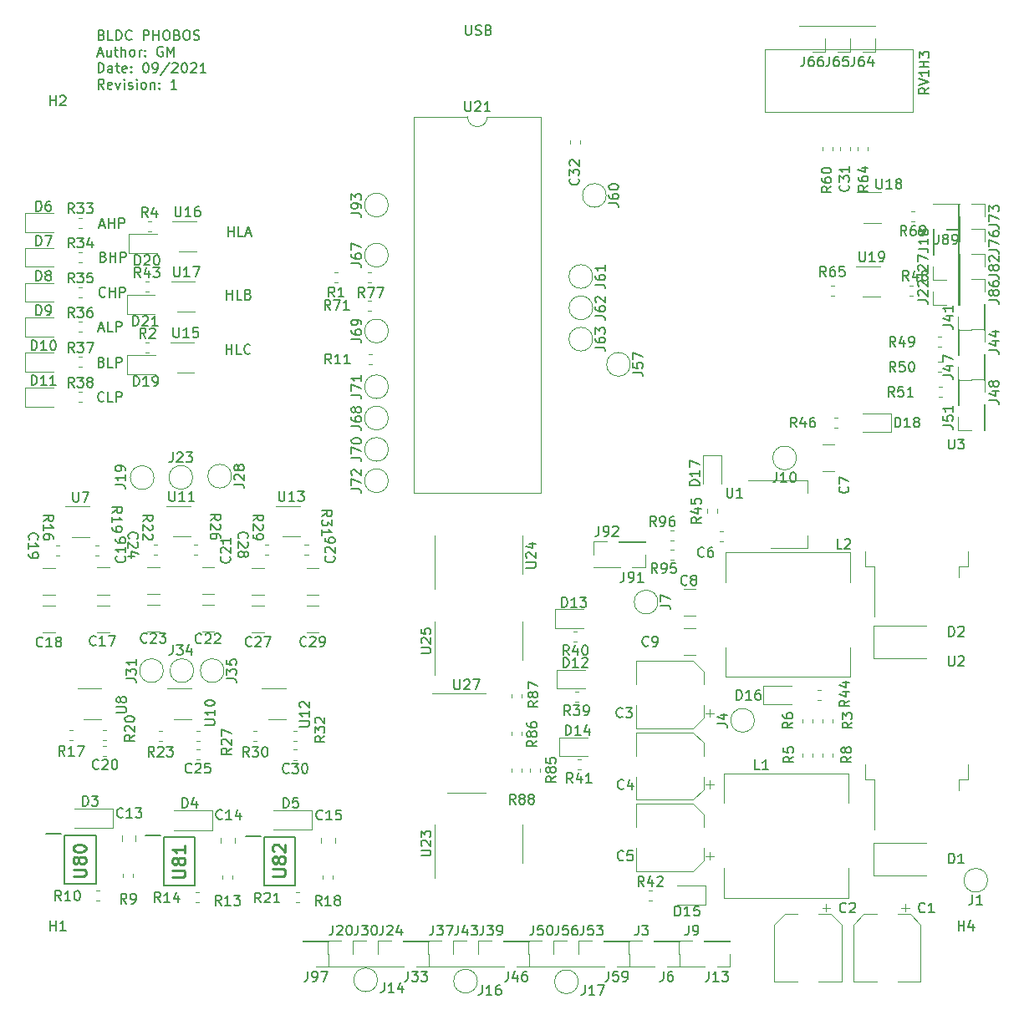
<source format=gbr>
G04 #@! TF.GenerationSoftware,KiCad,Pcbnew,(5.1.5)-3*
G04 #@! TF.CreationDate,2021-09-15T23:35:39+03:00*
G04 #@! TF.ProjectId,PowerPCB,506f7765-7250-4434-922e-6b696361645f,3 Under Design*
G04 #@! TF.SameCoordinates,PX6dac2c0PY8583b00*
G04 #@! TF.FileFunction,Legend,Top*
G04 #@! TF.FilePolarity,Positive*
%FSLAX46Y46*%
G04 Gerber Fmt 4.6, Leading zero omitted, Abs format (unit mm)*
G04 Created by KiCad (PCBNEW (5.1.5)-3) date 2021-09-15 23:35:39*
%MOMM*%
%LPD*%
G04 APERTURE LIST*
%ADD10C,0.150000*%
%ADD11C,0.120000*%
%ADD12C,0.200000*%
%ADD13C,0.254000*%
G04 APERTURE END LIST*
D10*
X138130595Y71683620D02*
X138130595Y72683620D01*
X138130595Y72207429D02*
X138702023Y72207429D01*
X138702023Y71683620D02*
X138702023Y72683620D01*
X139654404Y71683620D02*
X139178214Y71683620D01*
X139178214Y72683620D01*
X140321071Y72207429D02*
X140463928Y72159810D01*
X140511547Y72112191D01*
X140559166Y72016953D01*
X140559166Y71874096D01*
X140511547Y71778858D01*
X140463928Y71731239D01*
X140368690Y71683620D01*
X139987738Y71683620D01*
X139987738Y72683620D01*
X140321071Y72683620D01*
X140416309Y72636000D01*
X140463928Y72588381D01*
X140511547Y72493143D01*
X140511547Y72397905D01*
X140463928Y72302667D01*
X140416309Y72255048D01*
X140321071Y72207429D01*
X139987738Y72207429D01*
X138257595Y78097120D02*
X138257595Y79097120D01*
X138257595Y78620929D02*
X138829023Y78620929D01*
X138829023Y78097120D02*
X138829023Y79097120D01*
X139781404Y78097120D02*
X139305214Y78097120D01*
X139305214Y79097120D01*
X140067119Y78382834D02*
X140543309Y78382834D01*
X139971880Y78097120D02*
X140305214Y79097120D01*
X140638547Y78097120D01*
X125446428Y98494929D02*
X125589285Y98447310D01*
X125636904Y98399691D01*
X125684523Y98304453D01*
X125684523Y98161596D01*
X125636904Y98066358D01*
X125589285Y98018739D01*
X125494047Y97971120D01*
X125113095Y97971120D01*
X125113095Y98971120D01*
X125446428Y98971120D01*
X125541666Y98923500D01*
X125589285Y98875881D01*
X125636904Y98780643D01*
X125636904Y98685405D01*
X125589285Y98590167D01*
X125541666Y98542548D01*
X125446428Y98494929D01*
X125113095Y98494929D01*
X126589285Y97971120D02*
X126113095Y97971120D01*
X126113095Y98971120D01*
X126922619Y97971120D02*
X126922619Y98971120D01*
X127160714Y98971120D01*
X127303571Y98923500D01*
X127398809Y98828262D01*
X127446428Y98733024D01*
X127494047Y98542548D01*
X127494047Y98399691D01*
X127446428Y98209215D01*
X127398809Y98113977D01*
X127303571Y98018739D01*
X127160714Y97971120D01*
X126922619Y97971120D01*
X128494047Y98066358D02*
X128446428Y98018739D01*
X128303571Y97971120D01*
X128208333Y97971120D01*
X128065476Y98018739D01*
X127970238Y98113977D01*
X127922619Y98209215D01*
X127875000Y98399691D01*
X127875000Y98542548D01*
X127922619Y98733024D01*
X127970238Y98828262D01*
X128065476Y98923500D01*
X128208333Y98971120D01*
X128303571Y98971120D01*
X128446428Y98923500D01*
X128494047Y98875881D01*
X129684523Y97971120D02*
X129684523Y98971120D01*
X130065476Y98971120D01*
X130160714Y98923500D01*
X130208333Y98875881D01*
X130255952Y98780643D01*
X130255952Y98637786D01*
X130208333Y98542548D01*
X130160714Y98494929D01*
X130065476Y98447310D01*
X129684523Y98447310D01*
X130684523Y97971120D02*
X130684523Y98971120D01*
X130684523Y98494929D02*
X131255952Y98494929D01*
X131255952Y97971120D02*
X131255952Y98971120D01*
X131922619Y98971120D02*
X132113095Y98971120D01*
X132208333Y98923500D01*
X132303571Y98828262D01*
X132351190Y98637786D01*
X132351190Y98304453D01*
X132303571Y98113977D01*
X132208333Y98018739D01*
X132113095Y97971120D01*
X131922619Y97971120D01*
X131827380Y98018739D01*
X131732142Y98113977D01*
X131684523Y98304453D01*
X131684523Y98637786D01*
X131732142Y98828262D01*
X131827380Y98923500D01*
X131922619Y98971120D01*
X133113095Y98494929D02*
X133255952Y98447310D01*
X133303571Y98399691D01*
X133351190Y98304453D01*
X133351190Y98161596D01*
X133303571Y98066358D01*
X133255952Y98018739D01*
X133160714Y97971120D01*
X132779761Y97971120D01*
X132779761Y98971120D01*
X133113095Y98971120D01*
X133208333Y98923500D01*
X133255952Y98875881D01*
X133303571Y98780643D01*
X133303571Y98685405D01*
X133255952Y98590167D01*
X133208333Y98542548D01*
X133113095Y98494929D01*
X132779761Y98494929D01*
X133970238Y98971120D02*
X134160714Y98971120D01*
X134255952Y98923500D01*
X134351190Y98828262D01*
X134398809Y98637786D01*
X134398809Y98304453D01*
X134351190Y98113977D01*
X134255952Y98018739D01*
X134160714Y97971120D01*
X133970238Y97971120D01*
X133875000Y98018739D01*
X133779761Y98113977D01*
X133732142Y98304453D01*
X133732142Y98637786D01*
X133779761Y98828262D01*
X133875000Y98923500D01*
X133970238Y98971120D01*
X134779761Y98018739D02*
X134922619Y97971120D01*
X135160714Y97971120D01*
X135255952Y98018739D01*
X135303571Y98066358D01*
X135351190Y98161596D01*
X135351190Y98256834D01*
X135303571Y98352072D01*
X135255952Y98399691D01*
X135160714Y98447310D01*
X134970238Y98494929D01*
X134875000Y98542548D01*
X134827380Y98590167D01*
X134779761Y98685405D01*
X134779761Y98780643D01*
X134827380Y98875881D01*
X134875000Y98923500D01*
X134970238Y98971120D01*
X135208333Y98971120D01*
X135351190Y98923500D01*
X125065476Y96606834D02*
X125541666Y96606834D01*
X124970238Y96321120D02*
X125303571Y97321120D01*
X125636904Y96321120D01*
X126398809Y96987786D02*
X126398809Y96321120D01*
X125970238Y96987786D02*
X125970238Y96463977D01*
X126017857Y96368739D01*
X126113095Y96321120D01*
X126255952Y96321120D01*
X126351190Y96368739D01*
X126398809Y96416358D01*
X126732142Y96987786D02*
X127113095Y96987786D01*
X126875000Y97321120D02*
X126875000Y96463977D01*
X126922619Y96368739D01*
X127017857Y96321120D01*
X127113095Y96321120D01*
X127446428Y96321120D02*
X127446428Y97321120D01*
X127875000Y96321120D02*
X127875000Y96844929D01*
X127827380Y96940167D01*
X127732142Y96987786D01*
X127589285Y96987786D01*
X127494047Y96940167D01*
X127446428Y96892548D01*
X128494047Y96321120D02*
X128398809Y96368739D01*
X128351190Y96416358D01*
X128303571Y96511596D01*
X128303571Y96797310D01*
X128351190Y96892548D01*
X128398809Y96940167D01*
X128494047Y96987786D01*
X128636904Y96987786D01*
X128732142Y96940167D01*
X128779761Y96892548D01*
X128827380Y96797310D01*
X128827380Y96511596D01*
X128779761Y96416358D01*
X128732142Y96368739D01*
X128636904Y96321120D01*
X128494047Y96321120D01*
X129255952Y96321120D02*
X129255952Y96987786D01*
X129255952Y96797310D02*
X129303571Y96892548D01*
X129351190Y96940167D01*
X129446428Y96987786D01*
X129541666Y96987786D01*
X129875000Y96416358D02*
X129922619Y96368739D01*
X129875000Y96321120D01*
X129827380Y96368739D01*
X129875000Y96416358D01*
X129875000Y96321120D01*
X129875000Y96940167D02*
X129922619Y96892548D01*
X129875000Y96844929D01*
X129827380Y96892548D01*
X129875000Y96940167D01*
X129875000Y96844929D01*
X131636904Y97273500D02*
X131541666Y97321120D01*
X131398809Y97321120D01*
X131255952Y97273500D01*
X131160714Y97178262D01*
X131113095Y97083024D01*
X131065476Y96892548D01*
X131065476Y96749691D01*
X131113095Y96559215D01*
X131160714Y96463977D01*
X131255952Y96368739D01*
X131398809Y96321120D01*
X131494047Y96321120D01*
X131636904Y96368739D01*
X131684523Y96416358D01*
X131684523Y96749691D01*
X131494047Y96749691D01*
X132113095Y96321120D02*
X132113095Y97321120D01*
X132446428Y96606834D01*
X132779761Y97321120D01*
X132779761Y96321120D01*
X125113095Y94671120D02*
X125113095Y95671120D01*
X125351190Y95671120D01*
X125494047Y95623500D01*
X125589285Y95528262D01*
X125636904Y95433024D01*
X125684523Y95242548D01*
X125684523Y95099691D01*
X125636904Y94909215D01*
X125589285Y94813977D01*
X125494047Y94718739D01*
X125351190Y94671120D01*
X125113095Y94671120D01*
X126541666Y94671120D02*
X126541666Y95194929D01*
X126494047Y95290167D01*
X126398809Y95337786D01*
X126208333Y95337786D01*
X126113095Y95290167D01*
X126541666Y94718739D02*
X126446428Y94671120D01*
X126208333Y94671120D01*
X126113095Y94718739D01*
X126065476Y94813977D01*
X126065476Y94909215D01*
X126113095Y95004453D01*
X126208333Y95052072D01*
X126446428Y95052072D01*
X126541666Y95099691D01*
X126875000Y95337786D02*
X127255952Y95337786D01*
X127017857Y95671120D02*
X127017857Y94813977D01*
X127065476Y94718739D01*
X127160714Y94671120D01*
X127255952Y94671120D01*
X127970238Y94718739D02*
X127875000Y94671120D01*
X127684523Y94671120D01*
X127589285Y94718739D01*
X127541666Y94813977D01*
X127541666Y95194929D01*
X127589285Y95290167D01*
X127684523Y95337786D01*
X127875000Y95337786D01*
X127970238Y95290167D01*
X128017857Y95194929D01*
X128017857Y95099691D01*
X127541666Y95004453D01*
X128446428Y94766358D02*
X128494047Y94718739D01*
X128446428Y94671120D01*
X128398809Y94718739D01*
X128446428Y94766358D01*
X128446428Y94671120D01*
X128446428Y95290167D02*
X128494047Y95242548D01*
X128446428Y95194929D01*
X128398809Y95242548D01*
X128446428Y95290167D01*
X128446428Y95194929D01*
X129875000Y95671120D02*
X129970238Y95671120D01*
X130065476Y95623500D01*
X130113095Y95575881D01*
X130160714Y95480643D01*
X130208333Y95290167D01*
X130208333Y95052072D01*
X130160714Y94861596D01*
X130113095Y94766358D01*
X130065476Y94718739D01*
X129970238Y94671120D01*
X129875000Y94671120D01*
X129779761Y94718739D01*
X129732142Y94766358D01*
X129684523Y94861596D01*
X129636904Y95052072D01*
X129636904Y95290167D01*
X129684523Y95480643D01*
X129732142Y95575881D01*
X129779761Y95623500D01*
X129875000Y95671120D01*
X130684523Y94671120D02*
X130875000Y94671120D01*
X130970238Y94718739D01*
X131017857Y94766358D01*
X131113095Y94909215D01*
X131160714Y95099691D01*
X131160714Y95480643D01*
X131113095Y95575881D01*
X131065476Y95623500D01*
X130970238Y95671120D01*
X130779761Y95671120D01*
X130684523Y95623500D01*
X130636904Y95575881D01*
X130589285Y95480643D01*
X130589285Y95242548D01*
X130636904Y95147310D01*
X130684523Y95099691D01*
X130779761Y95052072D01*
X130970238Y95052072D01*
X131065476Y95099691D01*
X131113095Y95147310D01*
X131160714Y95242548D01*
X132303571Y95718739D02*
X131446428Y94433024D01*
X132589285Y95575881D02*
X132636904Y95623500D01*
X132732142Y95671120D01*
X132970238Y95671120D01*
X133065476Y95623500D01*
X133113095Y95575881D01*
X133160714Y95480643D01*
X133160714Y95385405D01*
X133113095Y95242548D01*
X132541666Y94671120D01*
X133160714Y94671120D01*
X133779761Y95671120D02*
X133875000Y95671120D01*
X133970238Y95623500D01*
X134017857Y95575881D01*
X134065476Y95480643D01*
X134113095Y95290167D01*
X134113095Y95052072D01*
X134065476Y94861596D01*
X134017857Y94766358D01*
X133970238Y94718739D01*
X133875000Y94671120D01*
X133779761Y94671120D01*
X133684523Y94718739D01*
X133636904Y94766358D01*
X133589285Y94861596D01*
X133541666Y95052072D01*
X133541666Y95290167D01*
X133589285Y95480643D01*
X133636904Y95575881D01*
X133684523Y95623500D01*
X133779761Y95671120D01*
X134494047Y95575881D02*
X134541666Y95623500D01*
X134636904Y95671120D01*
X134875000Y95671120D01*
X134970238Y95623500D01*
X135017857Y95575881D01*
X135065476Y95480643D01*
X135065476Y95385405D01*
X135017857Y95242548D01*
X134446428Y94671120D01*
X135065476Y94671120D01*
X136017857Y94671120D02*
X135446428Y94671120D01*
X135732142Y94671120D02*
X135732142Y95671120D01*
X135636904Y95528262D01*
X135541666Y95433024D01*
X135446428Y95385405D01*
X125684523Y93021120D02*
X125351190Y93497310D01*
X125113095Y93021120D02*
X125113095Y94021120D01*
X125494047Y94021120D01*
X125589285Y93973500D01*
X125636904Y93925881D01*
X125684523Y93830643D01*
X125684523Y93687786D01*
X125636904Y93592548D01*
X125589285Y93544929D01*
X125494047Y93497310D01*
X125113095Y93497310D01*
X126494047Y93068739D02*
X126398809Y93021120D01*
X126208333Y93021120D01*
X126113095Y93068739D01*
X126065476Y93163977D01*
X126065476Y93544929D01*
X126113095Y93640167D01*
X126208333Y93687786D01*
X126398809Y93687786D01*
X126494047Y93640167D01*
X126541666Y93544929D01*
X126541666Y93449691D01*
X126065476Y93354453D01*
X126875000Y93687786D02*
X127113095Y93021120D01*
X127351190Y93687786D01*
X127732142Y93021120D02*
X127732142Y93687786D01*
X127732142Y94021120D02*
X127684523Y93973500D01*
X127732142Y93925881D01*
X127779761Y93973500D01*
X127732142Y94021120D01*
X127732142Y93925881D01*
X128160714Y93068739D02*
X128255952Y93021120D01*
X128446428Y93021120D01*
X128541666Y93068739D01*
X128589285Y93163977D01*
X128589285Y93211596D01*
X128541666Y93306834D01*
X128446428Y93354453D01*
X128303571Y93354453D01*
X128208333Y93402072D01*
X128160714Y93497310D01*
X128160714Y93544929D01*
X128208333Y93640167D01*
X128303571Y93687786D01*
X128446428Y93687786D01*
X128541666Y93640167D01*
X129017857Y93021120D02*
X129017857Y93687786D01*
X129017857Y94021120D02*
X128970238Y93973500D01*
X129017857Y93925881D01*
X129065476Y93973500D01*
X129017857Y94021120D01*
X129017857Y93925881D01*
X129636904Y93021120D02*
X129541666Y93068739D01*
X129494047Y93116358D01*
X129446428Y93211596D01*
X129446428Y93497310D01*
X129494047Y93592548D01*
X129541666Y93640167D01*
X129636904Y93687786D01*
X129779761Y93687786D01*
X129875000Y93640167D01*
X129922619Y93592548D01*
X129970238Y93497310D01*
X129970238Y93211596D01*
X129922619Y93116358D01*
X129875000Y93068739D01*
X129779761Y93021120D01*
X129636904Y93021120D01*
X130398809Y93687786D02*
X130398809Y93021120D01*
X130398809Y93592548D02*
X130446428Y93640167D01*
X130541666Y93687786D01*
X130684523Y93687786D01*
X130779761Y93640167D01*
X130827380Y93544929D01*
X130827380Y93021120D01*
X131303571Y93116358D02*
X131351190Y93068739D01*
X131303571Y93021120D01*
X131255952Y93068739D01*
X131303571Y93116358D01*
X131303571Y93021120D01*
X131303571Y93640167D02*
X131351190Y93592548D01*
X131303571Y93544929D01*
X131255952Y93592548D01*
X131303571Y93640167D01*
X131303571Y93544929D01*
X133065476Y93021120D02*
X132494047Y93021120D01*
X132779761Y93021120D02*
X132779761Y94021120D01*
X132684523Y93878262D01*
X132589285Y93783024D01*
X132494047Y93735405D01*
X125811523Y72032858D02*
X125763904Y71985239D01*
X125621047Y71937620D01*
X125525809Y71937620D01*
X125382952Y71985239D01*
X125287714Y72080477D01*
X125240095Y72175715D01*
X125192476Y72366191D01*
X125192476Y72509048D01*
X125240095Y72699524D01*
X125287714Y72794762D01*
X125382952Y72890000D01*
X125525809Y72937620D01*
X125621047Y72937620D01*
X125763904Y72890000D01*
X125811523Y72842381D01*
X126240095Y71937620D02*
X126240095Y72937620D01*
X126240095Y72461429D02*
X126811523Y72461429D01*
X126811523Y71937620D02*
X126811523Y72937620D01*
X127287714Y71937620D02*
X127287714Y72937620D01*
X127668666Y72937620D01*
X127763904Y72890000D01*
X127811523Y72842381D01*
X127859142Y72747143D01*
X127859142Y72604286D01*
X127811523Y72509048D01*
X127763904Y72461429D01*
X127668666Y72413810D01*
X127287714Y72413810D01*
X125636928Y76017429D02*
X125779785Y75969810D01*
X125827404Y75922191D01*
X125875023Y75826953D01*
X125875023Y75684096D01*
X125827404Y75588858D01*
X125779785Y75541239D01*
X125684547Y75493620D01*
X125303595Y75493620D01*
X125303595Y76493620D01*
X125636928Y76493620D01*
X125732166Y76446000D01*
X125779785Y76398381D01*
X125827404Y76303143D01*
X125827404Y76207905D01*
X125779785Y76112667D01*
X125732166Y76065048D01*
X125636928Y76017429D01*
X125303595Y76017429D01*
X126303595Y75493620D02*
X126303595Y76493620D01*
X126303595Y76017429D02*
X126875023Y76017429D01*
X126875023Y75493620D02*
X126875023Y76493620D01*
X127351214Y75493620D02*
X127351214Y76493620D01*
X127732166Y76493620D01*
X127827404Y76446000D01*
X127875023Y76398381D01*
X127922642Y76303143D01*
X127922642Y76160286D01*
X127875023Y76065048D01*
X127827404Y76017429D01*
X127732166Y75969810D01*
X127351214Y75969810D01*
X138067095Y66159120D02*
X138067095Y67159120D01*
X138067095Y66682929D02*
X138638523Y66682929D01*
X138638523Y66159120D02*
X138638523Y67159120D01*
X139590904Y66159120D02*
X139114714Y66159120D01*
X139114714Y67159120D01*
X140495666Y66254358D02*
X140448047Y66206739D01*
X140305190Y66159120D01*
X140209952Y66159120D01*
X140067095Y66206739D01*
X139971857Y66301977D01*
X139924238Y66397215D01*
X139876619Y66587691D01*
X139876619Y66730548D01*
X139924238Y66921024D01*
X139971857Y67016262D01*
X140067095Y67111500D01*
X140209952Y67159120D01*
X140305190Y67159120D01*
X140448047Y67111500D01*
X140495666Y67063881D01*
X125446428Y65349429D02*
X125589285Y65301810D01*
X125636904Y65254191D01*
X125684523Y65158953D01*
X125684523Y65016096D01*
X125636904Y64920858D01*
X125589285Y64873239D01*
X125494047Y64825620D01*
X125113095Y64825620D01*
X125113095Y65825620D01*
X125446428Y65825620D01*
X125541666Y65778000D01*
X125589285Y65730381D01*
X125636904Y65635143D01*
X125636904Y65539905D01*
X125589285Y65444667D01*
X125541666Y65397048D01*
X125446428Y65349429D01*
X125113095Y65349429D01*
X126589285Y64825620D02*
X126113095Y64825620D01*
X126113095Y65825620D01*
X126922619Y64825620D02*
X126922619Y65825620D01*
X127303571Y65825620D01*
X127398809Y65778000D01*
X127446428Y65730381D01*
X127494047Y65635143D01*
X127494047Y65492286D01*
X127446428Y65397048D01*
X127398809Y65349429D01*
X127303571Y65301810D01*
X126922619Y65301810D01*
X125684523Y61428358D02*
X125636904Y61380739D01*
X125494047Y61333120D01*
X125398809Y61333120D01*
X125255952Y61380739D01*
X125160714Y61475977D01*
X125113095Y61571215D01*
X125065476Y61761691D01*
X125065476Y61904548D01*
X125113095Y62095024D01*
X125160714Y62190262D01*
X125255952Y62285500D01*
X125398809Y62333120D01*
X125494047Y62333120D01*
X125636904Y62285500D01*
X125684523Y62237881D01*
X126589285Y61333120D02*
X126113095Y61333120D01*
X126113095Y62333120D01*
X126922619Y61333120D02*
X126922619Y62333120D01*
X127303571Y62333120D01*
X127398809Y62285500D01*
X127446428Y62237881D01*
X127494047Y62142643D01*
X127494047Y61999786D01*
X127446428Y61904548D01*
X127398809Y61856929D01*
X127303571Y61809310D01*
X126922619Y61809310D01*
X125255976Y79208334D02*
X125732166Y79208334D01*
X125160738Y78922620D02*
X125494071Y79922620D01*
X125827404Y78922620D01*
X126160738Y78922620D02*
X126160738Y79922620D01*
X126160738Y79446429D02*
X126732166Y79446429D01*
X126732166Y78922620D02*
X126732166Y79922620D01*
X127208357Y78922620D02*
X127208357Y79922620D01*
X127589309Y79922620D01*
X127684547Y79875000D01*
X127732166Y79827381D01*
X127779785Y79732143D01*
X127779785Y79589286D01*
X127732166Y79494048D01*
X127684547Y79446429D01*
X127589309Y79398810D01*
X127208357Y79398810D01*
X125192476Y68730834D02*
X125668666Y68730834D01*
X125097238Y68445120D02*
X125430571Y69445120D01*
X125763904Y68445120D01*
X126573428Y68445120D02*
X126097238Y68445120D01*
X126097238Y69445120D01*
X126906761Y68445120D02*
X126906761Y69445120D01*
X127287714Y69445120D01*
X127382952Y69397500D01*
X127430571Y69349881D01*
X127478190Y69254643D01*
X127478190Y69111786D01*
X127430571Y69016548D01*
X127382952Y68968929D01*
X127287714Y68921310D01*
X126906761Y68921310D01*
X162314095Y99480620D02*
X162314095Y98671096D01*
X162361714Y98575858D01*
X162409333Y98528239D01*
X162504571Y98480620D01*
X162695047Y98480620D01*
X162790285Y98528239D01*
X162837904Y98575858D01*
X162885523Y98671096D01*
X162885523Y99480620D01*
X163314095Y98528239D02*
X163456952Y98480620D01*
X163695047Y98480620D01*
X163790285Y98528239D01*
X163837904Y98575858D01*
X163885523Y98671096D01*
X163885523Y98766334D01*
X163837904Y98861572D01*
X163790285Y98909191D01*
X163695047Y98956810D01*
X163504571Y99004429D01*
X163409333Y99052048D01*
X163361714Y99099667D01*
X163314095Y99194905D01*
X163314095Y99290143D01*
X163361714Y99385381D01*
X163409333Y99433000D01*
X163504571Y99480620D01*
X163742666Y99480620D01*
X163885523Y99433000D01*
X164647428Y99004429D02*
X164790285Y98956810D01*
X164837904Y98909191D01*
X164885523Y98813953D01*
X164885523Y98671096D01*
X164837904Y98575858D01*
X164790285Y98528239D01*
X164695047Y98480620D01*
X164314095Y98480620D01*
X164314095Y99480620D01*
X164647428Y99480620D01*
X164742666Y99433000D01*
X164790285Y99385381D01*
X164837904Y99290143D01*
X164837904Y99194905D01*
X164790285Y99099667D01*
X164742666Y99052048D01*
X164647428Y99004429D01*
X164314095Y99004429D01*
D11*
X117688600Y60849600D02*
X120548600Y60849600D01*
X117688600Y62769600D02*
X117688600Y60849600D01*
X120548600Y62769600D02*
X117688600Y62769600D01*
X126219364Y40626100D02*
X125015236Y40626100D01*
X126219364Y37906100D02*
X125015236Y37906100D01*
X119500236Y37906100D02*
X120704364Y37906100D01*
X119500236Y40626100D02*
X120704364Y40626100D01*
X136811164Y44525000D02*
X135607036Y44525000D01*
X136811164Y41805000D02*
X135607036Y41805000D01*
X119500236Y41716100D02*
X120704364Y41716100D01*
X119500236Y44436100D02*
X120704364Y44436100D01*
X130755500Y53635900D02*
G75*
G03X130755500Y53635900I-1200000J0D01*
G01*
X187050750Y29381750D02*
X187050750Y30169250D01*
X187444500Y29775500D02*
X186657000Y29775500D01*
X186417000Y33968563D02*
X185352563Y35033000D01*
X186417000Y29277437D02*
X185352563Y28213000D01*
X186417000Y29277437D02*
X186417000Y30563000D01*
X186417000Y33968563D02*
X186417000Y32683000D01*
X185352563Y35033000D02*
X179597000Y35033000D01*
X185352563Y28213000D02*
X179597000Y28213000D01*
X179597000Y28213000D02*
X179597000Y30563000D01*
X179597000Y35033000D02*
X179597000Y32683000D01*
X188017233Y47141000D02*
X188359767Y47141000D01*
X188017233Y48161000D02*
X188359767Y48161000D01*
X207241250Y10043750D02*
X206453750Y10043750D01*
X206847500Y10437500D02*
X206847500Y9650000D01*
X202654437Y9410000D02*
X201590000Y8345563D01*
X207345563Y9410000D02*
X208410000Y8345563D01*
X207345563Y9410000D02*
X206060000Y9410000D01*
X202654437Y9410000D02*
X203940000Y9410000D01*
X201590000Y8345563D02*
X201590000Y2590000D01*
X208410000Y8345563D02*
X208410000Y2590000D01*
X208410000Y2590000D02*
X206060000Y2590000D01*
X201590000Y2590000D02*
X203940000Y2590000D01*
X125948867Y25441300D02*
X125606333Y25441300D01*
X125948867Y26461300D02*
X125606333Y26461300D01*
X187043750Y14903750D02*
X187043750Y15691250D01*
X187437500Y15297500D02*
X186650000Y15297500D01*
X186410000Y19490563D02*
X185345563Y20555000D01*
X186410000Y14799437D02*
X185345563Y13735000D01*
X186410000Y14799437D02*
X186410000Y16085000D01*
X186410000Y19490563D02*
X186410000Y18205000D01*
X185345563Y20555000D02*
X179590000Y20555000D01*
X185345563Y13735000D02*
X179590000Y13735000D01*
X179590000Y13735000D02*
X179590000Y16085000D01*
X179590000Y20555000D02*
X179590000Y18205000D01*
X187050750Y22142750D02*
X187050750Y22930250D01*
X187444500Y22536500D02*
X186657000Y22536500D01*
X186417000Y26729563D02*
X185352563Y27794000D01*
X186417000Y22038437D02*
X185352563Y20974000D01*
X186417000Y22038437D02*
X186417000Y23324000D01*
X186417000Y26729563D02*
X186417000Y25444000D01*
X185352563Y27794000D02*
X179597000Y27794000D01*
X185352563Y20974000D02*
X179597000Y20974000D01*
X179597000Y20974000D02*
X179597000Y23324000D01*
X179597000Y27794000D02*
X179597000Y25444000D01*
X184397936Y39640000D02*
X185602064Y39640000D01*
X184397936Y42360000D02*
X185602064Y42360000D01*
X199241250Y10043750D02*
X198453750Y10043750D01*
X198847500Y10437500D02*
X198847500Y9650000D01*
X194654437Y9410000D02*
X193590000Y8345563D01*
X199345563Y9410000D02*
X200410000Y8345563D01*
X199345563Y9410000D02*
X198060000Y9410000D01*
X194654437Y9410000D02*
X195940000Y9410000D01*
X193590000Y8345563D02*
X193590000Y2590000D01*
X200410000Y8345563D02*
X200410000Y2590000D01*
X200410000Y2590000D02*
X198060000Y2590000D01*
X193590000Y2590000D02*
X195940000Y2590000D01*
X134677000Y53657500D02*
G75*
G03X134677000Y53657500I-1200000J0D01*
G01*
X199665564Y57011000D02*
X198461436Y57011000D01*
X199665564Y54291000D02*
X198461436Y54291000D01*
X127485200Y17337652D02*
X127485200Y16815148D01*
X128905200Y17337652D02*
X128905200Y16815148D01*
X126219364Y44515500D02*
X125015236Y44515500D01*
X126219364Y41795500D02*
X125015236Y41795500D01*
X186326900Y55860400D02*
X186326900Y53000400D01*
X188246900Y55860400D02*
X186326900Y55860400D01*
X188246900Y53000400D02*
X188246900Y55860400D01*
X205396400Y60147300D02*
X202536400Y60147300D01*
X205396400Y58227300D02*
X205396400Y60147300D01*
X202536400Y58227300D02*
X205396400Y58227300D01*
X140683836Y41779600D02*
X141887964Y41779600D01*
X140683836Y44499600D02*
X141887964Y44499600D01*
X130092036Y37995000D02*
X131296164Y37995000D01*
X130092036Y40715000D02*
X131296164Y40715000D01*
X130092036Y41805000D02*
X131296164Y41805000D01*
X130092036Y44525000D02*
X131296164Y44525000D01*
X203600000Y16650000D02*
X209000000Y16650000D01*
X203600000Y13350000D02*
X209000000Y13350000D01*
X203600000Y16650000D02*
X203600000Y13350000D01*
X200213500Y87180267D02*
X200213500Y86837733D01*
X201233500Y87180267D02*
X201233500Y86837733D01*
X186600400Y12277400D02*
X183740400Y12277400D01*
X186600400Y10357400D02*
X186600400Y12277400D01*
X183740400Y10357400D02*
X186600400Y10357400D01*
X136811164Y40715000D02*
X135607036Y40715000D01*
X136811164Y37995000D02*
X135607036Y37995000D01*
X140683836Y37969600D02*
X141887964Y37969600D01*
X140683836Y40689600D02*
X141887964Y40689600D01*
X126584400Y18099400D02*
X122684400Y18099400D01*
X126584400Y20099400D02*
X122684400Y20099400D01*
X126584400Y18099400D02*
X126584400Y20099400D01*
X192468400Y30648600D02*
X195328400Y30648600D01*
X192468400Y32568600D02*
X192468400Y30648600D01*
X195328400Y32568600D02*
X192468400Y32568600D01*
X147402964Y40689600D02*
X146198836Y40689600D01*
X147402964Y37969600D02*
X146198836Y37969600D01*
X145227467Y25034900D02*
X144884933Y25034900D01*
X145227467Y26054900D02*
X144884933Y26054900D01*
X147402964Y44499600D02*
X146198836Y44499600D01*
X147402964Y41779600D02*
X146198836Y41779600D01*
X135372267Y25060300D02*
X135029733Y25060300D01*
X135372267Y26080300D02*
X135029733Y26080300D01*
X203600000Y38650000D02*
X209000000Y38650000D01*
X203600000Y35350000D02*
X209000000Y35350000D01*
X203600000Y38650000D02*
X203600000Y35350000D01*
X197957133Y31098600D02*
X198299667Y31098600D01*
X197957133Y32118600D02*
X198299667Y32118600D01*
X212220500Y58423500D02*
X212220500Y59753500D01*
X213550500Y58423500D02*
X212220500Y58423500D01*
X214820500Y58423500D02*
X214820500Y61083500D01*
X214820500Y61083500D02*
X214880500Y61083500D01*
X214820500Y58423500D02*
X214880500Y58423500D01*
X214880500Y58423500D02*
X214880500Y61083500D01*
X214880500Y73783500D02*
X214880500Y72453500D01*
X213550500Y73783500D02*
X214880500Y73783500D01*
X212280500Y73783500D02*
X212280500Y71123500D01*
X212280500Y71123500D02*
X212220500Y71123500D01*
X212280500Y73783500D02*
X212220500Y73783500D01*
X212220500Y73783500D02*
X212220500Y71123500D01*
X168778000Y4050000D02*
X167448000Y4050000D01*
X168778000Y5380000D02*
X168778000Y4050000D01*
X168778000Y6650000D02*
X166118000Y6650000D01*
X166118000Y6650000D02*
X166118000Y6710000D01*
X168778000Y6650000D02*
X168778000Y6710000D01*
X168778000Y6710000D02*
X166118000Y6710000D01*
X214880500Y76323500D02*
X214880500Y74993500D01*
X213550500Y76323500D02*
X214880500Y76323500D01*
X212280500Y76323500D02*
X212280500Y73663500D01*
X212280500Y73663500D02*
X212220500Y73663500D01*
X212280500Y76323500D02*
X212220500Y76323500D01*
X212220500Y76323500D02*
X212220500Y73663500D01*
X198499000Y29171267D02*
X198499000Y28828733D01*
X199519000Y29171267D02*
X199519000Y28828733D01*
X196467000Y29171267D02*
X196467000Y28828733D01*
X197487000Y29171267D02*
X197487000Y28828733D01*
X122205333Y28061500D02*
X122547867Y28061500D01*
X122205333Y27041500D02*
X122547867Y27041500D01*
X125606333Y28061500D02*
X125948867Y28061500D01*
X125606333Y27041500D02*
X125948867Y27041500D01*
X140848933Y27959900D02*
X141191467Y27959900D01*
X140848933Y26939900D02*
X141191467Y26939900D01*
X181211667Y11827400D02*
X180869133Y11827400D01*
X181211667Y10807400D02*
X180869133Y10807400D01*
X171198000Y6710000D02*
X172528000Y6710000D01*
X171198000Y5380000D02*
X171198000Y6710000D01*
X171198000Y4110000D02*
X173858000Y4110000D01*
X173858000Y4110000D02*
X173858000Y4050000D01*
X171198000Y4110000D02*
X171198000Y4050000D01*
X171198000Y4050000D02*
X173858000Y4050000D01*
X199957667Y59697300D02*
X199615133Y59697300D01*
X199957667Y58677300D02*
X199615133Y58677300D01*
X144884933Y27959900D02*
X145227467Y27959900D01*
X144884933Y26939900D02*
X145227467Y26939900D01*
X186776900Y50437867D02*
X186776900Y50095333D01*
X187796900Y50437867D02*
X187796900Y50095333D01*
X210532767Y67883500D02*
X210190233Y67883500D01*
X210532767Y66863500D02*
X210190233Y66863500D01*
X214880500Y78863500D02*
X214880500Y77533500D01*
X213550500Y78863500D02*
X214880500Y78863500D01*
X212280500Y78863500D02*
X212280500Y76203500D01*
X212280500Y76203500D02*
X212220500Y76203500D01*
X212280500Y78863500D02*
X212220500Y78863500D01*
X212220500Y78863500D02*
X212220500Y76203500D01*
X210532767Y65343500D02*
X210190233Y65343500D01*
X210532767Y64323500D02*
X210190233Y64323500D01*
X214880500Y63623500D02*
X214880500Y62293500D01*
X213550500Y63623500D02*
X214880500Y63623500D01*
X212280500Y63623500D02*
X212280500Y60963500D01*
X212280500Y60963500D02*
X212220500Y60963500D01*
X212280500Y63623500D02*
X212220500Y63623500D01*
X212220500Y63623500D02*
X212220500Y60963500D01*
X134790333Y45830000D02*
X135132867Y45830000D01*
X134790333Y46850000D02*
X135132867Y46850000D01*
X168658000Y6710000D02*
X169988000Y6710000D01*
X168658000Y5380000D02*
X168658000Y6710000D01*
X168658000Y4110000D02*
X171318000Y4110000D01*
X171318000Y4110000D02*
X171318000Y4050000D01*
X168658000Y4110000D02*
X168658000Y4050000D01*
X168658000Y4050000D02*
X171318000Y4050000D01*
X149360467Y74414600D02*
X149017933Y74414600D01*
X149360467Y73394600D02*
X149017933Y73394600D01*
X146017133Y45804600D02*
X146359667Y45804600D01*
X146017133Y46824600D02*
X146359667Y46824600D01*
X180501600Y44517000D02*
X179171600Y44517000D01*
X180501600Y45847000D02*
X180501600Y44517000D01*
X180501600Y47117000D02*
X177841600Y47117000D01*
X177841600Y47117000D02*
X177841600Y47177000D01*
X180501600Y47117000D02*
X180501600Y47177000D01*
X180501600Y47177000D02*
X177841600Y47177000D01*
X131247733Y27985300D02*
X131590267Y27985300D01*
X131247733Y26965300D02*
X131590267Y26965300D01*
X135029733Y27985300D02*
X135372267Y27985300D01*
X135029733Y26965300D02*
X135372267Y26965300D01*
X214880500Y68703500D02*
X214880500Y67373500D01*
X213550500Y68703500D02*
X214880500Y68703500D01*
X212280500Y68703500D02*
X212280500Y66043500D01*
X212280500Y66043500D02*
X212220500Y66043500D01*
X212280500Y68703500D02*
X212220500Y68703500D01*
X212220500Y68703500D02*
X212220500Y66043500D01*
X212220500Y63503500D02*
X212220500Y64833500D01*
X213550500Y63503500D02*
X212220500Y63503500D01*
X214820500Y63503500D02*
X214820500Y66163500D01*
X214820500Y66163500D02*
X214880500Y66163500D01*
X214820500Y63503500D02*
X214880500Y63503500D01*
X214880500Y63503500D02*
X214880500Y66163500D01*
X175301600Y47177000D02*
X176631600Y47177000D01*
X175301600Y45847000D02*
X175301600Y47177000D01*
X175301600Y44577000D02*
X177961600Y44577000D01*
X177961600Y44577000D02*
X177961600Y44517000D01*
X175301600Y44577000D02*
X175301600Y44517000D01*
X175301600Y44517000D02*
X177961600Y44517000D01*
X173738000Y6710000D02*
X175068000Y6710000D01*
X173738000Y5380000D02*
X173738000Y6710000D01*
X173738000Y4110000D02*
X176398000Y4110000D01*
X176398000Y4110000D02*
X176398000Y4050000D01*
X173738000Y4110000D02*
X173738000Y4050000D01*
X173738000Y4050000D02*
X176398000Y4050000D01*
X214880500Y81403500D02*
X214880500Y80073500D01*
X213550500Y81403500D02*
X214880500Y81403500D01*
X212280500Y81403500D02*
X212280500Y78743500D01*
X212280500Y78743500D02*
X212220500Y78743500D01*
X212280500Y81403500D02*
X212220500Y81403500D01*
X212220500Y81403500D02*
X212220500Y78743500D01*
X178938000Y4050000D02*
X177608000Y4050000D01*
X178938000Y5380000D02*
X178938000Y4050000D01*
X178938000Y6650000D02*
X176278000Y6650000D01*
X176278000Y6650000D02*
X176278000Y6710000D01*
X178938000Y6650000D02*
X178938000Y6710000D01*
X178938000Y6710000D02*
X176278000Y6710000D01*
X198751500Y96777500D02*
X197421500Y96777500D01*
X198751500Y98107500D02*
X198751500Y96777500D01*
X198751500Y99377500D02*
X196091500Y99377500D01*
X196091500Y99377500D02*
X196091500Y99437500D01*
X198751500Y99377500D02*
X198751500Y99437500D01*
X198751500Y99437500D02*
X196091500Y99437500D01*
X128654400Y13176333D02*
X128654400Y13518867D01*
X127634400Y13176333D02*
X127634400Y13518867D01*
X141981133Y45804600D02*
X142323667Y45804600D01*
X141981133Y46824600D02*
X142323667Y46824600D01*
X171803500Y25392500D02*
X174663500Y25392500D01*
X171803500Y27312500D02*
X171803500Y25392500D01*
X174663500Y27312500D02*
X171803500Y27312500D01*
X117688600Y64399600D02*
X120548600Y64399600D01*
X117688600Y66319600D02*
X117688600Y64399600D01*
X120548600Y66319600D02*
X117688600Y66319600D01*
X176562600Y82235800D02*
G75*
G03X176562600Y82235800I-1200000J0D01*
G01*
X117688600Y74999600D02*
X120548600Y74999600D01*
X117688600Y76919600D02*
X117688600Y74999600D01*
X120548600Y76919600D02*
X117688600Y76919600D01*
X117688600Y67949600D02*
X120548600Y67949600D01*
X117688600Y69869600D02*
X117688600Y67949600D01*
X120548600Y69869600D02*
X117688600Y69869600D01*
X117688600Y71449600D02*
X120548600Y71449600D01*
X117688600Y73369600D02*
X117688600Y71449600D01*
X120548600Y73369600D02*
X117688600Y73369600D01*
X117688600Y78499600D02*
X120548600Y78499600D01*
X117688600Y80419600D02*
X117688600Y78499600D01*
X120548600Y80419600D02*
X117688600Y80419600D01*
X201291500Y96777500D02*
X199961500Y96777500D01*
X201291500Y98107500D02*
X201291500Y96777500D01*
X201291500Y99377500D02*
X198631500Y99377500D01*
X198631500Y99377500D02*
X198631500Y99437500D01*
X201291500Y99377500D02*
X201291500Y99437500D01*
X201291500Y99437500D02*
X198631500Y99437500D01*
X203831500Y96777500D02*
X202501500Y96777500D01*
X203831500Y98107500D02*
X203831500Y96777500D01*
X203831500Y99377500D02*
X201171500Y99377500D01*
X201171500Y99377500D02*
X201171500Y99437500D01*
X203831500Y99377500D02*
X203831500Y99437500D01*
X203831500Y99437500D02*
X201171500Y99437500D01*
X174418500Y34170500D02*
X171558500Y34170500D01*
X171558500Y34170500D02*
X171558500Y32250500D01*
X171558500Y32250500D02*
X174418500Y32250500D01*
X171409600Y38361100D02*
X174269600Y38361100D01*
X171409600Y40281100D02*
X171409600Y38361100D01*
X174269600Y40281100D02*
X171409600Y40281100D01*
X145132133Y10563000D02*
X145474667Y10563000D01*
X145132133Y11583000D02*
X145474667Y11583000D01*
X147703600Y17134452D02*
X147703600Y16611948D01*
X149123600Y17134452D02*
X149123600Y16611948D01*
X169973500Y90207900D02*
X164513500Y90207900D01*
X169973500Y52047900D02*
X169973500Y90207900D01*
X157053500Y52047900D02*
X169973500Y52047900D01*
X157053500Y90207900D02*
X157053500Y52047900D01*
X162513500Y90207900D02*
X157053500Y90207900D01*
X164513500Y90207900D02*
G75*
G02X162513500Y90207900I-1000000J0D01*
G01*
X148872800Y12973133D02*
X148872800Y13315667D01*
X147852800Y12973133D02*
X147852800Y13315667D01*
X138712800Y12998533D02*
X138712800Y13341067D01*
X137692800Y12998533D02*
X137692800Y13341067D01*
D12*
X140011000Y17310600D02*
X141536000Y17310600D01*
X141886000Y12280600D02*
X141886000Y17180600D01*
X145086000Y12280600D02*
X141886000Y12280600D01*
X145086000Y17180600D02*
X145086000Y12280600D01*
X141886000Y17180600D02*
X145086000Y17180600D01*
X129851000Y17336000D02*
X131376000Y17336000D01*
X131726000Y12306000D02*
X131726000Y17206000D01*
X134926000Y12306000D02*
X131726000Y12306000D01*
X134926000Y17206000D02*
X134926000Y12306000D01*
X131726000Y17206000D02*
X134926000Y17206000D01*
D11*
X136642800Y17921600D02*
X132742800Y17921600D01*
X136642800Y19921600D02*
X132742800Y19921600D01*
X136642800Y17921600D02*
X136642800Y19921600D01*
X134972133Y10588400D02*
X135314667Y10588400D01*
X134972133Y11608400D02*
X135314667Y11608400D01*
X137543600Y17159852D02*
X137543600Y16637348D01*
X138963600Y17159852D02*
X138963600Y16637348D01*
X150878000Y6710000D02*
X152208000Y6710000D01*
X150878000Y5380000D02*
X150878000Y6710000D01*
X150878000Y4110000D02*
X153538000Y4110000D01*
X153538000Y4110000D02*
X153538000Y4050000D01*
X150878000Y4110000D02*
X150878000Y4050000D01*
X150878000Y4050000D02*
X153538000Y4050000D01*
X158618000Y4050000D02*
X157288000Y4050000D01*
X158618000Y5380000D02*
X158618000Y4050000D01*
X158618000Y6650000D02*
X155958000Y6650000D01*
X155958000Y6650000D02*
X155958000Y6710000D01*
X158618000Y6650000D02*
X158618000Y6710000D01*
X158618000Y6710000D02*
X155958000Y6710000D01*
X161038000Y6710000D02*
X162368000Y6710000D01*
X161038000Y5380000D02*
X161038000Y6710000D01*
X161038000Y4110000D02*
X163698000Y4110000D01*
X163698000Y4110000D02*
X163698000Y4050000D01*
X161038000Y4110000D02*
X161038000Y4050000D01*
X161038000Y4050000D02*
X163698000Y4050000D01*
X183898000Y6710000D02*
X185228000Y6710000D01*
X183898000Y5380000D02*
X183898000Y6710000D01*
X183898000Y4110000D02*
X186558000Y4110000D01*
X186558000Y4110000D02*
X186558000Y4050000D01*
X183898000Y4110000D02*
X183898000Y4050000D01*
X183898000Y4050000D02*
X186558000Y4050000D01*
X212340500Y78863500D02*
X212340500Y77533500D01*
X211010500Y78863500D02*
X212340500Y78863500D01*
X209740500Y78863500D02*
X209740500Y76203500D01*
X209740500Y76203500D02*
X209680500Y76203500D01*
X209740500Y78863500D02*
X209680500Y78863500D01*
X209680500Y78863500D02*
X209680500Y76203500D01*
X148338000Y6710000D02*
X149668000Y6710000D01*
X148338000Y5380000D02*
X148338000Y6710000D01*
X148338000Y4110000D02*
X150998000Y4110000D01*
X150998000Y4110000D02*
X150998000Y4050000D01*
X148338000Y4110000D02*
X148338000Y4050000D01*
X148338000Y4050000D02*
X150998000Y4050000D01*
X153418000Y6710000D02*
X154748000Y6710000D01*
X153418000Y5380000D02*
X153418000Y6710000D01*
X153418000Y4110000D02*
X156078000Y4110000D01*
X156078000Y4110000D02*
X156078000Y4050000D01*
X153418000Y4110000D02*
X153418000Y4050000D01*
X153418000Y4050000D02*
X156078000Y4050000D01*
X209680500Y71123500D02*
X209680500Y72453500D01*
X211010500Y71123500D02*
X209680500Y71123500D01*
X212280500Y71123500D02*
X212280500Y73783500D01*
X212280500Y73783500D02*
X212340500Y73783500D01*
X212280500Y71123500D02*
X212340500Y71123500D01*
X212340500Y71123500D02*
X212340500Y73783500D01*
X209680500Y73663500D02*
X209680500Y74993500D01*
X211010500Y73663500D02*
X209680500Y73663500D01*
X212280500Y73663500D02*
X212280500Y76323500D01*
X212280500Y76323500D02*
X212340500Y76323500D01*
X212280500Y73663500D02*
X212340500Y73663500D01*
X212340500Y73663500D02*
X212340500Y76323500D01*
X189098000Y4050000D02*
X187768000Y4050000D01*
X189098000Y5380000D02*
X189098000Y4050000D01*
X189098000Y6650000D02*
X186438000Y6650000D01*
X186438000Y6650000D02*
X186438000Y6710000D01*
X189098000Y6650000D02*
X189098000Y6710000D01*
X189098000Y6710000D02*
X186438000Y6710000D01*
X158498000Y6710000D02*
X159828000Y6710000D01*
X158498000Y5380000D02*
X158498000Y6710000D01*
X158498000Y4110000D02*
X161158000Y4110000D01*
X161158000Y4110000D02*
X161158000Y4050000D01*
X158498000Y4110000D02*
X158498000Y4050000D01*
X158498000Y4050000D02*
X161158000Y4050000D01*
X163578000Y6710000D02*
X164908000Y6710000D01*
X163578000Y5380000D02*
X163578000Y6710000D01*
X163578000Y4110000D02*
X166238000Y4110000D01*
X166238000Y4110000D02*
X166238000Y4050000D01*
X163578000Y4110000D02*
X163578000Y4050000D01*
X163578000Y4050000D02*
X166238000Y4050000D01*
X212220500Y68583500D02*
X212220500Y69913500D01*
X213550500Y68583500D02*
X212220500Y68583500D01*
X214820500Y68583500D02*
X214820500Y71243500D01*
X214820500Y71243500D02*
X214880500Y71243500D01*
X214820500Y68583500D02*
X214880500Y68583500D01*
X214880500Y68583500D02*
X214880500Y71243500D01*
X184018000Y4050000D02*
X182688000Y4050000D01*
X184018000Y5380000D02*
X184018000Y4050000D01*
X184018000Y6650000D02*
X181358000Y6650000D01*
X181358000Y6650000D02*
X181358000Y6710000D01*
X184018000Y6650000D02*
X184018000Y6710000D01*
X184018000Y6710000D02*
X181358000Y6710000D01*
X178818000Y6710000D02*
X180148000Y6710000D01*
X178818000Y5380000D02*
X178818000Y6710000D01*
X178818000Y4110000D02*
X181478000Y4110000D01*
X181478000Y4110000D02*
X181478000Y4050000D01*
X178818000Y4110000D02*
X178818000Y4050000D01*
X178818000Y4050000D02*
X181478000Y4050000D01*
X128052000Y64127500D02*
X130912000Y64127500D01*
X128052000Y66047500D02*
X128052000Y64127500D01*
X130912000Y66047500D02*
X128052000Y66047500D01*
X127988500Y70223500D02*
X130848500Y70223500D01*
X127988500Y72143500D02*
X127988500Y70223500D01*
X130848500Y72143500D02*
X127988500Y72143500D01*
X123127333Y78949600D02*
X123469867Y78949600D01*
X123127333Y79969600D02*
X123469867Y79969600D01*
X173603767Y38038500D02*
X173261233Y38038500D01*
X173603767Y37018500D02*
X173261233Y37018500D01*
X123127333Y61299600D02*
X123469867Y61299600D01*
X123127333Y62319600D02*
X123469867Y62319600D01*
X129926233Y67312000D02*
X130268767Y67312000D01*
X129926233Y66292000D02*
X130268767Y66292000D01*
X123127333Y71899600D02*
X123469867Y71899600D01*
X123127333Y72919600D02*
X123469867Y72919600D01*
X130116733Y78547500D02*
X130459267Y78547500D01*
X130116733Y79567500D02*
X130459267Y79567500D01*
X129862733Y72451500D02*
X130205267Y72451500D01*
X129862733Y73471500D02*
X130205267Y73471500D01*
X135032000Y79617500D02*
X132602000Y79617500D01*
X133272000Y76547500D02*
X135032000Y76547500D01*
X134905000Y73521500D02*
X132475000Y73521500D01*
X133145000Y70451500D02*
X134905000Y70451500D01*
X128179000Y76383000D02*
X131039000Y76383000D01*
X128179000Y78303000D02*
X128179000Y76383000D01*
X131039000Y78303000D02*
X128179000Y78303000D01*
X173730767Y30922500D02*
X173388233Y30922500D01*
X173730767Y31942500D02*
X173388233Y31942500D01*
X123127333Y64849600D02*
X123469867Y64849600D01*
X123127333Y65869600D02*
X123469867Y65869600D01*
X173984767Y25084500D02*
X173642233Y25084500D01*
X173984767Y24064500D02*
X173642233Y24064500D01*
X123127333Y68399600D02*
X123469867Y68399600D01*
X123127333Y69419600D02*
X123469867Y69419600D01*
X123127333Y75449600D02*
X123469867Y75449600D01*
X123127333Y76469600D02*
X123469867Y76469600D01*
X134841500Y67362000D02*
X132411500Y67362000D01*
X133081500Y64292000D02*
X134841500Y64292000D01*
X175191000Y70843900D02*
G75*
G03X175191000Y70843900I-1200000J0D01*
G01*
X173942200Y87500133D02*
X173942200Y87842667D01*
X172922200Y87500133D02*
X172922200Y87842667D01*
X183050333Y47242000D02*
X183392867Y47242000D01*
X183050333Y48262000D02*
X183392867Y48262000D01*
X154490000Y53317900D02*
G75*
G03X154490000Y53317900I-1200000J0D01*
G01*
X124913733Y10766200D02*
X125256267Y10766200D01*
X124913733Y11786200D02*
X125256267Y11786200D01*
X148458000Y4050000D02*
X147128000Y4050000D01*
X148458000Y5380000D02*
X148458000Y4050000D01*
X148458000Y6650000D02*
X145798000Y6650000D01*
X145798000Y6650000D02*
X145798000Y6710000D01*
X148458000Y6650000D02*
X148458000Y6710000D01*
X148458000Y6710000D02*
X145798000Y6710000D01*
X132660500Y47701000D02*
X134420500Y47701000D01*
X134420500Y50771000D02*
X131990500Y50771000D01*
X130754333Y45830000D02*
X131096867Y45830000D01*
X130754333Y46850000D02*
X131096867Y46850000D01*
X175191000Y74018900D02*
G75*
G03X175191000Y74018900I-1200000J0D01*
G01*
X154490000Y76177900D02*
G75*
G03X154490000Y76177900I-1200000J0D01*
G01*
X154490000Y56492900D02*
G75*
G03X154490000Y56492900I-1200000J0D01*
G01*
X154490000Y59667900D02*
G75*
G03X154490000Y59667900I-1200000J0D01*
G01*
X154490000Y68494400D02*
G75*
G03X154490000Y68494400I-1200000J0D01*
G01*
X212340500Y78743500D02*
X211010500Y78743500D01*
X212340500Y80073500D02*
X212340500Y78743500D01*
X212340500Y81343500D02*
X209680500Y81343500D01*
X209680500Y81343500D02*
X209680500Y81403500D01*
X212340500Y81343500D02*
X212340500Y81403500D01*
X212340500Y81403500D02*
X209680500Y81403500D01*
X175191000Y67668900D02*
G75*
G03X175191000Y67668900I-1200000J0D01*
G01*
D12*
X119792600Y17513800D02*
X121317600Y17513800D01*
X121667600Y12483800D02*
X121667600Y17383800D01*
X124867600Y12483800D02*
X121667600Y12483800D01*
X124867600Y17383800D02*
X124867600Y12483800D01*
X121667600Y17383800D02*
X124867600Y17383800D01*
D11*
X146778400Y17947000D02*
X142878400Y17947000D01*
X146778400Y19947000D02*
X142878400Y19947000D01*
X146778400Y17947000D02*
X146778400Y19947000D01*
X124197000Y50707500D02*
X121767000Y50707500D01*
X122437000Y47637500D02*
X124197000Y47637500D01*
X134507500Y32236500D02*
X132077500Y32236500D01*
X132747500Y29166500D02*
X134507500Y29166500D01*
X142312500Y29164000D02*
X144072500Y29164000D01*
X144072500Y32234000D02*
X141642500Y32234000D01*
X145533000Y50771000D02*
X143103000Y50771000D01*
X143773000Y47701000D02*
X145533000Y47701000D01*
X154490000Y81257900D02*
G75*
G03X154490000Y81257900I-1200000J0D01*
G01*
X207625767Y72070500D02*
X207283233Y72070500D01*
X207625767Y73090500D02*
X207283233Y73090500D01*
X202637500Y79466000D02*
X204397500Y79466000D01*
X204397500Y82536000D02*
X201967500Y82536000D01*
X196467000Y25712267D02*
X196467000Y25369733D01*
X197487000Y25712267D02*
X197487000Y25369733D01*
X123667000Y29164000D02*
X125427000Y29164000D01*
X125427000Y32234000D02*
X122997000Y32234000D01*
X202550500Y71970500D02*
X204310500Y71970500D01*
X204310500Y75040500D02*
X201880500Y75040500D01*
X201115000Y23635500D02*
X201115000Y20635500D01*
X188515000Y23635500D02*
X201115000Y23635500D01*
X188515000Y20635500D02*
X188515000Y23635500D01*
X188515000Y11035500D02*
X188515000Y14035500D01*
X201115000Y11035500D02*
X188515000Y11035500D01*
X201115000Y14035500D02*
X201115000Y11035500D01*
X154490000Y62842900D02*
G75*
G03X154490000Y62842900I-1200000J0D01*
G01*
X201245000Y36451000D02*
X201245000Y33451000D01*
X201245000Y33451000D02*
X188645000Y33451000D01*
X188645000Y33451000D02*
X188645000Y36451000D01*
X188645000Y43051000D02*
X188645000Y46051000D01*
X188645000Y46051000D02*
X201245000Y46051000D01*
X201245000Y46051000D02*
X201245000Y43051000D01*
X183392867Y46357000D02*
X183050333Y46357000D01*
X183392867Y45337000D02*
X183050333Y45337000D01*
X159191800Y37090000D02*
X159191800Y33640000D01*
X159191800Y37090000D02*
X159191800Y39040000D01*
X168061800Y37090000D02*
X168061800Y35140000D01*
X168061800Y37090000D02*
X168061800Y39040000D01*
X167986000Y31321333D02*
X167986000Y31663867D01*
X166966000Y31321333D02*
X166966000Y31663867D01*
X152382133Y70575200D02*
X152724667Y70575200D01*
X152382133Y71595200D02*
X152724667Y71595200D01*
X166966000Y24113867D02*
X166966000Y23771333D01*
X167986000Y24113867D02*
X167986000Y23771333D01*
X159191800Y45783500D02*
X159191800Y42333500D01*
X159191800Y45783500D02*
X159191800Y47733500D01*
X168061800Y45783500D02*
X168061800Y43833500D01*
X168061800Y45783500D02*
X168061800Y47733500D01*
X199638767Y73090500D02*
X199296233Y73090500D01*
X199638767Y72070500D02*
X199296233Y72070500D01*
X203011500Y86837733D02*
X203011500Y87180267D01*
X201991500Y86837733D02*
X201991500Y87180267D01*
X212250000Y23050000D02*
X212250000Y21950000D01*
X213200000Y23050000D02*
X212250000Y23050000D01*
X213200000Y24550000D02*
X213200000Y23050000D01*
X203750000Y23050000D02*
X203750000Y17925000D01*
X202800000Y23050000D02*
X203750000Y23050000D01*
X202800000Y24550000D02*
X202800000Y23050000D01*
X184397936Y35640000D02*
X185602064Y35640000D01*
X184397936Y38360000D02*
X185602064Y38360000D01*
X198499000Y25712267D02*
X198499000Y25369733D01*
X199519000Y25712267D02*
X199519000Y25369733D01*
X215195000Y12827000D02*
G75*
G03X215195000Y12827000I-1200000J0D01*
G01*
X162401000Y31777600D02*
X158951000Y31777600D01*
X162401000Y31777600D02*
X164351000Y31777600D01*
X162401000Y21657600D02*
X160451000Y21657600D01*
X162401000Y21657600D02*
X164351000Y21657600D01*
X191573000Y29032200D02*
G75*
G03X191573000Y29032200I-1200000J0D01*
G01*
X138614000Y53784500D02*
G75*
G03X138614000Y53784500I-1200000J0D01*
G01*
X131703300Y34073200D02*
G75*
G03X131703300Y34073200I-1200000J0D01*
G01*
X134776700Y34073200D02*
G75*
G03X134776700Y34073200I-1200000J0D01*
G01*
X137850100Y34073200D02*
G75*
G03X137850100Y34073200I-1200000J0D01*
G01*
X179001000Y65116200D02*
G75*
G03X179001000Y65116200I-1200000J0D01*
G01*
X152826267Y66134200D02*
X152483733Y66134200D01*
X152826267Y65114200D02*
X152483733Y65114200D01*
X120797533Y45741100D02*
X121140067Y45741100D01*
X120797533Y46761100D02*
X121140067Y46761100D01*
X124833533Y45741100D02*
X125176067Y45741100D01*
X124833533Y46761100D02*
X125176067Y46761100D01*
X207752767Y80583500D02*
X207410233Y80583500D01*
X207752767Y79563500D02*
X207410233Y79563500D01*
X195827500Y55626000D02*
G75*
G03X195827500Y55626000I-1200000J0D01*
G01*
X207581500Y90678000D02*
X207581500Y97028000D01*
X192595500Y90678000D02*
X207581500Y90678000D01*
X192595500Y97028000D02*
X192595500Y90678000D01*
X207581500Y97028000D02*
X192595500Y97028000D01*
X153396800Y2730500D02*
G75*
G03X153396800Y2730500I-1200000J0D01*
G01*
X152408833Y73381900D02*
X152751367Y73381900D01*
X152408833Y74401900D02*
X152751367Y74401900D01*
X181794000Y41021000D02*
G75*
G03X181794000Y41021000I-1200000J0D01*
G01*
X163506000Y2603500D02*
G75*
G03X163506000Y2603500I-1200000J0D01*
G01*
X190963500Y53361000D02*
X196973500Y53361000D01*
X193213500Y46541000D02*
X196973500Y46541000D01*
X196973500Y53361000D02*
X196973500Y52101000D01*
X196973500Y46541000D02*
X196973500Y47801000D01*
X212250000Y44675000D02*
X212250000Y43575000D01*
X213200000Y44675000D02*
X212250000Y44675000D01*
X213200000Y46175000D02*
X213200000Y44675000D01*
X203750000Y44675000D02*
X203750000Y39550000D01*
X202800000Y44675000D02*
X203750000Y44675000D01*
X202800000Y46175000D02*
X202800000Y44675000D01*
X166966000Y27913867D02*
X166966000Y27571333D01*
X167986000Y27913867D02*
X167986000Y27571333D01*
X173729500Y2540000D02*
G75*
G03X173729500Y2540000I-1200000J0D01*
G01*
X210546767Y62803500D02*
X210204233Y62803500D01*
X210546767Y61783500D02*
X210204233Y61783500D01*
X198435500Y87180267D02*
X198435500Y86837733D01*
X199455500Y87180267D02*
X199455500Y86837733D01*
X168866000Y24113867D02*
X168866000Y23771333D01*
X169886000Y24113867D02*
X169886000Y23771333D01*
X159191800Y16546200D02*
X159191800Y13096200D01*
X159191800Y16546200D02*
X159191800Y18496200D01*
X168061800Y16546200D02*
X168061800Y14596200D01*
X168061800Y16546200D02*
X168061800Y18496200D01*
D10*
X118334314Y63007220D02*
X118334314Y64007220D01*
X118572409Y64007220D01*
X118715266Y63959600D01*
X118810504Y63864362D01*
X118858123Y63769124D01*
X118905742Y63578648D01*
X118905742Y63435791D01*
X118858123Y63245315D01*
X118810504Y63150077D01*
X118715266Y63054839D01*
X118572409Y63007220D01*
X118334314Y63007220D01*
X119858123Y63007220D02*
X119286695Y63007220D01*
X119572409Y63007220D02*
X119572409Y64007220D01*
X119477171Y63864362D01*
X119381933Y63769124D01*
X119286695Y63721505D01*
X120810504Y63007220D02*
X120239076Y63007220D01*
X120524790Y63007220D02*
X120524790Y64007220D01*
X120429552Y63864362D01*
X120334314Y63769124D01*
X120239076Y63721505D01*
X124858542Y36699158D02*
X124810923Y36651539D01*
X124668066Y36603920D01*
X124572828Y36603920D01*
X124429971Y36651539D01*
X124334733Y36746777D01*
X124287114Y36842015D01*
X124239495Y37032491D01*
X124239495Y37175348D01*
X124287114Y37365824D01*
X124334733Y37461062D01*
X124429971Y37556300D01*
X124572828Y37603920D01*
X124668066Y37603920D01*
X124810923Y37556300D01*
X124858542Y37508681D01*
X125810923Y36603920D02*
X125239495Y36603920D01*
X125525209Y36603920D02*
X125525209Y37603920D01*
X125429971Y37461062D01*
X125334733Y37365824D01*
X125239495Y37318205D01*
X126144257Y37603920D02*
X126810923Y37603920D01*
X126382352Y36603920D01*
X119473742Y36572158D02*
X119426123Y36524539D01*
X119283266Y36476920D01*
X119188028Y36476920D01*
X119045171Y36524539D01*
X118949933Y36619777D01*
X118902314Y36715015D01*
X118854695Y36905491D01*
X118854695Y37048348D01*
X118902314Y37238824D01*
X118949933Y37334062D01*
X119045171Y37429300D01*
X119188028Y37476920D01*
X119283266Y37476920D01*
X119426123Y37429300D01*
X119473742Y37381681D01*
X120426123Y36476920D02*
X119854695Y36476920D01*
X120140409Y36476920D02*
X120140409Y37476920D01*
X120045171Y37334062D01*
X119949933Y37238824D01*
X119854695Y37191205D01*
X120997552Y37048348D02*
X120902314Y37095967D01*
X120854695Y37143586D01*
X120807076Y37238824D01*
X120807076Y37286443D01*
X120854695Y37381681D01*
X120902314Y37429300D01*
X120997552Y37476920D01*
X121188028Y37476920D01*
X121283266Y37429300D01*
X121330885Y37381681D01*
X121378504Y37286443D01*
X121378504Y37238824D01*
X121330885Y37143586D01*
X121283266Y37095967D01*
X121188028Y37048348D01*
X120997552Y37048348D01*
X120902314Y37000729D01*
X120854695Y36953110D01*
X120807076Y36857872D01*
X120807076Y36667396D01*
X120854695Y36572158D01*
X120902314Y36524539D01*
X120997552Y36476920D01*
X121188028Y36476920D01*
X121283266Y36524539D01*
X121330885Y36572158D01*
X121378504Y36667396D01*
X121378504Y36857872D01*
X121330885Y36953110D01*
X121283266Y37000729D01*
X121188028Y37048348D01*
X138406142Y45620943D02*
X138453761Y45573324D01*
X138501380Y45430467D01*
X138501380Y45335229D01*
X138453761Y45192372D01*
X138358523Y45097134D01*
X138263285Y45049515D01*
X138072809Y45001896D01*
X137929952Y45001896D01*
X137739476Y45049515D01*
X137644238Y45097134D01*
X137549000Y45192372D01*
X137501380Y45335229D01*
X137501380Y45430467D01*
X137549000Y45573324D01*
X137596619Y45620943D01*
X137596619Y46001896D02*
X137549000Y46049515D01*
X137501380Y46144753D01*
X137501380Y46382848D01*
X137549000Y46478086D01*
X137596619Y46525705D01*
X137691857Y46573324D01*
X137787095Y46573324D01*
X137929952Y46525705D01*
X138501380Y45954277D01*
X138501380Y46573324D01*
X138501380Y47525705D02*
X138501380Y46954277D01*
X138501380Y47239991D02*
X137501380Y47239991D01*
X137644238Y47144753D01*
X137739476Y47049515D01*
X137787095Y46954277D01*
X118133857Y47376558D02*
X118086238Y47424177D01*
X118038619Y47567034D01*
X118038619Y47662272D01*
X118086238Y47805129D01*
X118181476Y47900367D01*
X118276714Y47947986D01*
X118467190Y47995605D01*
X118610047Y47995605D01*
X118800523Y47947986D01*
X118895761Y47900367D01*
X118991000Y47805129D01*
X119038619Y47662272D01*
X119038619Y47567034D01*
X118991000Y47424177D01*
X118943380Y47376558D01*
X118038619Y46424177D02*
X118038619Y46995605D01*
X118038619Y46709891D02*
X119038619Y46709891D01*
X118895761Y46805129D01*
X118800523Y46900367D01*
X118752904Y46995605D01*
X118038619Y45947986D02*
X118038619Y45757510D01*
X118086238Y45662272D01*
X118133857Y45614653D01*
X118276714Y45519415D01*
X118467190Y45471796D01*
X118848142Y45471796D01*
X118943380Y45519415D01*
X118991000Y45567034D01*
X119038619Y45662272D01*
X119038619Y45852748D01*
X118991000Y45947986D01*
X118943380Y45995605D01*
X118848142Y46043224D01*
X118610047Y46043224D01*
X118514809Y45995605D01*
X118467190Y45947986D01*
X118419571Y45852748D01*
X118419571Y45662272D01*
X118467190Y45567034D01*
X118514809Y45519415D01*
X118610047Y45471796D01*
X126833380Y52911477D02*
X127547666Y52911477D01*
X127690523Y52863858D01*
X127785761Y52768620D01*
X127833380Y52625762D01*
X127833380Y52530524D01*
X127833380Y53911477D02*
X127833380Y53340048D01*
X127833380Y53625762D02*
X126833380Y53625762D01*
X126976238Y53530524D01*
X127071476Y53435286D01*
X127119095Y53340048D01*
X127833380Y54387667D02*
X127833380Y54578143D01*
X127785761Y54673381D01*
X127738142Y54721000D01*
X127595285Y54816239D01*
X127404809Y54863858D01*
X127023857Y54863858D01*
X126928619Y54816239D01*
X126881000Y54768620D01*
X126833380Y54673381D01*
X126833380Y54482905D01*
X126881000Y54387667D01*
X126928619Y54340048D01*
X127023857Y54292429D01*
X127261952Y54292429D01*
X127357190Y54340048D01*
X127404809Y54387667D01*
X127452428Y54482905D01*
X127452428Y54673381D01*
X127404809Y54768620D01*
X127357190Y54816239D01*
X127261952Y54863858D01*
X178199133Y29418458D02*
X178151514Y29370839D01*
X178008657Y29323220D01*
X177913419Y29323220D01*
X177770561Y29370839D01*
X177675323Y29466077D01*
X177627704Y29561315D01*
X177580085Y29751791D01*
X177580085Y29894648D01*
X177627704Y30085124D01*
X177675323Y30180362D01*
X177770561Y30275600D01*
X177913419Y30323220D01*
X178008657Y30323220D01*
X178151514Y30275600D01*
X178199133Y30227981D01*
X178532466Y30323220D02*
X179151514Y30323220D01*
X178818180Y29942267D01*
X178961038Y29942267D01*
X179056276Y29894648D01*
X179103895Y29847029D01*
X179151514Y29751791D01*
X179151514Y29513696D01*
X179103895Y29418458D01*
X179056276Y29370839D01*
X178961038Y29323220D01*
X178675323Y29323220D01*
X178580085Y29370839D01*
X178532466Y29418458D01*
X186459833Y45680358D02*
X186412214Y45632739D01*
X186269357Y45585120D01*
X186174119Y45585120D01*
X186031261Y45632739D01*
X185936023Y45727977D01*
X185888404Y45823215D01*
X185840785Y46013691D01*
X185840785Y46156548D01*
X185888404Y46347024D01*
X185936023Y46442262D01*
X186031261Y46537500D01*
X186174119Y46585120D01*
X186269357Y46585120D01*
X186412214Y46537500D01*
X186459833Y46489881D01*
X187316976Y46585120D02*
X187126500Y46585120D01*
X187031261Y46537500D01*
X186983642Y46489881D01*
X186888404Y46347024D01*
X186840785Y46156548D01*
X186840785Y45775596D01*
X186888404Y45680358D01*
X186936023Y45632739D01*
X187031261Y45585120D01*
X187221738Y45585120D01*
X187316976Y45632739D01*
X187364595Y45680358D01*
X187412214Y45775596D01*
X187412214Y46013691D01*
X187364595Y46108929D01*
X187316976Y46156548D01*
X187221738Y46204167D01*
X187031261Y46204167D01*
X186936023Y46156548D01*
X186888404Y46108929D01*
X186840785Y46013691D01*
X208833333Y9642858D02*
X208785714Y9595239D01*
X208642857Y9547620D01*
X208547619Y9547620D01*
X208404761Y9595239D01*
X208309523Y9690477D01*
X208261904Y9785715D01*
X208214285Y9976191D01*
X208214285Y10119048D01*
X208261904Y10309524D01*
X208309523Y10404762D01*
X208404761Y10500000D01*
X208547619Y10547620D01*
X208642857Y10547620D01*
X208785714Y10500000D01*
X208833333Y10452381D01*
X209785714Y9547620D02*
X209214285Y9547620D01*
X209500000Y9547620D02*
X209500000Y10547620D01*
X209404761Y10404762D01*
X209309523Y10309524D01*
X209214285Y10261905D01*
X125134742Y24164158D02*
X125087123Y24116539D01*
X124944266Y24068920D01*
X124849028Y24068920D01*
X124706171Y24116539D01*
X124610933Y24211777D01*
X124563314Y24307015D01*
X124515695Y24497491D01*
X124515695Y24640348D01*
X124563314Y24830824D01*
X124610933Y24926062D01*
X124706171Y25021300D01*
X124849028Y25068920D01*
X124944266Y25068920D01*
X125087123Y25021300D01*
X125134742Y24973681D01*
X125515695Y24973681D02*
X125563314Y25021300D01*
X125658552Y25068920D01*
X125896647Y25068920D01*
X125991885Y25021300D01*
X126039504Y24973681D01*
X126087123Y24878443D01*
X126087123Y24783205D01*
X126039504Y24640348D01*
X125468076Y24068920D01*
X126087123Y24068920D01*
X126706171Y25068920D02*
X126801409Y25068920D01*
X126896647Y25021300D01*
X126944266Y24973681D01*
X126991885Y24878443D01*
X127039504Y24687967D01*
X127039504Y24449872D01*
X126991885Y24259396D01*
X126944266Y24164158D01*
X126896647Y24116539D01*
X126801409Y24068920D01*
X126706171Y24068920D01*
X126610933Y24116539D01*
X126563314Y24164158D01*
X126515695Y24259396D01*
X126468076Y24449872D01*
X126468076Y24687967D01*
X126515695Y24878443D01*
X126563314Y24973681D01*
X126610933Y25021300D01*
X126706171Y25068920D01*
X178319133Y14913058D02*
X178271514Y14865439D01*
X178128657Y14817820D01*
X178033419Y14817820D01*
X177890561Y14865439D01*
X177795323Y14960677D01*
X177747704Y15055915D01*
X177700085Y15246391D01*
X177700085Y15389248D01*
X177747704Y15579724D01*
X177795323Y15674962D01*
X177890561Y15770200D01*
X178033419Y15817820D01*
X178128657Y15817820D01*
X178271514Y15770200D01*
X178319133Y15722581D01*
X179223895Y15817820D02*
X178747704Y15817820D01*
X178700085Y15341629D01*
X178747704Y15389248D01*
X178842942Y15436867D01*
X179081038Y15436867D01*
X179176276Y15389248D01*
X179223895Y15341629D01*
X179271514Y15246391D01*
X179271514Y15008296D01*
X179223895Y14913058D01*
X179176276Y14865439D01*
X179081038Y14817820D01*
X178842942Y14817820D01*
X178747704Y14865439D01*
X178700085Y14913058D01*
X178326133Y22127658D02*
X178278514Y22080039D01*
X178135657Y22032420D01*
X178040419Y22032420D01*
X177897561Y22080039D01*
X177802323Y22175277D01*
X177754704Y22270515D01*
X177707085Y22460991D01*
X177707085Y22603848D01*
X177754704Y22794324D01*
X177802323Y22889562D01*
X177897561Y22984800D01*
X178040419Y23032420D01*
X178135657Y23032420D01*
X178278514Y22984800D01*
X178326133Y22937181D01*
X179183276Y22699086D02*
X179183276Y22032420D01*
X178945180Y23080039D02*
X178707085Y22365753D01*
X179326133Y22365753D01*
X184745333Y42822858D02*
X184697714Y42775239D01*
X184554857Y42727620D01*
X184459619Y42727620D01*
X184316761Y42775239D01*
X184221523Y42870477D01*
X184173904Y42965715D01*
X184126285Y43156191D01*
X184126285Y43299048D01*
X184173904Y43489524D01*
X184221523Y43584762D01*
X184316761Y43680000D01*
X184459619Y43727620D01*
X184554857Y43727620D01*
X184697714Y43680000D01*
X184745333Y43632381D01*
X185316761Y43299048D02*
X185221523Y43346667D01*
X185173904Y43394286D01*
X185126285Y43489524D01*
X185126285Y43537143D01*
X185173904Y43632381D01*
X185221523Y43680000D01*
X185316761Y43727620D01*
X185507238Y43727620D01*
X185602476Y43680000D01*
X185650095Y43632381D01*
X185697714Y43537143D01*
X185697714Y43489524D01*
X185650095Y43394286D01*
X185602476Y43346667D01*
X185507238Y43299048D01*
X185316761Y43299048D01*
X185221523Y43251429D01*
X185173904Y43203810D01*
X185126285Y43108572D01*
X185126285Y42918096D01*
X185173904Y42822858D01*
X185221523Y42775239D01*
X185316761Y42727620D01*
X185507238Y42727620D01*
X185602476Y42775239D01*
X185650095Y42822858D01*
X185697714Y42918096D01*
X185697714Y43108572D01*
X185650095Y43203810D01*
X185602476Y43251429D01*
X185507238Y43299048D01*
X200833333Y9642858D02*
X200785714Y9595239D01*
X200642857Y9547620D01*
X200547619Y9547620D01*
X200404761Y9595239D01*
X200309523Y9690477D01*
X200261904Y9785715D01*
X200214285Y9976191D01*
X200214285Y10119048D01*
X200261904Y10309524D01*
X200309523Y10404762D01*
X200404761Y10500000D01*
X200547619Y10547620D01*
X200642857Y10547620D01*
X200785714Y10500000D01*
X200833333Y10452381D01*
X201214285Y10452381D02*
X201261904Y10500000D01*
X201357142Y10547620D01*
X201595238Y10547620D01*
X201690476Y10500000D01*
X201738095Y10452381D01*
X201785714Y10357143D01*
X201785714Y10261905D01*
X201738095Y10119048D01*
X201166666Y9547620D01*
X201785714Y9547620D01*
X132667476Y56203120D02*
X132667476Y55488834D01*
X132619857Y55345977D01*
X132524619Y55250739D01*
X132381761Y55203120D01*
X132286523Y55203120D01*
X133096047Y56107881D02*
X133143666Y56155500D01*
X133238904Y56203120D01*
X133477000Y56203120D01*
X133572238Y56155500D01*
X133619857Y56107881D01*
X133667476Y56012643D01*
X133667476Y55917405D01*
X133619857Y55774548D01*
X133048428Y55203120D01*
X133667476Y55203120D01*
X134000809Y56203120D02*
X134619857Y56203120D01*
X134286523Y55822167D01*
X134429380Y55822167D01*
X134524619Y55774548D01*
X134572238Y55726929D01*
X134619857Y55631691D01*
X134619857Y55393596D01*
X134572238Y55298358D01*
X134524619Y55250739D01*
X134429380Y55203120D01*
X134143666Y55203120D01*
X134048428Y55250739D01*
X134000809Y55298358D01*
X201029842Y52716134D02*
X201077461Y52668515D01*
X201125080Y52525658D01*
X201125080Y52430420D01*
X201077461Y52287562D01*
X200982223Y52192324D01*
X200886985Y52144705D01*
X200696509Y52097086D01*
X200553652Y52097086D01*
X200363176Y52144705D01*
X200267938Y52192324D01*
X200172700Y52287562D01*
X200125080Y52430420D01*
X200125080Y52525658D01*
X200172700Y52668515D01*
X200220319Y52716134D01*
X200125080Y53049467D02*
X200125080Y53716134D01*
X201125080Y53287562D01*
X127603142Y19250258D02*
X127555523Y19202639D01*
X127412666Y19155020D01*
X127317428Y19155020D01*
X127174571Y19202639D01*
X127079333Y19297877D01*
X127031714Y19393115D01*
X126984095Y19583591D01*
X126984095Y19726448D01*
X127031714Y19916924D01*
X127079333Y20012162D01*
X127174571Y20107400D01*
X127317428Y20155020D01*
X127412666Y20155020D01*
X127555523Y20107400D01*
X127603142Y20059781D01*
X128555523Y19155020D02*
X127984095Y19155020D01*
X128269809Y19155020D02*
X128269809Y20155020D01*
X128174571Y20012162D01*
X128079333Y19916924D01*
X127984095Y19869305D01*
X128888857Y20155020D02*
X129507904Y20155020D01*
X129174571Y19774067D01*
X129317428Y19774067D01*
X129412666Y19726448D01*
X129460285Y19678829D01*
X129507904Y19583591D01*
X129507904Y19345496D01*
X129460285Y19250258D01*
X129412666Y19202639D01*
X129317428Y19155020D01*
X129031714Y19155020D01*
X128936476Y19202639D01*
X128888857Y19250258D01*
X127788942Y45659043D02*
X127836561Y45611424D01*
X127884180Y45468567D01*
X127884180Y45373329D01*
X127836561Y45230472D01*
X127741323Y45135234D01*
X127646085Y45087615D01*
X127455609Y45039996D01*
X127312752Y45039996D01*
X127122276Y45087615D01*
X127027038Y45135234D01*
X126931800Y45230472D01*
X126884180Y45373329D01*
X126884180Y45468567D01*
X126931800Y45611424D01*
X126979419Y45659043D01*
X127884180Y46611424D02*
X127884180Y46039996D01*
X127884180Y46325710D02*
X126884180Y46325710D01*
X127027038Y46230472D01*
X127122276Y46135234D01*
X127169895Y46039996D01*
X126884180Y47468567D02*
X126884180Y47278091D01*
X126931800Y47182853D01*
X126979419Y47135234D01*
X127122276Y47039996D01*
X127312752Y46992377D01*
X127693704Y46992377D01*
X127788942Y47039996D01*
X127836561Y47087615D01*
X127884180Y47182853D01*
X127884180Y47373329D01*
X127836561Y47468567D01*
X127788942Y47516186D01*
X127693704Y47563805D01*
X127455609Y47563805D01*
X127360371Y47516186D01*
X127312752Y47468567D01*
X127265133Y47373329D01*
X127265133Y47182853D01*
X127312752Y47087615D01*
X127360371Y47039996D01*
X127455609Y46992377D01*
X185986680Y52836915D02*
X184986680Y52836915D01*
X184986680Y53075010D01*
X185034300Y53217867D01*
X185129538Y53313105D01*
X185224776Y53360724D01*
X185415252Y53408343D01*
X185558109Y53408343D01*
X185748585Y53360724D01*
X185843823Y53313105D01*
X185939061Y53217867D01*
X185986680Y53075010D01*
X185986680Y52836915D01*
X185986680Y54360724D02*
X185986680Y53789296D01*
X185986680Y54075010D02*
X184986680Y54075010D01*
X185129538Y53979772D01*
X185224776Y53884534D01*
X185272395Y53789296D01*
X184986680Y54694058D02*
X184986680Y55360724D01*
X185986680Y54932153D01*
X205795714Y58742320D02*
X205795714Y59742320D01*
X206033809Y59742320D01*
X206176666Y59694700D01*
X206271904Y59599462D01*
X206319523Y59504224D01*
X206367142Y59313748D01*
X206367142Y59170891D01*
X206319523Y58980415D01*
X206271904Y58885177D01*
X206176666Y58789939D01*
X206033809Y58742320D01*
X205795714Y58742320D01*
X207319523Y58742320D02*
X206748095Y58742320D01*
X207033809Y58742320D02*
X207033809Y59742320D01*
X206938571Y59599462D01*
X206843333Y59504224D01*
X206748095Y59456605D01*
X207890952Y59313748D02*
X207795714Y59361367D01*
X207748095Y59408986D01*
X207700476Y59504224D01*
X207700476Y59551843D01*
X207748095Y59647081D01*
X207795714Y59694700D01*
X207890952Y59742320D01*
X208081428Y59742320D01*
X208176666Y59694700D01*
X208224285Y59647081D01*
X208271904Y59551843D01*
X208271904Y59504224D01*
X208224285Y59408986D01*
X208176666Y59361367D01*
X208081428Y59313748D01*
X207890952Y59313748D01*
X207795714Y59266129D01*
X207748095Y59218510D01*
X207700476Y59123272D01*
X207700476Y58932796D01*
X207748095Y58837558D01*
X207795714Y58789939D01*
X207890952Y58742320D01*
X208081428Y58742320D01*
X208176666Y58789939D01*
X208224285Y58837558D01*
X208271904Y58932796D01*
X208271904Y59123272D01*
X208224285Y59218510D01*
X208176666Y59266129D01*
X208081428Y59313748D01*
X139368257Y47490858D02*
X139320638Y47538477D01*
X139273019Y47681334D01*
X139273019Y47776572D01*
X139320638Y47919429D01*
X139415876Y48014667D01*
X139511114Y48062286D01*
X139701590Y48109905D01*
X139844447Y48109905D01*
X140034923Y48062286D01*
X140130161Y48014667D01*
X140225400Y47919429D01*
X140273019Y47776572D01*
X140273019Y47681334D01*
X140225400Y47538477D01*
X140177780Y47490858D01*
X140177780Y47109905D02*
X140225400Y47062286D01*
X140273019Y46967048D01*
X140273019Y46728953D01*
X140225400Y46633715D01*
X140177780Y46586096D01*
X140082542Y46538477D01*
X139987304Y46538477D01*
X139844447Y46586096D01*
X139273019Y47157524D01*
X139273019Y46538477D01*
X139844447Y45967048D02*
X139892066Y46062286D01*
X139939685Y46109905D01*
X140034923Y46157524D01*
X140082542Y46157524D01*
X140177780Y46109905D01*
X140225400Y46062286D01*
X140273019Y45967048D01*
X140273019Y45776572D01*
X140225400Y45681334D01*
X140177780Y45633715D01*
X140082542Y45586096D01*
X140034923Y45586096D01*
X139939685Y45633715D01*
X139892066Y45681334D01*
X139844447Y45776572D01*
X139844447Y45967048D01*
X139796828Y46062286D01*
X139749209Y46109905D01*
X139653971Y46157524D01*
X139463495Y46157524D01*
X139368257Y46109905D01*
X139320638Y46062286D01*
X139273019Y45967048D01*
X139273019Y45776572D01*
X139320638Y45681334D01*
X139368257Y45633715D01*
X139463495Y45586096D01*
X139653971Y45586096D01*
X139749209Y45633715D01*
X139796828Y45681334D01*
X139844447Y45776572D01*
X130040142Y36980858D02*
X129992523Y36933239D01*
X129849666Y36885620D01*
X129754428Y36885620D01*
X129611571Y36933239D01*
X129516333Y37028477D01*
X129468714Y37123715D01*
X129421095Y37314191D01*
X129421095Y37457048D01*
X129468714Y37647524D01*
X129516333Y37742762D01*
X129611571Y37838000D01*
X129754428Y37885620D01*
X129849666Y37885620D01*
X129992523Y37838000D01*
X130040142Y37790381D01*
X130421095Y37790381D02*
X130468714Y37838000D01*
X130563952Y37885620D01*
X130802047Y37885620D01*
X130897285Y37838000D01*
X130944904Y37790381D01*
X130992523Y37695143D01*
X130992523Y37599905D01*
X130944904Y37457048D01*
X130373476Y36885620D01*
X130992523Y36885620D01*
X131325857Y37885620D02*
X131944904Y37885620D01*
X131611571Y37504667D01*
X131754428Y37504667D01*
X131849666Y37457048D01*
X131897285Y37409429D01*
X131944904Y37314191D01*
X131944904Y37076096D01*
X131897285Y36980858D01*
X131849666Y36933239D01*
X131754428Y36885620D01*
X131468714Y36885620D01*
X131373476Y36933239D01*
X131325857Y36980858D01*
X128243057Y47465458D02*
X128195438Y47513077D01*
X128147819Y47655934D01*
X128147819Y47751172D01*
X128195438Y47894029D01*
X128290676Y47989267D01*
X128385914Y48036886D01*
X128576390Y48084505D01*
X128719247Y48084505D01*
X128909723Y48036886D01*
X129004961Y47989267D01*
X129100200Y47894029D01*
X129147819Y47751172D01*
X129147819Y47655934D01*
X129100200Y47513077D01*
X129052580Y47465458D01*
X129052580Y47084505D02*
X129100200Y47036886D01*
X129147819Y46941648D01*
X129147819Y46703553D01*
X129100200Y46608315D01*
X129052580Y46560696D01*
X128957342Y46513077D01*
X128862104Y46513077D01*
X128719247Y46560696D01*
X128147819Y47132124D01*
X128147819Y46513077D01*
X128814485Y45655934D02*
X128147819Y45655934D01*
X129195438Y45894029D02*
X128481152Y46132124D01*
X128481152Y45513077D01*
X211261904Y14547620D02*
X211261904Y15547620D01*
X211500000Y15547620D01*
X211642857Y15500000D01*
X211738095Y15404762D01*
X211785714Y15309524D01*
X211833333Y15119048D01*
X211833333Y14976191D01*
X211785714Y14785715D01*
X211738095Y14690477D01*
X211642857Y14595239D01*
X211500000Y14547620D01*
X211261904Y14547620D01*
X212785714Y14547620D02*
X212214285Y14547620D01*
X212500000Y14547620D02*
X212500000Y15547620D01*
X212404761Y15404762D01*
X212309523Y15309524D01*
X212214285Y15261905D01*
X201085042Y83268943D02*
X201132661Y83221324D01*
X201180280Y83078467D01*
X201180280Y82983229D01*
X201132661Y82840372D01*
X201037423Y82745134D01*
X200942185Y82697515D01*
X200751709Y82649896D01*
X200608852Y82649896D01*
X200418376Y82697515D01*
X200323138Y82745134D01*
X200227900Y82840372D01*
X200180280Y82983229D01*
X200180280Y83078467D01*
X200227900Y83221324D01*
X200275519Y83268943D01*
X200180280Y83602277D02*
X200180280Y84221324D01*
X200561233Y83887991D01*
X200561233Y84030848D01*
X200608852Y84126086D01*
X200656471Y84173705D01*
X200751709Y84221324D01*
X200989804Y84221324D01*
X201085042Y84173705D01*
X201132661Y84126086D01*
X201180280Y84030848D01*
X201180280Y83745134D01*
X201132661Y83649896D01*
X201085042Y83602277D01*
X201180280Y85173705D02*
X201180280Y84602277D01*
X201180280Y84887991D02*
X200180280Y84887991D01*
X200323138Y84792753D01*
X200418376Y84697515D01*
X200465995Y84602277D01*
X183526114Y9215020D02*
X183526114Y10215020D01*
X183764209Y10215020D01*
X183907066Y10167400D01*
X184002304Y10072162D01*
X184049923Y9976924D01*
X184097542Y9786448D01*
X184097542Y9643591D01*
X184049923Y9453115D01*
X184002304Y9357877D01*
X183907066Y9262639D01*
X183764209Y9215020D01*
X183526114Y9215020D01*
X185049923Y9215020D02*
X184478495Y9215020D01*
X184764209Y9215020D02*
X184764209Y10215020D01*
X184668971Y10072162D01*
X184573733Y9976924D01*
X184478495Y9929305D01*
X185954685Y10215020D02*
X185478495Y10215020D01*
X185430876Y9738829D01*
X185478495Y9786448D01*
X185573733Y9834067D01*
X185811828Y9834067D01*
X185907066Y9786448D01*
X185954685Y9738829D01*
X186002304Y9643591D01*
X186002304Y9405496D01*
X185954685Y9310258D01*
X185907066Y9262639D01*
X185811828Y9215020D01*
X185573733Y9215020D01*
X185478495Y9262639D01*
X185430876Y9310258D01*
X135564642Y36917358D02*
X135517023Y36869739D01*
X135374166Y36822120D01*
X135278928Y36822120D01*
X135136071Y36869739D01*
X135040833Y36964977D01*
X134993214Y37060215D01*
X134945595Y37250691D01*
X134945595Y37393548D01*
X134993214Y37584024D01*
X135040833Y37679262D01*
X135136071Y37774500D01*
X135278928Y37822120D01*
X135374166Y37822120D01*
X135517023Y37774500D01*
X135564642Y37726881D01*
X135945595Y37726881D02*
X135993214Y37774500D01*
X136088452Y37822120D01*
X136326547Y37822120D01*
X136421785Y37774500D01*
X136469404Y37726881D01*
X136517023Y37631643D01*
X136517023Y37536405D01*
X136469404Y37393548D01*
X135897976Y36822120D01*
X136517023Y36822120D01*
X136897976Y37726881D02*
X136945595Y37774500D01*
X137040833Y37822120D01*
X137278928Y37822120D01*
X137374166Y37774500D01*
X137421785Y37726881D01*
X137469404Y37631643D01*
X137469404Y37536405D01*
X137421785Y37393548D01*
X136850357Y36822120D01*
X137469404Y36822120D01*
X140631942Y36610258D02*
X140584323Y36562639D01*
X140441466Y36515020D01*
X140346228Y36515020D01*
X140203371Y36562639D01*
X140108133Y36657877D01*
X140060514Y36753115D01*
X140012895Y36943591D01*
X140012895Y37086448D01*
X140060514Y37276924D01*
X140108133Y37372162D01*
X140203371Y37467400D01*
X140346228Y37515020D01*
X140441466Y37515020D01*
X140584323Y37467400D01*
X140631942Y37419781D01*
X141012895Y37419781D02*
X141060514Y37467400D01*
X141155752Y37515020D01*
X141393847Y37515020D01*
X141489085Y37467400D01*
X141536704Y37419781D01*
X141584323Y37324543D01*
X141584323Y37229305D01*
X141536704Y37086448D01*
X140965276Y36515020D01*
X141584323Y36515020D01*
X141917657Y37515020D02*
X142584323Y37515020D01*
X142155752Y36515020D01*
X120238095Y7747620D02*
X120238095Y8747620D01*
X120238095Y8271429D02*
X120809523Y8271429D01*
X120809523Y7747620D02*
X120809523Y8747620D01*
X121809523Y7747620D02*
X121238095Y7747620D01*
X121523809Y7747620D02*
X121523809Y8747620D01*
X121428571Y8604762D01*
X121333333Y8509524D01*
X121238095Y8461905D01*
X123531404Y20375620D02*
X123531404Y21375620D01*
X123769500Y21375620D01*
X123912357Y21328000D01*
X124007595Y21232762D01*
X124055214Y21137524D01*
X124102833Y20947048D01*
X124102833Y20804191D01*
X124055214Y20613715D01*
X124007595Y20518477D01*
X123912357Y20423239D01*
X123769500Y20375620D01*
X123531404Y20375620D01*
X124436166Y21375620D02*
X125055214Y21375620D01*
X124721880Y20994667D01*
X124864738Y20994667D01*
X124959976Y20947048D01*
X125007595Y20899429D01*
X125055214Y20804191D01*
X125055214Y20566096D01*
X125007595Y20470858D01*
X124959976Y20423239D01*
X124864738Y20375620D01*
X124579023Y20375620D01*
X124483785Y20423239D01*
X124436166Y20470858D01*
X189742914Y31119820D02*
X189742914Y32119820D01*
X189981009Y32119820D01*
X190123866Y32072200D01*
X190219104Y31976962D01*
X190266723Y31881724D01*
X190314342Y31691248D01*
X190314342Y31548391D01*
X190266723Y31357915D01*
X190219104Y31262677D01*
X190123866Y31167439D01*
X189981009Y31119820D01*
X189742914Y31119820D01*
X191266723Y31119820D02*
X190695295Y31119820D01*
X190981009Y31119820D02*
X190981009Y32119820D01*
X190885771Y31976962D01*
X190790533Y31881724D01*
X190695295Y31834105D01*
X192123866Y32119820D02*
X191933390Y32119820D01*
X191838152Y32072200D01*
X191790533Y32024581D01*
X191695295Y31881724D01*
X191647676Y31691248D01*
X191647676Y31310296D01*
X191695295Y31215058D01*
X191742914Y31167439D01*
X191838152Y31119820D01*
X192028628Y31119820D01*
X192123866Y31167439D01*
X192171485Y31215058D01*
X192219104Y31310296D01*
X192219104Y31548391D01*
X192171485Y31643629D01*
X192123866Y31691248D01*
X192028628Y31738867D01*
X191838152Y31738867D01*
X191742914Y31691248D01*
X191695295Y31643629D01*
X191647676Y31548391D01*
X146169142Y36610258D02*
X146121523Y36562639D01*
X145978666Y36515020D01*
X145883428Y36515020D01*
X145740571Y36562639D01*
X145645333Y36657877D01*
X145597714Y36753115D01*
X145550095Y36943591D01*
X145550095Y37086448D01*
X145597714Y37276924D01*
X145645333Y37372162D01*
X145740571Y37467400D01*
X145883428Y37515020D01*
X145978666Y37515020D01*
X146121523Y37467400D01*
X146169142Y37419781D01*
X146550095Y37419781D02*
X146597714Y37467400D01*
X146692952Y37515020D01*
X146931047Y37515020D01*
X147026285Y37467400D01*
X147073904Y37419781D01*
X147121523Y37324543D01*
X147121523Y37229305D01*
X147073904Y37086448D01*
X146502476Y36515020D01*
X147121523Y36515020D01*
X147597714Y36515020D02*
X147788190Y36515020D01*
X147883428Y36562639D01*
X147931047Y36610258D01*
X148026285Y36753115D01*
X148073904Y36943591D01*
X148073904Y37324543D01*
X148026285Y37419781D01*
X147978666Y37467400D01*
X147883428Y37515020D01*
X147692952Y37515020D01*
X147597714Y37467400D01*
X147550095Y37419781D01*
X147502476Y37324543D01*
X147502476Y37086448D01*
X147550095Y36991210D01*
X147597714Y36943591D01*
X147692952Y36895972D01*
X147883428Y36895972D01*
X147978666Y36943591D01*
X148026285Y36991210D01*
X148073904Y37086448D01*
X144413342Y23757758D02*
X144365723Y23710139D01*
X144222866Y23662520D01*
X144127628Y23662520D01*
X143984771Y23710139D01*
X143889533Y23805377D01*
X143841914Y23900615D01*
X143794295Y24091091D01*
X143794295Y24233948D01*
X143841914Y24424424D01*
X143889533Y24519662D01*
X143984771Y24614900D01*
X144127628Y24662520D01*
X144222866Y24662520D01*
X144365723Y24614900D01*
X144413342Y24567281D01*
X144746676Y24662520D02*
X145365723Y24662520D01*
X145032390Y24281567D01*
X145175247Y24281567D01*
X145270485Y24233948D01*
X145318104Y24186329D01*
X145365723Y24091091D01*
X145365723Y23852996D01*
X145318104Y23757758D01*
X145270485Y23710139D01*
X145175247Y23662520D01*
X144889533Y23662520D01*
X144794295Y23710139D01*
X144746676Y23757758D01*
X145984771Y24662520D02*
X146080009Y24662520D01*
X146175247Y24614900D01*
X146222866Y24567281D01*
X146270485Y24472043D01*
X146318104Y24281567D01*
X146318104Y24043472D01*
X146270485Y23852996D01*
X146222866Y23757758D01*
X146175247Y23710139D01*
X146080009Y23662520D01*
X145984771Y23662520D01*
X145889533Y23710139D01*
X145841914Y23757758D01*
X145794295Y23852996D01*
X145746676Y24043472D01*
X145746676Y24281567D01*
X145794295Y24472043D01*
X145841914Y24567281D01*
X145889533Y24614900D01*
X145984771Y24662520D01*
X148972542Y45671743D02*
X149020161Y45624124D01*
X149067780Y45481267D01*
X149067780Y45386029D01*
X149020161Y45243172D01*
X148924923Y45147934D01*
X148829685Y45100315D01*
X148639209Y45052696D01*
X148496352Y45052696D01*
X148305876Y45100315D01*
X148210638Y45147934D01*
X148115400Y45243172D01*
X148067780Y45386029D01*
X148067780Y45481267D01*
X148115400Y45624124D01*
X148163019Y45671743D01*
X148163019Y46052696D02*
X148115400Y46100315D01*
X148067780Y46195553D01*
X148067780Y46433648D01*
X148115400Y46528886D01*
X148163019Y46576505D01*
X148258257Y46624124D01*
X148353495Y46624124D01*
X148496352Y46576505D01*
X149067780Y46005077D01*
X149067780Y46624124D01*
X148067780Y47481267D02*
X148067780Y47290791D01*
X148115400Y47195553D01*
X148163019Y47147934D01*
X148305876Y47052696D01*
X148496352Y47005077D01*
X148877304Y47005077D01*
X148972542Y47052696D01*
X149020161Y47100315D01*
X149067780Y47195553D01*
X149067780Y47386029D01*
X149020161Y47481267D01*
X148972542Y47528886D01*
X148877304Y47576505D01*
X148639209Y47576505D01*
X148543971Y47528886D01*
X148496352Y47481267D01*
X148448733Y47386029D01*
X148448733Y47195553D01*
X148496352Y47100315D01*
X148543971Y47052696D01*
X148639209Y47005077D01*
X134558142Y23783158D02*
X134510523Y23735539D01*
X134367666Y23687920D01*
X134272428Y23687920D01*
X134129571Y23735539D01*
X134034333Y23830777D01*
X133986714Y23926015D01*
X133939095Y24116491D01*
X133939095Y24259348D01*
X133986714Y24449824D01*
X134034333Y24545062D01*
X134129571Y24640300D01*
X134272428Y24687920D01*
X134367666Y24687920D01*
X134510523Y24640300D01*
X134558142Y24592681D01*
X134939095Y24592681D02*
X134986714Y24640300D01*
X135081952Y24687920D01*
X135320047Y24687920D01*
X135415285Y24640300D01*
X135462904Y24592681D01*
X135510523Y24497443D01*
X135510523Y24402205D01*
X135462904Y24259348D01*
X134891476Y23687920D01*
X135510523Y23687920D01*
X136415285Y24687920D02*
X135939095Y24687920D01*
X135891476Y24211729D01*
X135939095Y24259348D01*
X136034333Y24306967D01*
X136272428Y24306967D01*
X136367666Y24259348D01*
X136415285Y24211729D01*
X136462904Y24116491D01*
X136462904Y23878396D01*
X136415285Y23783158D01*
X136367666Y23735539D01*
X136272428Y23687920D01*
X136034333Y23687920D01*
X135939095Y23735539D01*
X135891476Y23783158D01*
X211261904Y37547620D02*
X211261904Y38547620D01*
X211500000Y38547620D01*
X211642857Y38500000D01*
X211738095Y38404762D01*
X211785714Y38309524D01*
X211833333Y38119048D01*
X211833333Y37976191D01*
X211785714Y37785715D01*
X211738095Y37690477D01*
X211642857Y37595239D01*
X211500000Y37547620D01*
X211261904Y37547620D01*
X212214285Y38452381D02*
X212261904Y38500000D01*
X212357142Y38547620D01*
X212595238Y38547620D01*
X212690476Y38500000D01*
X212738095Y38452381D01*
X212785714Y38357143D01*
X212785714Y38261905D01*
X212738095Y38119048D01*
X212166666Y37547620D01*
X212785714Y37547620D01*
X201175880Y31043643D02*
X200699690Y30710310D01*
X201175880Y30472215D02*
X200175880Y30472215D01*
X200175880Y30853167D01*
X200223500Y30948405D01*
X200271119Y30996024D01*
X200366357Y31043643D01*
X200509214Y31043643D01*
X200604452Y30996024D01*
X200652071Y30948405D01*
X200699690Y30853167D01*
X200699690Y30472215D01*
X200509214Y31900786D02*
X201175880Y31900786D01*
X200128261Y31662691D02*
X200842547Y31424596D01*
X200842547Y32043643D01*
X200509214Y32853167D02*
X201175880Y32853167D01*
X200128261Y32615072D02*
X200842547Y32376977D01*
X200842547Y32996024D01*
X210672880Y58943977D02*
X211387166Y58943977D01*
X211530023Y58896358D01*
X211625261Y58801120D01*
X211672880Y58658262D01*
X211672880Y58563024D01*
X210672880Y59896358D02*
X210672880Y59420167D01*
X211149071Y59372548D01*
X211101452Y59420167D01*
X211053833Y59515405D01*
X211053833Y59753500D01*
X211101452Y59848739D01*
X211149071Y59896358D01*
X211244309Y59943977D01*
X211482404Y59943977D01*
X211577642Y59896358D01*
X211625261Y59848739D01*
X211672880Y59753500D01*
X211672880Y59515405D01*
X211625261Y59420167D01*
X211577642Y59372548D01*
X211672880Y60896358D02*
X211672880Y60324929D01*
X211672880Y60610643D02*
X210672880Y60610643D01*
X210815738Y60515405D01*
X210910976Y60420167D01*
X210958595Y60324929D01*
X215332880Y71643977D02*
X216047166Y71643977D01*
X216190023Y71596358D01*
X216285261Y71501120D01*
X216332880Y71358262D01*
X216332880Y71263024D01*
X215761452Y72263024D02*
X215713833Y72167786D01*
X215666214Y72120167D01*
X215570976Y72072548D01*
X215523357Y72072548D01*
X215428119Y72120167D01*
X215380500Y72167786D01*
X215332880Y72263024D01*
X215332880Y72453500D01*
X215380500Y72548739D01*
X215428119Y72596358D01*
X215523357Y72643977D01*
X215570976Y72643977D01*
X215666214Y72596358D01*
X215713833Y72548739D01*
X215761452Y72453500D01*
X215761452Y72263024D01*
X215809071Y72167786D01*
X215856690Y72120167D01*
X215951928Y72072548D01*
X216142404Y72072548D01*
X216237642Y72120167D01*
X216285261Y72167786D01*
X216332880Y72263024D01*
X216332880Y72453500D01*
X216285261Y72548739D01*
X216237642Y72596358D01*
X216142404Y72643977D01*
X215951928Y72643977D01*
X215856690Y72596358D01*
X215809071Y72548739D01*
X215761452Y72453500D01*
X215332880Y73501120D02*
X215332880Y73310643D01*
X215380500Y73215405D01*
X215428119Y73167786D01*
X215570976Y73072548D01*
X215761452Y73024929D01*
X216142404Y73024929D01*
X216237642Y73072548D01*
X216285261Y73120167D01*
X216332880Y73215405D01*
X216332880Y73405881D01*
X216285261Y73501120D01*
X216237642Y73548739D01*
X216142404Y73596358D01*
X215904309Y73596358D01*
X215809071Y73548739D01*
X215761452Y73501120D01*
X215713833Y73405881D01*
X215713833Y73215405D01*
X215761452Y73120167D01*
X215809071Y73072548D01*
X215904309Y73024929D01*
X166638476Y3597620D02*
X166638476Y2883334D01*
X166590857Y2740477D01*
X166495619Y2645239D01*
X166352761Y2597620D01*
X166257523Y2597620D01*
X167543238Y3264286D02*
X167543238Y2597620D01*
X167305142Y3645239D02*
X167067047Y2930953D01*
X167686095Y2930953D01*
X168495619Y3597620D02*
X168305142Y3597620D01*
X168209904Y3550000D01*
X168162285Y3502381D01*
X168067047Y3359524D01*
X168019428Y3169048D01*
X168019428Y2788096D01*
X168067047Y2692858D01*
X168114666Y2645239D01*
X168209904Y2597620D01*
X168400380Y2597620D01*
X168495619Y2645239D01*
X168543238Y2692858D01*
X168590857Y2788096D01*
X168590857Y3026191D01*
X168543238Y3121429D01*
X168495619Y3169048D01*
X168400380Y3216667D01*
X168209904Y3216667D01*
X168114666Y3169048D01*
X168067047Y3121429D01*
X168019428Y3026191D01*
X215332880Y74183977D02*
X216047166Y74183977D01*
X216190023Y74136358D01*
X216285261Y74041120D01*
X216332880Y73898262D01*
X216332880Y73803024D01*
X215761452Y74803024D02*
X215713833Y74707786D01*
X215666214Y74660167D01*
X215570976Y74612548D01*
X215523357Y74612548D01*
X215428119Y74660167D01*
X215380500Y74707786D01*
X215332880Y74803024D01*
X215332880Y74993500D01*
X215380500Y75088739D01*
X215428119Y75136358D01*
X215523357Y75183977D01*
X215570976Y75183977D01*
X215666214Y75136358D01*
X215713833Y75088739D01*
X215761452Y74993500D01*
X215761452Y74803024D01*
X215809071Y74707786D01*
X215856690Y74660167D01*
X215951928Y74612548D01*
X216142404Y74612548D01*
X216237642Y74660167D01*
X216285261Y74707786D01*
X216332880Y74803024D01*
X216332880Y74993500D01*
X216285261Y75088739D01*
X216237642Y75136358D01*
X216142404Y75183977D01*
X215951928Y75183977D01*
X215856690Y75136358D01*
X215809071Y75088739D01*
X215761452Y74993500D01*
X215428119Y75564929D02*
X215380500Y75612548D01*
X215332880Y75707786D01*
X215332880Y75945881D01*
X215380500Y76041120D01*
X215428119Y76088739D01*
X215523357Y76136358D01*
X215618595Y76136358D01*
X215761452Y76088739D01*
X216332880Y75517310D01*
X216332880Y76136358D01*
X201461380Y28833334D02*
X200985190Y28500000D01*
X201461380Y28261905D02*
X200461380Y28261905D01*
X200461380Y28642858D01*
X200509000Y28738096D01*
X200556619Y28785715D01*
X200651857Y28833334D01*
X200794714Y28833334D01*
X200889952Y28785715D01*
X200937571Y28738096D01*
X200985190Y28642858D01*
X200985190Y28261905D01*
X200461380Y29166667D02*
X200461380Y29785715D01*
X200842333Y29452381D01*
X200842333Y29595239D01*
X200889952Y29690477D01*
X200937571Y29738096D01*
X201032809Y29785715D01*
X201270904Y29785715D01*
X201366142Y29738096D01*
X201413761Y29690477D01*
X201461380Y29595239D01*
X201461380Y29309524D01*
X201413761Y29214286D01*
X201366142Y29166667D01*
X195429380Y28833334D02*
X194953190Y28500000D01*
X195429380Y28261905D02*
X194429380Y28261905D01*
X194429380Y28642858D01*
X194477000Y28738096D01*
X194524619Y28785715D01*
X194619857Y28833334D01*
X194762714Y28833334D01*
X194857952Y28785715D01*
X194905571Y28738096D01*
X194953190Y28642858D01*
X194953190Y28261905D01*
X194429380Y29690477D02*
X194429380Y29500000D01*
X194477000Y29404762D01*
X194524619Y29357143D01*
X194667476Y29261905D01*
X194857952Y29214286D01*
X195238904Y29214286D01*
X195334142Y29261905D01*
X195381761Y29309524D01*
X195429380Y29404762D01*
X195429380Y29595239D01*
X195381761Y29690477D01*
X195334142Y29738096D01*
X195238904Y29785715D01*
X195000809Y29785715D01*
X194905571Y29738096D01*
X194857952Y29690477D01*
X194810333Y29595239D01*
X194810333Y29404762D01*
X194857952Y29309524D01*
X194905571Y29261905D01*
X195000809Y29214286D01*
X121719742Y25448120D02*
X121386409Y25924310D01*
X121148314Y25448120D02*
X121148314Y26448120D01*
X121529266Y26448120D01*
X121624504Y26400500D01*
X121672123Y26352881D01*
X121719742Y26257643D01*
X121719742Y26114786D01*
X121672123Y26019548D01*
X121624504Y25971929D01*
X121529266Y25924310D01*
X121148314Y25924310D01*
X122672123Y25448120D02*
X122100695Y25448120D01*
X122386409Y25448120D02*
X122386409Y26448120D01*
X122291171Y26305262D01*
X122195933Y26210024D01*
X122100695Y26162405D01*
X123005457Y26448120D02*
X123672123Y26448120D01*
X123243552Y25448120D01*
X128783980Y27543643D02*
X128307790Y27210310D01*
X128783980Y26972215D02*
X127783980Y26972215D01*
X127783980Y27353167D01*
X127831600Y27448405D01*
X127879219Y27496024D01*
X127974457Y27543643D01*
X128117314Y27543643D01*
X128212552Y27496024D01*
X128260171Y27448405D01*
X128307790Y27353167D01*
X128307790Y26972215D01*
X127879219Y27924596D02*
X127831600Y27972215D01*
X127783980Y28067453D01*
X127783980Y28305548D01*
X127831600Y28400786D01*
X127879219Y28448405D01*
X127974457Y28496024D01*
X128069695Y28496024D01*
X128212552Y28448405D01*
X128783980Y27876977D01*
X128783980Y28496024D01*
X127783980Y29115072D02*
X127783980Y29210310D01*
X127831600Y29305548D01*
X127879219Y29353167D01*
X127974457Y29400786D01*
X128164933Y29448405D01*
X128403028Y29448405D01*
X128593504Y29400786D01*
X128688742Y29353167D01*
X128736361Y29305548D01*
X128783980Y29210310D01*
X128783980Y29115072D01*
X128736361Y29019834D01*
X128688742Y28972215D01*
X128593504Y28924596D01*
X128403028Y28876977D01*
X128164933Y28876977D01*
X127974457Y28924596D01*
X127879219Y28972215D01*
X127831600Y29019834D01*
X127783980Y29115072D01*
X140363342Y25346520D02*
X140030009Y25822710D01*
X139791914Y25346520D02*
X139791914Y26346520D01*
X140172866Y26346520D01*
X140268104Y26298900D01*
X140315723Y26251281D01*
X140363342Y26156043D01*
X140363342Y26013186D01*
X140315723Y25917948D01*
X140268104Y25870329D01*
X140172866Y25822710D01*
X139791914Y25822710D01*
X140696676Y26346520D02*
X141315723Y26346520D01*
X140982390Y25965567D01*
X141125247Y25965567D01*
X141220485Y25917948D01*
X141268104Y25870329D01*
X141315723Y25775091D01*
X141315723Y25536996D01*
X141268104Y25441758D01*
X141220485Y25394139D01*
X141125247Y25346520D01*
X140839533Y25346520D01*
X140744295Y25394139D01*
X140696676Y25441758D01*
X141934771Y26346520D02*
X142030009Y26346520D01*
X142125247Y26298900D01*
X142172866Y26251281D01*
X142220485Y26156043D01*
X142268104Y25965567D01*
X142268104Y25727472D01*
X142220485Y25536996D01*
X142172866Y25441758D01*
X142125247Y25394139D01*
X142030009Y25346520D01*
X141934771Y25346520D01*
X141839533Y25394139D01*
X141791914Y25441758D01*
X141744295Y25536996D01*
X141696676Y25727472D01*
X141696676Y25965567D01*
X141744295Y26156043D01*
X141791914Y26251281D01*
X141839533Y26298900D01*
X141934771Y26346520D01*
X180382942Y12222220D02*
X180049609Y12698410D01*
X179811514Y12222220D02*
X179811514Y13222220D01*
X180192466Y13222220D01*
X180287704Y13174600D01*
X180335323Y13126981D01*
X180382942Y13031743D01*
X180382942Y12888886D01*
X180335323Y12793648D01*
X180287704Y12746029D01*
X180192466Y12698410D01*
X179811514Y12698410D01*
X181240085Y12888886D02*
X181240085Y12222220D01*
X181001990Y13269839D02*
X180763895Y12555553D01*
X181382942Y12555553D01*
X181716276Y13126981D02*
X181763895Y13174600D01*
X181859133Y13222220D01*
X182097228Y13222220D01*
X182192466Y13174600D01*
X182240085Y13126981D01*
X182287704Y13031743D01*
X182287704Y12936505D01*
X182240085Y12793648D01*
X181668657Y12222220D01*
X182287704Y12222220D01*
X171718476Y8257620D02*
X171718476Y7543334D01*
X171670857Y7400477D01*
X171575619Y7305239D01*
X171432761Y7257620D01*
X171337523Y7257620D01*
X172670857Y8257620D02*
X172194666Y8257620D01*
X172147047Y7781429D01*
X172194666Y7829048D01*
X172289904Y7876667D01*
X172528000Y7876667D01*
X172623238Y7829048D01*
X172670857Y7781429D01*
X172718476Y7686191D01*
X172718476Y7448096D01*
X172670857Y7352858D01*
X172623238Y7305239D01*
X172528000Y7257620D01*
X172289904Y7257620D01*
X172194666Y7305239D01*
X172147047Y7352858D01*
X173575619Y8257620D02*
X173385142Y8257620D01*
X173289904Y8210000D01*
X173242285Y8162381D01*
X173147047Y8019524D01*
X173099428Y7829048D01*
X173099428Y7448096D01*
X173147047Y7352858D01*
X173194666Y7305239D01*
X173289904Y7257620D01*
X173480380Y7257620D01*
X173575619Y7305239D01*
X173623238Y7352858D01*
X173670857Y7448096D01*
X173670857Y7686191D01*
X173623238Y7781429D01*
X173575619Y7829048D01*
X173480380Y7876667D01*
X173289904Y7876667D01*
X173194666Y7829048D01*
X173147047Y7781429D01*
X173099428Y7686191D01*
X195826142Y58742320D02*
X195492809Y59218510D01*
X195254714Y58742320D02*
X195254714Y59742320D01*
X195635666Y59742320D01*
X195730904Y59694700D01*
X195778523Y59647081D01*
X195826142Y59551843D01*
X195826142Y59408986D01*
X195778523Y59313748D01*
X195730904Y59266129D01*
X195635666Y59218510D01*
X195254714Y59218510D01*
X196683285Y59408986D02*
X196683285Y58742320D01*
X196445190Y59789939D02*
X196207095Y59075653D01*
X196826142Y59075653D01*
X197635666Y59742320D02*
X197445190Y59742320D01*
X197349952Y59694700D01*
X197302333Y59647081D01*
X197207095Y59504224D01*
X197159476Y59313748D01*
X197159476Y58932796D01*
X197207095Y58837558D01*
X197254714Y58789939D01*
X197349952Y58742320D01*
X197540428Y58742320D01*
X197635666Y58789939D01*
X197683285Y58837558D01*
X197730904Y58932796D01*
X197730904Y59170891D01*
X197683285Y59266129D01*
X197635666Y59313748D01*
X197540428Y59361367D01*
X197349952Y59361367D01*
X197254714Y59313748D01*
X197207095Y59266129D01*
X197159476Y59170891D01*
X148048580Y27442043D02*
X147572390Y27108710D01*
X148048580Y26870615D02*
X147048580Y26870615D01*
X147048580Y27251567D01*
X147096200Y27346805D01*
X147143819Y27394424D01*
X147239057Y27442043D01*
X147381914Y27442043D01*
X147477152Y27394424D01*
X147524771Y27346805D01*
X147572390Y27251567D01*
X147572390Y26870615D01*
X147048580Y27775377D02*
X147048580Y28394424D01*
X147429533Y28061091D01*
X147429533Y28203948D01*
X147477152Y28299186D01*
X147524771Y28346805D01*
X147620009Y28394424D01*
X147858104Y28394424D01*
X147953342Y28346805D01*
X148000961Y28299186D01*
X148048580Y28203948D01*
X148048580Y27918234D01*
X148000961Y27822996D01*
X147953342Y27775377D01*
X147143819Y28775377D02*
X147096200Y28822996D01*
X147048580Y28918234D01*
X147048580Y29156329D01*
X147096200Y29251567D01*
X147143819Y29299186D01*
X147239057Y29346805D01*
X147334295Y29346805D01*
X147477152Y29299186D01*
X148048580Y28727758D01*
X148048580Y29346805D01*
X186164480Y49623743D02*
X185688290Y49290410D01*
X186164480Y49052315D02*
X185164480Y49052315D01*
X185164480Y49433267D01*
X185212100Y49528505D01*
X185259719Y49576124D01*
X185354957Y49623743D01*
X185497814Y49623743D01*
X185593052Y49576124D01*
X185640671Y49528505D01*
X185688290Y49433267D01*
X185688290Y49052315D01*
X185497814Y50480886D02*
X186164480Y50480886D01*
X185116861Y50242791D02*
X185831147Y50004696D01*
X185831147Y50623743D01*
X185164480Y51480886D02*
X185164480Y51004696D01*
X185640671Y50957077D01*
X185593052Y51004696D01*
X185545433Y51099934D01*
X185545433Y51338029D01*
X185593052Y51433267D01*
X185640671Y51480886D01*
X185735909Y51528505D01*
X185974004Y51528505D01*
X186069242Y51480886D01*
X186116861Y51433267D01*
X186164480Y51338029D01*
X186164480Y51099934D01*
X186116861Y51004696D01*
X186069242Y50957077D01*
X205859142Y66921120D02*
X205525809Y67397310D01*
X205287714Y66921120D02*
X205287714Y67921120D01*
X205668666Y67921120D01*
X205763904Y67873500D01*
X205811523Y67825881D01*
X205859142Y67730643D01*
X205859142Y67587786D01*
X205811523Y67492548D01*
X205763904Y67444929D01*
X205668666Y67397310D01*
X205287714Y67397310D01*
X206716285Y67587786D02*
X206716285Y66921120D01*
X206478190Y67968739D02*
X206240095Y67254453D01*
X206859142Y67254453D01*
X207287714Y66921120D02*
X207478190Y66921120D01*
X207573428Y66968739D01*
X207621047Y67016358D01*
X207716285Y67159215D01*
X207763904Y67349691D01*
X207763904Y67730643D01*
X207716285Y67825881D01*
X207668666Y67873500D01*
X207573428Y67921120D01*
X207382952Y67921120D01*
X207287714Y67873500D01*
X207240095Y67825881D01*
X207192476Y67730643D01*
X207192476Y67492548D01*
X207240095Y67397310D01*
X207287714Y67349691D01*
X207382952Y67302072D01*
X207573428Y67302072D01*
X207668666Y67349691D01*
X207716285Y67397310D01*
X207763904Y67492548D01*
X215332880Y76723977D02*
X216047166Y76723977D01*
X216190023Y76676358D01*
X216285261Y76581120D01*
X216332880Y76438262D01*
X216332880Y76343024D01*
X215332880Y77104929D02*
X215332880Y77771596D01*
X216332880Y77343024D01*
X215332880Y78581120D02*
X215332880Y78390643D01*
X215380500Y78295405D01*
X215428119Y78247786D01*
X215570976Y78152548D01*
X215761452Y78104929D01*
X216142404Y78104929D01*
X216237642Y78152548D01*
X216285261Y78200167D01*
X216332880Y78295405D01*
X216332880Y78485881D01*
X216285261Y78581120D01*
X216237642Y78628739D01*
X216142404Y78676358D01*
X215904309Y78676358D01*
X215809071Y78628739D01*
X215761452Y78581120D01*
X215713833Y78485881D01*
X215713833Y78295405D01*
X215761452Y78200167D01*
X215809071Y78152548D01*
X215904309Y78104929D01*
X205859142Y64381120D02*
X205525809Y64857310D01*
X205287714Y64381120D02*
X205287714Y65381120D01*
X205668666Y65381120D01*
X205763904Y65333500D01*
X205811523Y65285881D01*
X205859142Y65190643D01*
X205859142Y65047786D01*
X205811523Y64952548D01*
X205763904Y64904929D01*
X205668666Y64857310D01*
X205287714Y64857310D01*
X206763904Y65381120D02*
X206287714Y65381120D01*
X206240095Y64904929D01*
X206287714Y64952548D01*
X206382952Y65000167D01*
X206621047Y65000167D01*
X206716285Y64952548D01*
X206763904Y64904929D01*
X206811523Y64809691D01*
X206811523Y64571596D01*
X206763904Y64476358D01*
X206716285Y64428739D01*
X206621047Y64381120D01*
X206382952Y64381120D01*
X206287714Y64428739D01*
X206240095Y64476358D01*
X207430571Y65381120D02*
X207525809Y65381120D01*
X207621047Y65333500D01*
X207668666Y65285881D01*
X207716285Y65190643D01*
X207763904Y65000167D01*
X207763904Y64762072D01*
X207716285Y64571596D01*
X207668666Y64476358D01*
X207621047Y64428739D01*
X207525809Y64381120D01*
X207430571Y64381120D01*
X207335333Y64428739D01*
X207287714Y64476358D01*
X207240095Y64571596D01*
X207192476Y64762072D01*
X207192476Y65000167D01*
X207240095Y65190643D01*
X207287714Y65285881D01*
X207335333Y65333500D01*
X207430571Y65381120D01*
X215332880Y61483977D02*
X216047166Y61483977D01*
X216190023Y61436358D01*
X216285261Y61341120D01*
X216332880Y61198262D01*
X216332880Y61103024D01*
X215666214Y62388739D02*
X216332880Y62388739D01*
X215285261Y62150643D02*
X215999547Y61912548D01*
X215999547Y62531596D01*
X215761452Y63055405D02*
X215713833Y62960167D01*
X215666214Y62912548D01*
X215570976Y62864929D01*
X215523357Y62864929D01*
X215428119Y62912548D01*
X215380500Y62960167D01*
X215332880Y63055405D01*
X215332880Y63245881D01*
X215380500Y63341120D01*
X215428119Y63388739D01*
X215523357Y63436358D01*
X215570976Y63436358D01*
X215666214Y63388739D01*
X215713833Y63341120D01*
X215761452Y63245881D01*
X215761452Y63055405D01*
X215809071Y62960167D01*
X215856690Y62912548D01*
X215951928Y62864929D01*
X216142404Y62864929D01*
X216237642Y62912548D01*
X216285261Y62960167D01*
X216332880Y63055405D01*
X216332880Y63245881D01*
X216285261Y63341120D01*
X216237642Y63388739D01*
X216142404Y63436358D01*
X215951928Y63436358D01*
X215856690Y63388739D01*
X215809071Y63341120D01*
X215761452Y63245881D01*
X136479019Y49294258D02*
X136955209Y49627591D01*
X136479019Y49865686D02*
X137479019Y49865686D01*
X137479019Y49484734D01*
X137431400Y49389496D01*
X137383780Y49341877D01*
X137288542Y49294258D01*
X137145685Y49294258D01*
X137050447Y49341877D01*
X137002828Y49389496D01*
X136955209Y49484734D01*
X136955209Y49865686D01*
X137383780Y48913305D02*
X137431400Y48865686D01*
X137479019Y48770448D01*
X137479019Y48532353D01*
X137431400Y48437115D01*
X137383780Y48389496D01*
X137288542Y48341877D01*
X137193304Y48341877D01*
X137050447Y48389496D01*
X136479019Y48960924D01*
X136479019Y48341877D01*
X137479019Y47484734D02*
X137479019Y47675210D01*
X137431400Y47770448D01*
X137383780Y47818067D01*
X137240923Y47913305D01*
X137050447Y47960924D01*
X136669495Y47960924D01*
X136574257Y47913305D01*
X136526638Y47865686D01*
X136479019Y47770448D01*
X136479019Y47579972D01*
X136526638Y47484734D01*
X136574257Y47437115D01*
X136669495Y47389496D01*
X136907590Y47389496D01*
X137002828Y47437115D01*
X137050447Y47484734D01*
X137098066Y47579972D01*
X137098066Y47770448D01*
X137050447Y47865686D01*
X137002828Y47913305D01*
X136907590Y47960924D01*
X169178476Y8257620D02*
X169178476Y7543334D01*
X169130857Y7400477D01*
X169035619Y7305239D01*
X168892761Y7257620D01*
X168797523Y7257620D01*
X170130857Y8257620D02*
X169654666Y8257620D01*
X169607047Y7781429D01*
X169654666Y7829048D01*
X169749904Y7876667D01*
X169988000Y7876667D01*
X170083238Y7829048D01*
X170130857Y7781429D01*
X170178476Y7686191D01*
X170178476Y7448096D01*
X170130857Y7352858D01*
X170083238Y7305239D01*
X169988000Y7257620D01*
X169749904Y7257620D01*
X169654666Y7305239D01*
X169607047Y7352858D01*
X170797523Y8257620D02*
X170892761Y8257620D01*
X170988000Y8210000D01*
X171035619Y8162381D01*
X171083238Y8067143D01*
X171130857Y7876667D01*
X171130857Y7638572D01*
X171083238Y7448096D01*
X171035619Y7352858D01*
X170988000Y7305239D01*
X170892761Y7257620D01*
X170797523Y7257620D01*
X170702285Y7305239D01*
X170654666Y7352858D01*
X170607047Y7448096D01*
X170559428Y7638572D01*
X170559428Y7876667D01*
X170607047Y8067143D01*
X170654666Y8162381D01*
X170702285Y8210000D01*
X170797523Y8257620D01*
X149033933Y71953620D02*
X148700600Y72429810D01*
X148462504Y71953620D02*
X148462504Y72953620D01*
X148843457Y72953620D01*
X148938695Y72906000D01*
X148986314Y72858381D01*
X149033933Y72763143D01*
X149033933Y72620286D01*
X148986314Y72525048D01*
X148938695Y72477429D01*
X148843457Y72429810D01*
X148462504Y72429810D01*
X149986314Y71953620D02*
X149414885Y71953620D01*
X149700600Y71953620D02*
X149700600Y72953620D01*
X149605361Y72810762D01*
X149510123Y72715524D01*
X149414885Y72667905D01*
X147756619Y49700658D02*
X148232809Y50033991D01*
X147756619Y50272086D02*
X148756619Y50272086D01*
X148756619Y49891134D01*
X148709000Y49795896D01*
X148661380Y49748277D01*
X148566142Y49700658D01*
X148423285Y49700658D01*
X148328047Y49748277D01*
X148280428Y49795896D01*
X148232809Y49891134D01*
X148232809Y50272086D01*
X148756619Y49367324D02*
X148756619Y48748277D01*
X148375666Y49081610D01*
X148375666Y48938753D01*
X148328047Y48843515D01*
X148280428Y48795896D01*
X148185190Y48748277D01*
X147947095Y48748277D01*
X147851857Y48795896D01*
X147804238Y48843515D01*
X147756619Y48938753D01*
X147756619Y49224467D01*
X147804238Y49319705D01*
X147851857Y49367324D01*
X147756619Y47795896D02*
X147756619Y48367324D01*
X147756619Y48081610D02*
X148756619Y48081610D01*
X148613761Y48176848D01*
X148518523Y48272086D01*
X148470904Y48367324D01*
X178362076Y44064620D02*
X178362076Y43350334D01*
X178314457Y43207477D01*
X178219219Y43112239D01*
X178076361Y43064620D01*
X177981123Y43064620D01*
X178885885Y43064620D02*
X179076361Y43064620D01*
X179171600Y43112239D01*
X179219219Y43159858D01*
X179314457Y43302715D01*
X179362076Y43493191D01*
X179362076Y43874143D01*
X179314457Y43969381D01*
X179266838Y44017000D01*
X179171600Y44064620D01*
X178981123Y44064620D01*
X178885885Y44017000D01*
X178838266Y43969381D01*
X178790647Y43874143D01*
X178790647Y43636048D01*
X178838266Y43540810D01*
X178885885Y43493191D01*
X178981123Y43445572D01*
X179171600Y43445572D01*
X179266838Y43493191D01*
X179314457Y43540810D01*
X179362076Y43636048D01*
X180314457Y43064620D02*
X179743028Y43064620D01*
X180028742Y43064620D02*
X180028742Y44064620D01*
X179933504Y43921762D01*
X179838266Y43826524D01*
X179743028Y43778905D01*
X130762142Y25371920D02*
X130428809Y25848110D01*
X130190714Y25371920D02*
X130190714Y26371920D01*
X130571666Y26371920D01*
X130666904Y26324300D01*
X130714523Y26276681D01*
X130762142Y26181443D01*
X130762142Y26038586D01*
X130714523Y25943348D01*
X130666904Y25895729D01*
X130571666Y25848110D01*
X130190714Y25848110D01*
X131143095Y26276681D02*
X131190714Y26324300D01*
X131285952Y26371920D01*
X131524047Y26371920D01*
X131619285Y26324300D01*
X131666904Y26276681D01*
X131714523Y26181443D01*
X131714523Y26086205D01*
X131666904Y25943348D01*
X131095476Y25371920D01*
X131714523Y25371920D01*
X132047857Y26371920D02*
X132666904Y26371920D01*
X132333571Y25990967D01*
X132476428Y25990967D01*
X132571666Y25943348D01*
X132619285Y25895729D01*
X132666904Y25800491D01*
X132666904Y25562396D01*
X132619285Y25467158D01*
X132571666Y25419539D01*
X132476428Y25371920D01*
X132190714Y25371920D01*
X132095476Y25419539D01*
X132047857Y25467158D01*
X138588380Y26197443D02*
X138112190Y25864110D01*
X138588380Y25626015D02*
X137588380Y25626015D01*
X137588380Y26006967D01*
X137636000Y26102205D01*
X137683619Y26149824D01*
X137778857Y26197443D01*
X137921714Y26197443D01*
X138016952Y26149824D01*
X138064571Y26102205D01*
X138112190Y26006967D01*
X138112190Y25626015D01*
X137683619Y26578396D02*
X137636000Y26626015D01*
X137588380Y26721253D01*
X137588380Y26959348D01*
X137636000Y27054586D01*
X137683619Y27102205D01*
X137778857Y27149824D01*
X137874095Y27149824D01*
X138016952Y27102205D01*
X138588380Y26530777D01*
X138588380Y27149824D01*
X137588380Y27483158D02*
X137588380Y28149824D01*
X138588380Y27721253D01*
X215332880Y66563977D02*
X216047166Y66563977D01*
X216190023Y66516358D01*
X216285261Y66421120D01*
X216332880Y66278262D01*
X216332880Y66183024D01*
X215666214Y67468739D02*
X216332880Y67468739D01*
X215285261Y67230643D02*
X215999547Y66992548D01*
X215999547Y67611596D01*
X215666214Y68421120D02*
X216332880Y68421120D01*
X215285261Y68183024D02*
X215999547Y67944929D01*
X215999547Y68563977D01*
X210672880Y64023977D02*
X211387166Y64023977D01*
X211530023Y63976358D01*
X211625261Y63881120D01*
X211672880Y63738262D01*
X211672880Y63643024D01*
X211006214Y64928739D02*
X211672880Y64928739D01*
X210625261Y64690643D02*
X211339547Y64452548D01*
X211339547Y65071596D01*
X210672880Y65357310D02*
X210672880Y66023977D01*
X211672880Y65595405D01*
X175822076Y48724620D02*
X175822076Y48010334D01*
X175774457Y47867477D01*
X175679219Y47772239D01*
X175536361Y47724620D01*
X175441123Y47724620D01*
X176345885Y47724620D02*
X176536361Y47724620D01*
X176631600Y47772239D01*
X176679219Y47819858D01*
X176774457Y47962715D01*
X176822076Y48153191D01*
X176822076Y48534143D01*
X176774457Y48629381D01*
X176726838Y48677000D01*
X176631600Y48724620D01*
X176441123Y48724620D01*
X176345885Y48677000D01*
X176298266Y48629381D01*
X176250647Y48534143D01*
X176250647Y48296048D01*
X176298266Y48200810D01*
X176345885Y48153191D01*
X176441123Y48105572D01*
X176631600Y48105572D01*
X176726838Y48153191D01*
X176774457Y48200810D01*
X176822076Y48296048D01*
X177203028Y48629381D02*
X177250647Y48677000D01*
X177345885Y48724620D01*
X177583980Y48724620D01*
X177679219Y48677000D01*
X177726838Y48629381D01*
X177774457Y48534143D01*
X177774457Y48438905D01*
X177726838Y48296048D01*
X177155409Y47724620D01*
X177774457Y47724620D01*
X174258476Y8257620D02*
X174258476Y7543334D01*
X174210857Y7400477D01*
X174115619Y7305239D01*
X173972761Y7257620D01*
X173877523Y7257620D01*
X175210857Y8257620D02*
X174734666Y8257620D01*
X174687047Y7781429D01*
X174734666Y7829048D01*
X174829904Y7876667D01*
X175068000Y7876667D01*
X175163238Y7829048D01*
X175210857Y7781429D01*
X175258476Y7686191D01*
X175258476Y7448096D01*
X175210857Y7352858D01*
X175163238Y7305239D01*
X175068000Y7257620D01*
X174829904Y7257620D01*
X174734666Y7305239D01*
X174687047Y7352858D01*
X175591809Y8257620D02*
X176210857Y8257620D01*
X175877523Y7876667D01*
X176020380Y7876667D01*
X176115619Y7829048D01*
X176163238Y7781429D01*
X176210857Y7686191D01*
X176210857Y7448096D01*
X176163238Y7352858D01*
X176115619Y7305239D01*
X176020380Y7257620D01*
X175734666Y7257620D01*
X175639428Y7305239D01*
X175591809Y7352858D01*
X215332880Y79263977D02*
X216047166Y79263977D01*
X216190023Y79216358D01*
X216285261Y79121120D01*
X216332880Y78978262D01*
X216332880Y78883024D01*
X215332880Y79644929D02*
X215332880Y80311596D01*
X216332880Y79883024D01*
X215332880Y80597310D02*
X215332880Y81216358D01*
X215713833Y80883024D01*
X215713833Y81025881D01*
X215761452Y81121120D01*
X215809071Y81168739D01*
X215904309Y81216358D01*
X216142404Y81216358D01*
X216237642Y81168739D01*
X216285261Y81121120D01*
X216332880Y81025881D01*
X216332880Y80740167D01*
X216285261Y80644929D01*
X216237642Y80597310D01*
X176798476Y3597620D02*
X176798476Y2883334D01*
X176750857Y2740477D01*
X176655619Y2645239D01*
X176512761Y2597620D01*
X176417523Y2597620D01*
X177750857Y3597620D02*
X177274666Y3597620D01*
X177227047Y3121429D01*
X177274666Y3169048D01*
X177369904Y3216667D01*
X177608000Y3216667D01*
X177703238Y3169048D01*
X177750857Y3121429D01*
X177798476Y3026191D01*
X177798476Y2788096D01*
X177750857Y2692858D01*
X177703238Y2645239D01*
X177608000Y2597620D01*
X177369904Y2597620D01*
X177274666Y2645239D01*
X177227047Y2692858D01*
X178274666Y2597620D02*
X178465142Y2597620D01*
X178560380Y2645239D01*
X178608000Y2692858D01*
X178703238Y2835715D01*
X178750857Y3026191D01*
X178750857Y3407143D01*
X178703238Y3502381D01*
X178655619Y3550000D01*
X178560380Y3597620D01*
X178369904Y3597620D01*
X178274666Y3550000D01*
X178227047Y3502381D01*
X178179428Y3407143D01*
X178179428Y3169048D01*
X178227047Y3073810D01*
X178274666Y3026191D01*
X178369904Y2978572D01*
X178560380Y2978572D01*
X178655619Y3026191D01*
X178703238Y3073810D01*
X178750857Y3169048D01*
X196611976Y96325120D02*
X196611976Y95610834D01*
X196564357Y95467977D01*
X196469119Y95372739D01*
X196326261Y95325120D01*
X196231023Y95325120D01*
X197516738Y96325120D02*
X197326261Y96325120D01*
X197231023Y96277500D01*
X197183404Y96229881D01*
X197088166Y96087024D01*
X197040547Y95896548D01*
X197040547Y95515596D01*
X197088166Y95420358D01*
X197135785Y95372739D01*
X197231023Y95325120D01*
X197421500Y95325120D01*
X197516738Y95372739D01*
X197564357Y95420358D01*
X197611976Y95515596D01*
X197611976Y95753691D01*
X197564357Y95848929D01*
X197516738Y95896548D01*
X197421500Y95944167D01*
X197231023Y95944167D01*
X197135785Y95896548D01*
X197088166Y95848929D01*
X197040547Y95753691D01*
X198469119Y96325120D02*
X198278642Y96325120D01*
X198183404Y96277500D01*
X198135785Y96229881D01*
X198040547Y96087024D01*
X197992928Y95896548D01*
X197992928Y95515596D01*
X198040547Y95420358D01*
X198088166Y95372739D01*
X198183404Y95325120D01*
X198373880Y95325120D01*
X198469119Y95372739D01*
X198516738Y95420358D01*
X198564357Y95515596D01*
X198564357Y95753691D01*
X198516738Y95848929D01*
X198469119Y95896548D01*
X198373880Y95944167D01*
X198183404Y95944167D01*
X198088166Y95896548D01*
X198040547Y95848929D01*
X197992928Y95753691D01*
X127977733Y10468220D02*
X127644400Y10944410D01*
X127406304Y10468220D02*
X127406304Y11468220D01*
X127787257Y11468220D01*
X127882495Y11420600D01*
X127930114Y11372981D01*
X127977733Y11277743D01*
X127977733Y11134886D01*
X127930114Y11039648D01*
X127882495Y10992029D01*
X127787257Y10944410D01*
X127406304Y10944410D01*
X128453923Y10468220D02*
X128644400Y10468220D01*
X128739638Y10515839D01*
X128787257Y10563458D01*
X128882495Y10706315D01*
X128930114Y10896791D01*
X128930114Y11277743D01*
X128882495Y11372981D01*
X128834876Y11420600D01*
X128739638Y11468220D01*
X128549161Y11468220D01*
X128453923Y11420600D01*
X128406304Y11372981D01*
X128358685Y11277743D01*
X128358685Y11039648D01*
X128406304Y10944410D01*
X128453923Y10896791D01*
X128549161Y10849172D01*
X128739638Y10849172D01*
X128834876Y10896791D01*
X128882495Y10944410D01*
X128930114Y11039648D01*
X140797019Y49268858D02*
X141273209Y49602191D01*
X140797019Y49840286D02*
X141797019Y49840286D01*
X141797019Y49459334D01*
X141749400Y49364096D01*
X141701780Y49316477D01*
X141606542Y49268858D01*
X141463685Y49268858D01*
X141368447Y49316477D01*
X141320828Y49364096D01*
X141273209Y49459334D01*
X141273209Y49840286D01*
X141701780Y48887905D02*
X141749400Y48840286D01*
X141797019Y48745048D01*
X141797019Y48506953D01*
X141749400Y48411715D01*
X141701780Y48364096D01*
X141606542Y48316477D01*
X141511304Y48316477D01*
X141368447Y48364096D01*
X140797019Y48935524D01*
X140797019Y48316477D01*
X140797019Y47840286D02*
X140797019Y47649810D01*
X140844638Y47554572D01*
X140892257Y47506953D01*
X141035114Y47411715D01*
X141225590Y47364096D01*
X141606542Y47364096D01*
X141701780Y47411715D01*
X141749400Y47459334D01*
X141797019Y47554572D01*
X141797019Y47745048D01*
X141749400Y47840286D01*
X141701780Y47887905D01*
X141606542Y47935524D01*
X141368447Y47935524D01*
X141273209Y47887905D01*
X141225590Y47840286D01*
X141177971Y47745048D01*
X141177971Y47554572D01*
X141225590Y47459334D01*
X141273209Y47411715D01*
X141368447Y47364096D01*
X172449214Y27550120D02*
X172449214Y28550120D01*
X172687309Y28550120D01*
X172830166Y28502500D01*
X172925404Y28407262D01*
X172973023Y28312024D01*
X173020642Y28121548D01*
X173020642Y27978691D01*
X172973023Y27788215D01*
X172925404Y27692977D01*
X172830166Y27597739D01*
X172687309Y27550120D01*
X172449214Y27550120D01*
X173973023Y27550120D02*
X173401595Y27550120D01*
X173687309Y27550120D02*
X173687309Y28550120D01*
X173592071Y28407262D01*
X173496833Y28312024D01*
X173401595Y28264405D01*
X174830166Y28216786D02*
X174830166Y27550120D01*
X174592071Y28597739D02*
X174353976Y27883453D01*
X174973023Y27883453D01*
X118334314Y66557220D02*
X118334314Y67557220D01*
X118572409Y67557220D01*
X118715266Y67509600D01*
X118810504Y67414362D01*
X118858123Y67319124D01*
X118905742Y67128648D01*
X118905742Y66985791D01*
X118858123Y66795315D01*
X118810504Y66700077D01*
X118715266Y66604839D01*
X118572409Y66557220D01*
X118334314Y66557220D01*
X119858123Y66557220D02*
X119286695Y66557220D01*
X119572409Y66557220D02*
X119572409Y67557220D01*
X119477171Y67414362D01*
X119381933Y67319124D01*
X119286695Y67271505D01*
X120477171Y67557220D02*
X120572409Y67557220D01*
X120667647Y67509600D01*
X120715266Y67461981D01*
X120762885Y67366743D01*
X120810504Y67176267D01*
X120810504Y66938172D01*
X120762885Y66747696D01*
X120715266Y66652458D01*
X120667647Y66604839D01*
X120572409Y66557220D01*
X120477171Y66557220D01*
X120381933Y66604839D01*
X120334314Y66652458D01*
X120286695Y66747696D01*
X120239076Y66938172D01*
X120239076Y67176267D01*
X120286695Y67366743D01*
X120334314Y67461981D01*
X120381933Y67509600D01*
X120477171Y67557220D01*
X176812980Y81426277D02*
X177527266Y81426277D01*
X177670123Y81378658D01*
X177765361Y81283420D01*
X177812980Y81140562D01*
X177812980Y81045324D01*
X176812980Y82331039D02*
X176812980Y82140562D01*
X176860600Y82045324D01*
X176908219Y81997705D01*
X177051076Y81902467D01*
X177241552Y81854848D01*
X177622504Y81854848D01*
X177717742Y81902467D01*
X177765361Y81950086D01*
X177812980Y82045324D01*
X177812980Y82235800D01*
X177765361Y82331039D01*
X177717742Y82378658D01*
X177622504Y82426277D01*
X177384409Y82426277D01*
X177289171Y82378658D01*
X177241552Y82331039D01*
X177193933Y82235800D01*
X177193933Y82045324D01*
X177241552Y81950086D01*
X177289171Y81902467D01*
X177384409Y81854848D01*
X176812980Y83045324D02*
X176812980Y83140562D01*
X176860600Y83235800D01*
X176908219Y83283420D01*
X177003457Y83331039D01*
X177193933Y83378658D01*
X177432028Y83378658D01*
X177622504Y83331039D01*
X177717742Y83283420D01*
X177765361Y83235800D01*
X177812980Y83140562D01*
X177812980Y83045324D01*
X177765361Y82950086D01*
X177717742Y82902467D01*
X177622504Y82854848D01*
X177432028Y82807229D01*
X177193933Y82807229D01*
X177003457Y82854848D01*
X176908219Y82902467D01*
X176860600Y82950086D01*
X176812980Y83045324D01*
X118810504Y77157220D02*
X118810504Y78157220D01*
X119048600Y78157220D01*
X119191457Y78109600D01*
X119286695Y78014362D01*
X119334314Y77919124D01*
X119381933Y77728648D01*
X119381933Y77585791D01*
X119334314Y77395315D01*
X119286695Y77300077D01*
X119191457Y77204839D01*
X119048600Y77157220D01*
X118810504Y77157220D01*
X119715266Y78157220D02*
X120381933Y78157220D01*
X119953361Y77157220D01*
X118810504Y70107220D02*
X118810504Y71107220D01*
X119048600Y71107220D01*
X119191457Y71059600D01*
X119286695Y70964362D01*
X119334314Y70869124D01*
X119381933Y70678648D01*
X119381933Y70535791D01*
X119334314Y70345315D01*
X119286695Y70250077D01*
X119191457Y70154839D01*
X119048600Y70107220D01*
X118810504Y70107220D01*
X119858123Y70107220D02*
X120048600Y70107220D01*
X120143838Y70154839D01*
X120191457Y70202458D01*
X120286695Y70345315D01*
X120334314Y70535791D01*
X120334314Y70916743D01*
X120286695Y71011981D01*
X120239076Y71059600D01*
X120143838Y71107220D01*
X119953361Y71107220D01*
X119858123Y71059600D01*
X119810504Y71011981D01*
X119762885Y70916743D01*
X119762885Y70678648D01*
X119810504Y70583410D01*
X119858123Y70535791D01*
X119953361Y70488172D01*
X120143838Y70488172D01*
X120239076Y70535791D01*
X120286695Y70583410D01*
X120334314Y70678648D01*
X118810504Y73607220D02*
X118810504Y74607220D01*
X119048600Y74607220D01*
X119191457Y74559600D01*
X119286695Y74464362D01*
X119334314Y74369124D01*
X119381933Y74178648D01*
X119381933Y74035791D01*
X119334314Y73845315D01*
X119286695Y73750077D01*
X119191457Y73654839D01*
X119048600Y73607220D01*
X118810504Y73607220D01*
X119953361Y74178648D02*
X119858123Y74226267D01*
X119810504Y74273886D01*
X119762885Y74369124D01*
X119762885Y74416743D01*
X119810504Y74511981D01*
X119858123Y74559600D01*
X119953361Y74607220D01*
X120143838Y74607220D01*
X120239076Y74559600D01*
X120286695Y74511981D01*
X120334314Y74416743D01*
X120334314Y74369124D01*
X120286695Y74273886D01*
X120239076Y74226267D01*
X120143838Y74178648D01*
X119953361Y74178648D01*
X119858123Y74131029D01*
X119810504Y74083410D01*
X119762885Y73988172D01*
X119762885Y73797696D01*
X119810504Y73702458D01*
X119858123Y73654839D01*
X119953361Y73607220D01*
X120143838Y73607220D01*
X120239076Y73654839D01*
X120286695Y73702458D01*
X120334314Y73797696D01*
X120334314Y73988172D01*
X120286695Y74083410D01*
X120239076Y74131029D01*
X120143838Y74178648D01*
X118810504Y80657220D02*
X118810504Y81657220D01*
X119048600Y81657220D01*
X119191457Y81609600D01*
X119286695Y81514362D01*
X119334314Y81419124D01*
X119381933Y81228648D01*
X119381933Y81085791D01*
X119334314Y80895315D01*
X119286695Y80800077D01*
X119191457Y80704839D01*
X119048600Y80657220D01*
X118810504Y80657220D01*
X120239076Y81657220D02*
X120048600Y81657220D01*
X119953361Y81609600D01*
X119905742Y81561981D01*
X119810504Y81419124D01*
X119762885Y81228648D01*
X119762885Y80847696D01*
X119810504Y80752458D01*
X119858123Y80704839D01*
X119953361Y80657220D01*
X120143838Y80657220D01*
X120239076Y80704839D01*
X120286695Y80752458D01*
X120334314Y80847696D01*
X120334314Y81085791D01*
X120286695Y81181029D01*
X120239076Y81228648D01*
X120143838Y81276267D01*
X119953361Y81276267D01*
X119858123Y81228648D01*
X119810504Y81181029D01*
X119762885Y81085791D01*
X199151976Y96325120D02*
X199151976Y95610834D01*
X199104357Y95467977D01*
X199009119Y95372739D01*
X198866261Y95325120D01*
X198771023Y95325120D01*
X200056738Y96325120D02*
X199866261Y96325120D01*
X199771023Y96277500D01*
X199723404Y96229881D01*
X199628166Y96087024D01*
X199580547Y95896548D01*
X199580547Y95515596D01*
X199628166Y95420358D01*
X199675785Y95372739D01*
X199771023Y95325120D01*
X199961500Y95325120D01*
X200056738Y95372739D01*
X200104357Y95420358D01*
X200151976Y95515596D01*
X200151976Y95753691D01*
X200104357Y95848929D01*
X200056738Y95896548D01*
X199961500Y95944167D01*
X199771023Y95944167D01*
X199675785Y95896548D01*
X199628166Y95848929D01*
X199580547Y95753691D01*
X201056738Y96325120D02*
X200580547Y96325120D01*
X200532928Y95848929D01*
X200580547Y95896548D01*
X200675785Y95944167D01*
X200913880Y95944167D01*
X201009119Y95896548D01*
X201056738Y95848929D01*
X201104357Y95753691D01*
X201104357Y95515596D01*
X201056738Y95420358D01*
X201009119Y95372739D01*
X200913880Y95325120D01*
X200675785Y95325120D01*
X200580547Y95372739D01*
X200532928Y95420358D01*
X201691976Y96325120D02*
X201691976Y95610834D01*
X201644357Y95467977D01*
X201549119Y95372739D01*
X201406261Y95325120D01*
X201311023Y95325120D01*
X202596738Y96325120D02*
X202406261Y96325120D01*
X202311023Y96277500D01*
X202263404Y96229881D01*
X202168166Y96087024D01*
X202120547Y95896548D01*
X202120547Y95515596D01*
X202168166Y95420358D01*
X202215785Y95372739D01*
X202311023Y95325120D01*
X202501500Y95325120D01*
X202596738Y95372739D01*
X202644357Y95420358D01*
X202691976Y95515596D01*
X202691976Y95753691D01*
X202644357Y95848929D01*
X202596738Y95896548D01*
X202501500Y95944167D01*
X202311023Y95944167D01*
X202215785Y95896548D01*
X202168166Y95848929D01*
X202120547Y95753691D01*
X203549119Y95991786D02*
X203549119Y95325120D01*
X203311023Y96372739D02*
X203072928Y95658453D01*
X203691976Y95658453D01*
X172204214Y34408120D02*
X172204214Y35408120D01*
X172442309Y35408120D01*
X172585166Y35360500D01*
X172680404Y35265262D01*
X172728023Y35170024D01*
X172775642Y34979548D01*
X172775642Y34836691D01*
X172728023Y34646215D01*
X172680404Y34550977D01*
X172585166Y34455739D01*
X172442309Y34408120D01*
X172204214Y34408120D01*
X173728023Y34408120D02*
X173156595Y34408120D01*
X173442309Y34408120D02*
X173442309Y35408120D01*
X173347071Y35265262D01*
X173251833Y35170024D01*
X173156595Y35122405D01*
X174108976Y35312881D02*
X174156595Y35360500D01*
X174251833Y35408120D01*
X174489928Y35408120D01*
X174585166Y35360500D01*
X174632785Y35312881D01*
X174680404Y35217643D01*
X174680404Y35122405D01*
X174632785Y34979548D01*
X174061357Y34408120D01*
X174680404Y34408120D01*
X172055314Y40518720D02*
X172055314Y41518720D01*
X172293409Y41518720D01*
X172436266Y41471100D01*
X172531504Y41375862D01*
X172579123Y41280624D01*
X172626742Y41090148D01*
X172626742Y40947291D01*
X172579123Y40756815D01*
X172531504Y40661577D01*
X172436266Y40566339D01*
X172293409Y40518720D01*
X172055314Y40518720D01*
X173579123Y40518720D02*
X173007695Y40518720D01*
X173293409Y40518720D02*
X173293409Y41518720D01*
X173198171Y41375862D01*
X173102933Y41280624D01*
X173007695Y41233005D01*
X173912457Y41518720D02*
X174531504Y41518720D01*
X174198171Y41137767D01*
X174341028Y41137767D01*
X174436266Y41090148D01*
X174483885Y41042529D01*
X174531504Y40947291D01*
X174531504Y40709196D01*
X174483885Y40613958D01*
X174436266Y40566339D01*
X174341028Y40518720D01*
X174055314Y40518720D01*
X173960076Y40566339D01*
X173912457Y40613958D01*
X141573142Y10569820D02*
X141239809Y11046010D01*
X141001714Y10569820D02*
X141001714Y11569820D01*
X141382666Y11569820D01*
X141477904Y11522200D01*
X141525523Y11474581D01*
X141573142Y11379343D01*
X141573142Y11236486D01*
X141525523Y11141248D01*
X141477904Y11093629D01*
X141382666Y11046010D01*
X141001714Y11046010D01*
X141954095Y11474581D02*
X142001714Y11522200D01*
X142096952Y11569820D01*
X142335047Y11569820D01*
X142430285Y11522200D01*
X142477904Y11474581D01*
X142525523Y11379343D01*
X142525523Y11284105D01*
X142477904Y11141248D01*
X141906476Y10569820D01*
X142525523Y10569820D01*
X143477904Y10569820D02*
X142906476Y10569820D01*
X143192190Y10569820D02*
X143192190Y11569820D01*
X143096952Y11426962D01*
X143001714Y11331724D01*
X142906476Y11284105D01*
X147821542Y19047058D02*
X147773923Y18999439D01*
X147631066Y18951820D01*
X147535828Y18951820D01*
X147392971Y18999439D01*
X147297733Y19094677D01*
X147250114Y19189915D01*
X147202495Y19380391D01*
X147202495Y19523248D01*
X147250114Y19713724D01*
X147297733Y19808962D01*
X147392971Y19904200D01*
X147535828Y19951820D01*
X147631066Y19951820D01*
X147773923Y19904200D01*
X147821542Y19856581D01*
X148773923Y18951820D02*
X148202495Y18951820D01*
X148488209Y18951820D02*
X148488209Y19951820D01*
X148392971Y19808962D01*
X148297733Y19713724D01*
X148202495Y19666105D01*
X149678685Y19951820D02*
X149202495Y19951820D01*
X149154876Y19475629D01*
X149202495Y19523248D01*
X149297733Y19570867D01*
X149535828Y19570867D01*
X149631066Y19523248D01*
X149678685Y19475629D01*
X149726304Y19380391D01*
X149726304Y19142296D01*
X149678685Y19047058D01*
X149631066Y18999439D01*
X149535828Y18951820D01*
X149297733Y18951820D01*
X149202495Y18999439D01*
X149154876Y19047058D01*
X162275404Y91755520D02*
X162275404Y90945996D01*
X162323023Y90850758D01*
X162370642Y90803139D01*
X162465880Y90755520D01*
X162656357Y90755520D01*
X162751595Y90803139D01*
X162799214Y90850758D01*
X162846833Y90945996D01*
X162846833Y91755520D01*
X163275404Y91660281D02*
X163323023Y91707900D01*
X163418261Y91755520D01*
X163656357Y91755520D01*
X163751595Y91707900D01*
X163799214Y91660281D01*
X163846833Y91565043D01*
X163846833Y91469805D01*
X163799214Y91326948D01*
X163227785Y90755520D01*
X163846833Y90755520D01*
X164799214Y90755520D02*
X164227785Y90755520D01*
X164513500Y90755520D02*
X164513500Y91755520D01*
X164418261Y91612662D01*
X164323023Y91517424D01*
X164227785Y91469805D01*
X147719942Y10265020D02*
X147386609Y10741210D01*
X147148514Y10265020D02*
X147148514Y11265020D01*
X147529466Y11265020D01*
X147624704Y11217400D01*
X147672323Y11169781D01*
X147719942Y11074543D01*
X147719942Y10931686D01*
X147672323Y10836448D01*
X147624704Y10788829D01*
X147529466Y10741210D01*
X147148514Y10741210D01*
X148672323Y10265020D02*
X148100895Y10265020D01*
X148386609Y10265020D02*
X148386609Y11265020D01*
X148291371Y11122162D01*
X148196133Y11026924D01*
X148100895Y10979305D01*
X149243752Y10836448D02*
X149148514Y10884067D01*
X149100895Y10931686D01*
X149053276Y11026924D01*
X149053276Y11074543D01*
X149100895Y11169781D01*
X149148514Y11217400D01*
X149243752Y11265020D01*
X149434228Y11265020D01*
X149529466Y11217400D01*
X149577085Y11169781D01*
X149624704Y11074543D01*
X149624704Y11026924D01*
X149577085Y10931686D01*
X149529466Y10884067D01*
X149434228Y10836448D01*
X149243752Y10836448D01*
X149148514Y10788829D01*
X149100895Y10741210D01*
X149053276Y10645972D01*
X149053276Y10455496D01*
X149100895Y10360258D01*
X149148514Y10312639D01*
X149243752Y10265020D01*
X149434228Y10265020D01*
X149529466Y10312639D01*
X149577085Y10360258D01*
X149624704Y10455496D01*
X149624704Y10645972D01*
X149577085Y10741210D01*
X149529466Y10788829D01*
X149434228Y10836448D01*
X137559942Y10290420D02*
X137226609Y10766610D01*
X136988514Y10290420D02*
X136988514Y11290420D01*
X137369466Y11290420D01*
X137464704Y11242800D01*
X137512323Y11195181D01*
X137559942Y11099943D01*
X137559942Y10957086D01*
X137512323Y10861848D01*
X137464704Y10814229D01*
X137369466Y10766610D01*
X136988514Y10766610D01*
X138512323Y10290420D02*
X137940895Y10290420D01*
X138226609Y10290420D02*
X138226609Y11290420D01*
X138131371Y11147562D01*
X138036133Y11052324D01*
X137940895Y11004705D01*
X138845657Y11290420D02*
X139464704Y11290420D01*
X139131371Y10909467D01*
X139274228Y10909467D01*
X139369466Y10861848D01*
X139417085Y10814229D01*
X139464704Y10718991D01*
X139464704Y10480896D01*
X139417085Y10385658D01*
X139369466Y10338039D01*
X139274228Y10290420D01*
X138988514Y10290420D01*
X138893276Y10338039D01*
X138845657Y10385658D01*
D13*
X142790523Y13259820D02*
X143818619Y13259820D01*
X143939571Y13320296D01*
X144000047Y13380772D01*
X144060523Y13501724D01*
X144060523Y13743629D01*
X144000047Y13864581D01*
X143939571Y13925058D01*
X143818619Y13985534D01*
X142790523Y13985534D01*
X143334809Y14771724D02*
X143274333Y14650772D01*
X143213857Y14590296D01*
X143092904Y14529820D01*
X143032428Y14529820D01*
X142911476Y14590296D01*
X142851000Y14650772D01*
X142790523Y14771724D01*
X142790523Y15013629D01*
X142851000Y15134581D01*
X142911476Y15195058D01*
X143032428Y15255534D01*
X143092904Y15255534D01*
X143213857Y15195058D01*
X143274333Y15134581D01*
X143334809Y15013629D01*
X143334809Y14771724D01*
X143395285Y14650772D01*
X143455761Y14590296D01*
X143576714Y14529820D01*
X143818619Y14529820D01*
X143939571Y14590296D01*
X144000047Y14650772D01*
X144060523Y14771724D01*
X144060523Y15013629D01*
X144000047Y15134581D01*
X143939571Y15195058D01*
X143818619Y15255534D01*
X143576714Y15255534D01*
X143455761Y15195058D01*
X143395285Y15134581D01*
X143334809Y15013629D01*
X142911476Y15739343D02*
X142851000Y15799820D01*
X142790523Y15920772D01*
X142790523Y16223153D01*
X142851000Y16344105D01*
X142911476Y16404581D01*
X143032428Y16465058D01*
X143153380Y16465058D01*
X143334809Y16404581D01*
X144060523Y15678867D01*
X144060523Y16465058D01*
X132630523Y13132820D02*
X133658619Y13132820D01*
X133779571Y13193296D01*
X133840047Y13253772D01*
X133900523Y13374724D01*
X133900523Y13616629D01*
X133840047Y13737581D01*
X133779571Y13798058D01*
X133658619Y13858534D01*
X132630523Y13858534D01*
X133174809Y14644724D02*
X133114333Y14523772D01*
X133053857Y14463296D01*
X132932904Y14402820D01*
X132872428Y14402820D01*
X132751476Y14463296D01*
X132691000Y14523772D01*
X132630523Y14644724D01*
X132630523Y14886629D01*
X132691000Y15007581D01*
X132751476Y15068058D01*
X132872428Y15128534D01*
X132932904Y15128534D01*
X133053857Y15068058D01*
X133114333Y15007581D01*
X133174809Y14886629D01*
X133174809Y14644724D01*
X133235285Y14523772D01*
X133295761Y14463296D01*
X133416714Y14402820D01*
X133658619Y14402820D01*
X133779571Y14463296D01*
X133840047Y14523772D01*
X133900523Y14644724D01*
X133900523Y14886629D01*
X133840047Y15007581D01*
X133779571Y15068058D01*
X133658619Y15128534D01*
X133416714Y15128534D01*
X133295761Y15068058D01*
X133235285Y15007581D01*
X133174809Y14886629D01*
X133900523Y16338058D02*
X133900523Y15612343D01*
X133900523Y15975200D02*
X132630523Y15975200D01*
X132811952Y15854248D01*
X132932904Y15733296D01*
X132993380Y15612343D01*
D10*
X133627904Y20185120D02*
X133627904Y21185120D01*
X133866000Y21185120D01*
X134008857Y21137500D01*
X134104095Y21042262D01*
X134151714Y20947024D01*
X134199333Y20756548D01*
X134199333Y20613691D01*
X134151714Y20423215D01*
X134104095Y20327977D01*
X134008857Y20232739D01*
X133866000Y20185120D01*
X133627904Y20185120D01*
X135056476Y20851786D02*
X135056476Y20185120D01*
X134818380Y21232739D02*
X134580285Y20518453D01*
X135199333Y20518453D01*
X131413142Y10595220D02*
X131079809Y11071410D01*
X130841714Y10595220D02*
X130841714Y11595220D01*
X131222666Y11595220D01*
X131317904Y11547600D01*
X131365523Y11499981D01*
X131413142Y11404743D01*
X131413142Y11261886D01*
X131365523Y11166648D01*
X131317904Y11119029D01*
X131222666Y11071410D01*
X130841714Y11071410D01*
X132365523Y10595220D02*
X131794095Y10595220D01*
X132079809Y10595220D02*
X132079809Y11595220D01*
X131984571Y11452362D01*
X131889333Y11357124D01*
X131794095Y11309505D01*
X133222666Y11261886D02*
X133222666Y10595220D01*
X132984571Y11642839D02*
X132746476Y10928553D01*
X133365523Y10928553D01*
X137661542Y19072458D02*
X137613923Y19024839D01*
X137471066Y18977220D01*
X137375828Y18977220D01*
X137232971Y19024839D01*
X137137733Y19120077D01*
X137090114Y19215315D01*
X137042495Y19405791D01*
X137042495Y19548648D01*
X137090114Y19739124D01*
X137137733Y19834362D01*
X137232971Y19929600D01*
X137375828Y19977220D01*
X137471066Y19977220D01*
X137613923Y19929600D01*
X137661542Y19881981D01*
X138613923Y18977220D02*
X138042495Y18977220D01*
X138328209Y18977220D02*
X138328209Y19977220D01*
X138232971Y19834362D01*
X138137733Y19739124D01*
X138042495Y19691505D01*
X139471066Y19643886D02*
X139471066Y18977220D01*
X139232971Y20024839D02*
X138994876Y19310553D01*
X139613923Y19310553D01*
X212238095Y7747620D02*
X212238095Y8747620D01*
X212238095Y8271429D02*
X212809523Y8271429D01*
X212809523Y7747620D02*
X212809523Y8747620D01*
X213714285Y8414286D02*
X213714285Y7747620D01*
X213476190Y8795239D02*
X213238095Y8080953D01*
X213857142Y8080953D01*
X151398476Y8257620D02*
X151398476Y7543334D01*
X151350857Y7400477D01*
X151255619Y7305239D01*
X151112761Y7257620D01*
X151017523Y7257620D01*
X151779428Y8257620D02*
X152398476Y8257620D01*
X152065142Y7876667D01*
X152208000Y7876667D01*
X152303238Y7829048D01*
X152350857Y7781429D01*
X152398476Y7686191D01*
X152398476Y7448096D01*
X152350857Y7352858D01*
X152303238Y7305239D01*
X152208000Y7257620D01*
X151922285Y7257620D01*
X151827047Y7305239D01*
X151779428Y7352858D01*
X153017523Y8257620D02*
X153112761Y8257620D01*
X153208000Y8210000D01*
X153255619Y8162381D01*
X153303238Y8067143D01*
X153350857Y7876667D01*
X153350857Y7638572D01*
X153303238Y7448096D01*
X153255619Y7352858D01*
X153208000Y7305239D01*
X153112761Y7257620D01*
X153017523Y7257620D01*
X152922285Y7305239D01*
X152874666Y7352858D01*
X152827047Y7448096D01*
X152779428Y7638572D01*
X152779428Y7876667D01*
X152827047Y8067143D01*
X152874666Y8162381D01*
X152922285Y8210000D01*
X153017523Y8257620D01*
X156478476Y3597620D02*
X156478476Y2883334D01*
X156430857Y2740477D01*
X156335619Y2645239D01*
X156192761Y2597620D01*
X156097523Y2597620D01*
X156859428Y3597620D02*
X157478476Y3597620D01*
X157145142Y3216667D01*
X157288000Y3216667D01*
X157383238Y3169048D01*
X157430857Y3121429D01*
X157478476Y3026191D01*
X157478476Y2788096D01*
X157430857Y2692858D01*
X157383238Y2645239D01*
X157288000Y2597620D01*
X157002285Y2597620D01*
X156907047Y2645239D01*
X156859428Y2692858D01*
X157811809Y3597620D02*
X158430857Y3597620D01*
X158097523Y3216667D01*
X158240380Y3216667D01*
X158335619Y3169048D01*
X158383238Y3121429D01*
X158430857Y3026191D01*
X158430857Y2788096D01*
X158383238Y2692858D01*
X158335619Y2645239D01*
X158240380Y2597620D01*
X157954666Y2597620D01*
X157859428Y2645239D01*
X157811809Y2692858D01*
X161558476Y8257620D02*
X161558476Y7543334D01*
X161510857Y7400477D01*
X161415619Y7305239D01*
X161272761Y7257620D01*
X161177523Y7257620D01*
X162463238Y7924286D02*
X162463238Y7257620D01*
X162225142Y8305239D02*
X161987047Y7590953D01*
X162606095Y7590953D01*
X162891809Y8257620D02*
X163510857Y8257620D01*
X163177523Y7876667D01*
X163320380Y7876667D01*
X163415619Y7829048D01*
X163463238Y7781429D01*
X163510857Y7686191D01*
X163510857Y7448096D01*
X163463238Y7352858D01*
X163415619Y7305239D01*
X163320380Y7257620D01*
X163034666Y7257620D01*
X162939428Y7305239D01*
X162891809Y7352858D01*
X184894666Y8257620D02*
X184894666Y7543334D01*
X184847047Y7400477D01*
X184751809Y7305239D01*
X184608952Y7257620D01*
X184513714Y7257620D01*
X185418476Y7257620D02*
X185608952Y7257620D01*
X185704190Y7305239D01*
X185751809Y7352858D01*
X185847047Y7495715D01*
X185894666Y7686191D01*
X185894666Y8067143D01*
X185847047Y8162381D01*
X185799428Y8210000D01*
X185704190Y8257620D01*
X185513714Y8257620D01*
X185418476Y8210000D01*
X185370857Y8162381D01*
X185323238Y8067143D01*
X185323238Y7829048D01*
X185370857Y7733810D01*
X185418476Y7686191D01*
X185513714Y7638572D01*
X185704190Y7638572D01*
X185799428Y7686191D01*
X185847047Y7733810D01*
X185894666Y7829048D01*
X208176880Y76850977D02*
X208891166Y76850977D01*
X209034023Y76803358D01*
X209129261Y76708120D01*
X209176880Y76565262D01*
X209176880Y76470024D01*
X209176880Y77850977D02*
X209176880Y77279548D01*
X209176880Y77565262D02*
X208176880Y77565262D01*
X208319738Y77470024D01*
X208414976Y77374786D01*
X208462595Y77279548D01*
X208605452Y78422405D02*
X208557833Y78327167D01*
X208510214Y78279548D01*
X208414976Y78231929D01*
X208367357Y78231929D01*
X208272119Y78279548D01*
X208224500Y78327167D01*
X208176880Y78422405D01*
X208176880Y78612881D01*
X208224500Y78708120D01*
X208272119Y78755739D01*
X208367357Y78803358D01*
X208414976Y78803358D01*
X208510214Y78755739D01*
X208557833Y78708120D01*
X208605452Y78612881D01*
X208605452Y78422405D01*
X208653071Y78327167D01*
X208700690Y78279548D01*
X208795928Y78231929D01*
X208986404Y78231929D01*
X209081642Y78279548D01*
X209129261Y78327167D01*
X209176880Y78422405D01*
X209176880Y78612881D01*
X209129261Y78708120D01*
X209081642Y78755739D01*
X208986404Y78803358D01*
X208795928Y78803358D01*
X208700690Y78755739D01*
X208653071Y78708120D01*
X208605452Y78612881D01*
X148858476Y8257620D02*
X148858476Y7543334D01*
X148810857Y7400477D01*
X148715619Y7305239D01*
X148572761Y7257620D01*
X148477523Y7257620D01*
X149287047Y8162381D02*
X149334666Y8210000D01*
X149429904Y8257620D01*
X149668000Y8257620D01*
X149763238Y8210000D01*
X149810857Y8162381D01*
X149858476Y8067143D01*
X149858476Y7971905D01*
X149810857Y7829048D01*
X149239428Y7257620D01*
X149858476Y7257620D01*
X150477523Y8257620D02*
X150572761Y8257620D01*
X150668000Y8210000D01*
X150715619Y8162381D01*
X150763238Y8067143D01*
X150810857Y7876667D01*
X150810857Y7638572D01*
X150763238Y7448096D01*
X150715619Y7352858D01*
X150668000Y7305239D01*
X150572761Y7257620D01*
X150477523Y7257620D01*
X150382285Y7305239D01*
X150334666Y7352858D01*
X150287047Y7448096D01*
X150239428Y7638572D01*
X150239428Y7876667D01*
X150287047Y8067143D01*
X150334666Y8162381D01*
X150382285Y8210000D01*
X150477523Y8257620D01*
X153938476Y8257620D02*
X153938476Y7543334D01*
X153890857Y7400477D01*
X153795619Y7305239D01*
X153652761Y7257620D01*
X153557523Y7257620D01*
X154367047Y8162381D02*
X154414666Y8210000D01*
X154509904Y8257620D01*
X154748000Y8257620D01*
X154843238Y8210000D01*
X154890857Y8162381D01*
X154938476Y8067143D01*
X154938476Y7971905D01*
X154890857Y7829048D01*
X154319428Y7257620D01*
X154938476Y7257620D01*
X155795619Y7924286D02*
X155795619Y7257620D01*
X155557523Y8305239D02*
X155319428Y7590953D01*
X155938476Y7590953D01*
X209252380Y95238096D02*
X208252380Y95238096D01*
X208728571Y95238096D02*
X208728571Y95809524D01*
X209252380Y95809524D02*
X208252380Y95809524D01*
X208252380Y96190477D02*
X208252380Y96809524D01*
X208633333Y96476191D01*
X208633333Y96619048D01*
X208680952Y96714286D01*
X208728571Y96761905D01*
X208823809Y96809524D01*
X209061904Y96809524D01*
X209157142Y96761905D01*
X209204761Y96714286D01*
X209252380Y96619048D01*
X209252380Y96333334D01*
X209204761Y96238096D01*
X209157142Y96190477D01*
X208132880Y71643977D02*
X208847166Y71643977D01*
X208990023Y71596358D01*
X209085261Y71501120D01*
X209132880Y71358262D01*
X209132880Y71263024D01*
X208228119Y72072548D02*
X208180500Y72120167D01*
X208132880Y72215405D01*
X208132880Y72453500D01*
X208180500Y72548739D01*
X208228119Y72596358D01*
X208323357Y72643977D01*
X208418595Y72643977D01*
X208561452Y72596358D01*
X209132880Y72024929D01*
X209132880Y72643977D01*
X208228119Y73024929D02*
X208180500Y73072548D01*
X208132880Y73167786D01*
X208132880Y73405881D01*
X208180500Y73501120D01*
X208228119Y73548739D01*
X208323357Y73596358D01*
X208418595Y73596358D01*
X208561452Y73548739D01*
X209132880Y72977310D01*
X209132880Y73596358D01*
X208132880Y74183977D02*
X208847166Y74183977D01*
X208990023Y74136358D01*
X209085261Y74041120D01*
X209132880Y73898262D01*
X209132880Y73803024D01*
X208228119Y74612548D02*
X208180500Y74660167D01*
X208132880Y74755405D01*
X208132880Y74993500D01*
X208180500Y75088739D01*
X208228119Y75136358D01*
X208323357Y75183977D01*
X208418595Y75183977D01*
X208561452Y75136358D01*
X209132880Y74564929D01*
X209132880Y75183977D01*
X208132880Y75517310D02*
X208132880Y76183977D01*
X209132880Y75755405D01*
X120238095Y91347620D02*
X120238095Y92347620D01*
X120238095Y91871429D02*
X120809523Y91871429D01*
X120809523Y91347620D02*
X120809523Y92347620D01*
X121238095Y92252381D02*
X121285714Y92300000D01*
X121380952Y92347620D01*
X121619047Y92347620D01*
X121714285Y92300000D01*
X121761904Y92252381D01*
X121809523Y92157143D01*
X121809523Y92061905D01*
X121761904Y91919048D01*
X121190476Y91347620D01*
X121809523Y91347620D01*
X186958476Y3597620D02*
X186958476Y2883334D01*
X186910857Y2740477D01*
X186815619Y2645239D01*
X186672761Y2597620D01*
X186577523Y2597620D01*
X187958476Y2597620D02*
X187387047Y2597620D01*
X187672761Y2597620D02*
X187672761Y3597620D01*
X187577523Y3454762D01*
X187482285Y3359524D01*
X187387047Y3311905D01*
X188291809Y3597620D02*
X188910857Y3597620D01*
X188577523Y3216667D01*
X188720380Y3216667D01*
X188815619Y3169048D01*
X188863238Y3121429D01*
X188910857Y3026191D01*
X188910857Y2788096D01*
X188863238Y2692858D01*
X188815619Y2645239D01*
X188720380Y2597620D01*
X188434666Y2597620D01*
X188339428Y2645239D01*
X188291809Y2692858D01*
X159018476Y8257620D02*
X159018476Y7543334D01*
X158970857Y7400477D01*
X158875619Y7305239D01*
X158732761Y7257620D01*
X158637523Y7257620D01*
X159399428Y8257620D02*
X160018476Y8257620D01*
X159685142Y7876667D01*
X159828000Y7876667D01*
X159923238Y7829048D01*
X159970857Y7781429D01*
X160018476Y7686191D01*
X160018476Y7448096D01*
X159970857Y7352858D01*
X159923238Y7305239D01*
X159828000Y7257620D01*
X159542285Y7257620D01*
X159447047Y7305239D01*
X159399428Y7352858D01*
X160351809Y8257620D02*
X161018476Y8257620D01*
X160589904Y7257620D01*
X164098476Y8257620D02*
X164098476Y7543334D01*
X164050857Y7400477D01*
X163955619Y7305239D01*
X163812761Y7257620D01*
X163717523Y7257620D01*
X164479428Y8257620D02*
X165098476Y8257620D01*
X164765142Y7876667D01*
X164908000Y7876667D01*
X165003238Y7829048D01*
X165050857Y7781429D01*
X165098476Y7686191D01*
X165098476Y7448096D01*
X165050857Y7352858D01*
X165003238Y7305239D01*
X164908000Y7257620D01*
X164622285Y7257620D01*
X164527047Y7305239D01*
X164479428Y7352858D01*
X165574666Y7257620D02*
X165765142Y7257620D01*
X165860380Y7305239D01*
X165908000Y7352858D01*
X166003238Y7495715D01*
X166050857Y7686191D01*
X166050857Y8067143D01*
X166003238Y8162381D01*
X165955619Y8210000D01*
X165860380Y8257620D01*
X165669904Y8257620D01*
X165574666Y8210000D01*
X165527047Y8162381D01*
X165479428Y8067143D01*
X165479428Y7829048D01*
X165527047Y7733810D01*
X165574666Y7686191D01*
X165669904Y7638572D01*
X165860380Y7638572D01*
X165955619Y7686191D01*
X166003238Y7733810D01*
X166050857Y7829048D01*
X210672880Y69103977D02*
X211387166Y69103977D01*
X211530023Y69056358D01*
X211625261Y68961120D01*
X211672880Y68818262D01*
X211672880Y68723024D01*
X211006214Y70008739D02*
X211672880Y70008739D01*
X210625261Y69770643D02*
X211339547Y69532548D01*
X211339547Y70151596D01*
X211672880Y71056358D02*
X211672880Y70484929D01*
X211672880Y70770643D02*
X210672880Y70770643D01*
X210815738Y70675405D01*
X210910976Y70580167D01*
X210958595Y70484929D01*
X182354666Y3597620D02*
X182354666Y2883334D01*
X182307047Y2740477D01*
X182211809Y2645239D01*
X182068952Y2597620D01*
X181973714Y2597620D01*
X183259428Y3597620D02*
X183068952Y3597620D01*
X182973714Y3550000D01*
X182926095Y3502381D01*
X182830857Y3359524D01*
X182783238Y3169048D01*
X182783238Y2788096D01*
X182830857Y2692858D01*
X182878476Y2645239D01*
X182973714Y2597620D01*
X183164190Y2597620D01*
X183259428Y2645239D01*
X183307047Y2692858D01*
X183354666Y2788096D01*
X183354666Y3026191D01*
X183307047Y3121429D01*
X183259428Y3169048D01*
X183164190Y3216667D01*
X182973714Y3216667D01*
X182878476Y3169048D01*
X182830857Y3121429D01*
X182783238Y3026191D01*
X179814666Y8257620D02*
X179814666Y7543334D01*
X179767047Y7400477D01*
X179671809Y7305239D01*
X179528952Y7257620D01*
X179433714Y7257620D01*
X180195619Y8257620D02*
X180814666Y8257620D01*
X180481333Y7876667D01*
X180624190Y7876667D01*
X180719428Y7829048D01*
X180767047Y7781429D01*
X180814666Y7686191D01*
X180814666Y7448096D01*
X180767047Y7352858D01*
X180719428Y7305239D01*
X180624190Y7257620D01*
X180338476Y7257620D01*
X180243238Y7305239D01*
X180195619Y7352858D01*
X128697714Y62920620D02*
X128697714Y63920620D01*
X128935809Y63920620D01*
X129078666Y63873000D01*
X129173904Y63777762D01*
X129221523Y63682524D01*
X129269142Y63492048D01*
X129269142Y63349191D01*
X129221523Y63158715D01*
X129173904Y63063477D01*
X129078666Y62968239D01*
X128935809Y62920620D01*
X128697714Y62920620D01*
X130221523Y62920620D02*
X129650095Y62920620D01*
X129935809Y62920620D02*
X129935809Y63920620D01*
X129840571Y63777762D01*
X129745333Y63682524D01*
X129650095Y63634905D01*
X130697714Y62920620D02*
X130888190Y62920620D01*
X130983428Y62968239D01*
X131031047Y63015858D01*
X131126285Y63158715D01*
X131173904Y63349191D01*
X131173904Y63730143D01*
X131126285Y63825381D01*
X131078666Y63873000D01*
X130983428Y63920620D01*
X130792952Y63920620D01*
X130697714Y63873000D01*
X130650095Y63825381D01*
X130602476Y63730143D01*
X130602476Y63492048D01*
X130650095Y63396810D01*
X130697714Y63349191D01*
X130792952Y63301572D01*
X130983428Y63301572D01*
X131078666Y63349191D01*
X131126285Y63396810D01*
X131173904Y63492048D01*
X128643214Y69016620D02*
X128643214Y70016620D01*
X128881309Y70016620D01*
X129024166Y69969000D01*
X129119404Y69873762D01*
X129167023Y69778524D01*
X129214642Y69588048D01*
X129214642Y69445191D01*
X129167023Y69254715D01*
X129119404Y69159477D01*
X129024166Y69064239D01*
X128881309Y69016620D01*
X128643214Y69016620D01*
X129595595Y69921381D02*
X129643214Y69969000D01*
X129738452Y70016620D01*
X129976547Y70016620D01*
X130071785Y69969000D01*
X130119404Y69921381D01*
X130167023Y69826143D01*
X130167023Y69730905D01*
X130119404Y69588048D01*
X129547976Y69016620D01*
X130167023Y69016620D01*
X131119404Y69016620D02*
X130547976Y69016620D01*
X130833690Y69016620D02*
X130833690Y70016620D01*
X130738452Y69873762D01*
X130643214Y69778524D01*
X130547976Y69730905D01*
X122655742Y80437220D02*
X122322409Y80913410D01*
X122084314Y80437220D02*
X122084314Y81437220D01*
X122465266Y81437220D01*
X122560504Y81389600D01*
X122608123Y81341981D01*
X122655742Y81246743D01*
X122655742Y81103886D01*
X122608123Y81008648D01*
X122560504Y80961029D01*
X122465266Y80913410D01*
X122084314Y80913410D01*
X122989076Y81437220D02*
X123608123Y81437220D01*
X123274790Y81056267D01*
X123417647Y81056267D01*
X123512885Y81008648D01*
X123560504Y80961029D01*
X123608123Y80865791D01*
X123608123Y80627696D01*
X123560504Y80532458D01*
X123512885Y80484839D01*
X123417647Y80437220D01*
X123131933Y80437220D01*
X123036695Y80484839D01*
X122989076Y80532458D01*
X123941457Y81437220D02*
X124560504Y81437220D01*
X124227171Y81056267D01*
X124370028Y81056267D01*
X124465266Y81008648D01*
X124512885Y80961029D01*
X124560504Y80865791D01*
X124560504Y80627696D01*
X124512885Y80532458D01*
X124465266Y80484839D01*
X124370028Y80437220D01*
X124084314Y80437220D01*
X123989076Y80484839D01*
X123941457Y80532458D01*
X172789642Y35646120D02*
X172456309Y36122310D01*
X172218214Y35646120D02*
X172218214Y36646120D01*
X172599166Y36646120D01*
X172694404Y36598500D01*
X172742023Y36550881D01*
X172789642Y36455643D01*
X172789642Y36312786D01*
X172742023Y36217548D01*
X172694404Y36169929D01*
X172599166Y36122310D01*
X172218214Y36122310D01*
X173646785Y36312786D02*
X173646785Y35646120D01*
X173408690Y36693739D02*
X173170595Y35979453D01*
X173789642Y35979453D01*
X174361071Y36646120D02*
X174456309Y36646120D01*
X174551547Y36598500D01*
X174599166Y36550881D01*
X174646785Y36455643D01*
X174694404Y36265167D01*
X174694404Y36027072D01*
X174646785Y35836596D01*
X174599166Y35741358D01*
X174551547Y35693739D01*
X174456309Y35646120D01*
X174361071Y35646120D01*
X174265833Y35693739D01*
X174218214Y35741358D01*
X174170595Y35836596D01*
X174122976Y36027072D01*
X174122976Y36265167D01*
X174170595Y36455643D01*
X174218214Y36550881D01*
X174265833Y36598500D01*
X174361071Y36646120D01*
X122655742Y62787220D02*
X122322409Y63263410D01*
X122084314Y62787220D02*
X122084314Y63787220D01*
X122465266Y63787220D01*
X122560504Y63739600D01*
X122608123Y63691981D01*
X122655742Y63596743D01*
X122655742Y63453886D01*
X122608123Y63358648D01*
X122560504Y63311029D01*
X122465266Y63263410D01*
X122084314Y63263410D01*
X122989076Y63787220D02*
X123608123Y63787220D01*
X123274790Y63406267D01*
X123417647Y63406267D01*
X123512885Y63358648D01*
X123560504Y63311029D01*
X123608123Y63215791D01*
X123608123Y62977696D01*
X123560504Y62882458D01*
X123512885Y62834839D01*
X123417647Y62787220D01*
X123131933Y62787220D01*
X123036695Y62834839D01*
X122989076Y62882458D01*
X124179552Y63358648D02*
X124084314Y63406267D01*
X124036695Y63453886D01*
X123989076Y63549124D01*
X123989076Y63596743D01*
X124036695Y63691981D01*
X124084314Y63739600D01*
X124179552Y63787220D01*
X124370028Y63787220D01*
X124465266Y63739600D01*
X124512885Y63691981D01*
X124560504Y63596743D01*
X124560504Y63549124D01*
X124512885Y63453886D01*
X124465266Y63406267D01*
X124370028Y63358648D01*
X124179552Y63358648D01*
X124084314Y63311029D01*
X124036695Y63263410D01*
X123989076Y63168172D01*
X123989076Y62977696D01*
X124036695Y62882458D01*
X124084314Y62834839D01*
X124179552Y62787220D01*
X124370028Y62787220D01*
X124465266Y62834839D01*
X124512885Y62882458D01*
X124560504Y62977696D01*
X124560504Y63168172D01*
X124512885Y63263410D01*
X124465266Y63311029D01*
X124370028Y63358648D01*
X129930833Y67779620D02*
X129597500Y68255810D01*
X129359404Y67779620D02*
X129359404Y68779620D01*
X129740357Y68779620D01*
X129835595Y68732000D01*
X129883214Y68684381D01*
X129930833Y68589143D01*
X129930833Y68446286D01*
X129883214Y68351048D01*
X129835595Y68303429D01*
X129740357Y68255810D01*
X129359404Y68255810D01*
X130311785Y68684381D02*
X130359404Y68732000D01*
X130454642Y68779620D01*
X130692738Y68779620D01*
X130787976Y68732000D01*
X130835595Y68684381D01*
X130883214Y68589143D01*
X130883214Y68493905D01*
X130835595Y68351048D01*
X130264166Y67779620D01*
X130883214Y67779620D01*
X122655742Y73387220D02*
X122322409Y73863410D01*
X122084314Y73387220D02*
X122084314Y74387220D01*
X122465266Y74387220D01*
X122560504Y74339600D01*
X122608123Y74291981D01*
X122655742Y74196743D01*
X122655742Y74053886D01*
X122608123Y73958648D01*
X122560504Y73911029D01*
X122465266Y73863410D01*
X122084314Y73863410D01*
X122989076Y74387220D02*
X123608123Y74387220D01*
X123274790Y74006267D01*
X123417647Y74006267D01*
X123512885Y73958648D01*
X123560504Y73911029D01*
X123608123Y73815791D01*
X123608123Y73577696D01*
X123560504Y73482458D01*
X123512885Y73434839D01*
X123417647Y73387220D01*
X123131933Y73387220D01*
X123036695Y73434839D01*
X122989076Y73482458D01*
X124512885Y74387220D02*
X124036695Y74387220D01*
X123989076Y73911029D01*
X124036695Y73958648D01*
X124131933Y74006267D01*
X124370028Y74006267D01*
X124465266Y73958648D01*
X124512885Y73911029D01*
X124560504Y73815791D01*
X124560504Y73577696D01*
X124512885Y73482458D01*
X124465266Y73434839D01*
X124370028Y73387220D01*
X124131933Y73387220D01*
X124036695Y73434839D01*
X123989076Y73482458D01*
X130121333Y80035120D02*
X129788000Y80511310D01*
X129549904Y80035120D02*
X129549904Y81035120D01*
X129930857Y81035120D01*
X130026095Y80987500D01*
X130073714Y80939881D01*
X130121333Y80844643D01*
X130121333Y80701786D01*
X130073714Y80606548D01*
X130026095Y80558929D01*
X129930857Y80511310D01*
X129549904Y80511310D01*
X130978476Y80701786D02*
X130978476Y80035120D01*
X130740380Y81082739D02*
X130502285Y80368453D01*
X131121333Y80368453D01*
X129391142Y73939120D02*
X129057809Y74415310D01*
X128819714Y73939120D02*
X128819714Y74939120D01*
X129200666Y74939120D01*
X129295904Y74891500D01*
X129343523Y74843881D01*
X129391142Y74748643D01*
X129391142Y74605786D01*
X129343523Y74510548D01*
X129295904Y74462929D01*
X129200666Y74415310D01*
X128819714Y74415310D01*
X130248285Y74605786D02*
X130248285Y73939120D01*
X130010190Y74986739D02*
X129772095Y74272453D01*
X130391142Y74272453D01*
X130676857Y74939120D02*
X131295904Y74939120D01*
X130962571Y74558167D01*
X131105428Y74558167D01*
X131200666Y74510548D01*
X131248285Y74462929D01*
X131295904Y74367691D01*
X131295904Y74129596D01*
X131248285Y74034358D01*
X131200666Y73986739D01*
X131105428Y73939120D01*
X130819714Y73939120D01*
X130724476Y73986739D01*
X130676857Y74034358D01*
X132913904Y81105120D02*
X132913904Y80295596D01*
X132961523Y80200358D01*
X133009142Y80152739D01*
X133104380Y80105120D01*
X133294857Y80105120D01*
X133390095Y80152739D01*
X133437714Y80200358D01*
X133485333Y80295596D01*
X133485333Y81105120D01*
X134485333Y80105120D02*
X133913904Y80105120D01*
X134199619Y80105120D02*
X134199619Y81105120D01*
X134104380Y80962262D01*
X134009142Y80867024D01*
X133913904Y80819405D01*
X135342476Y81105120D02*
X135152000Y81105120D01*
X135056761Y81057500D01*
X135009142Y81009881D01*
X134913904Y80867024D01*
X134866285Y80676548D01*
X134866285Y80295596D01*
X134913904Y80200358D01*
X134961523Y80152739D01*
X135056761Y80105120D01*
X135247238Y80105120D01*
X135342476Y80152739D01*
X135390095Y80200358D01*
X135437714Y80295596D01*
X135437714Y80533691D01*
X135390095Y80628929D01*
X135342476Y80676548D01*
X135247238Y80724167D01*
X135056761Y80724167D01*
X134961523Y80676548D01*
X134913904Y80628929D01*
X134866285Y80533691D01*
X132786904Y75009120D02*
X132786904Y74199596D01*
X132834523Y74104358D01*
X132882142Y74056739D01*
X132977380Y74009120D01*
X133167857Y74009120D01*
X133263095Y74056739D01*
X133310714Y74104358D01*
X133358333Y74199596D01*
X133358333Y75009120D01*
X134358333Y74009120D02*
X133786904Y74009120D01*
X134072619Y74009120D02*
X134072619Y75009120D01*
X133977380Y74866262D01*
X133882142Y74771024D01*
X133786904Y74723405D01*
X134691666Y75009120D02*
X135358333Y75009120D01*
X134929761Y74009120D01*
X128824714Y75176120D02*
X128824714Y76176120D01*
X129062809Y76176120D01*
X129205666Y76128500D01*
X129300904Y76033262D01*
X129348523Y75938024D01*
X129396142Y75747548D01*
X129396142Y75604691D01*
X129348523Y75414215D01*
X129300904Y75318977D01*
X129205666Y75223739D01*
X129062809Y75176120D01*
X128824714Y75176120D01*
X129777095Y76080881D02*
X129824714Y76128500D01*
X129919952Y76176120D01*
X130158047Y76176120D01*
X130253285Y76128500D01*
X130300904Y76080881D01*
X130348523Y75985643D01*
X130348523Y75890405D01*
X130300904Y75747548D01*
X129729476Y75176120D01*
X130348523Y75176120D01*
X130967571Y76176120D02*
X131062809Y76176120D01*
X131158047Y76128500D01*
X131205666Y76080881D01*
X131253285Y75985643D01*
X131300904Y75795167D01*
X131300904Y75557072D01*
X131253285Y75366596D01*
X131205666Y75271358D01*
X131158047Y75223739D01*
X131062809Y75176120D01*
X130967571Y75176120D01*
X130872333Y75223739D01*
X130824714Y75271358D01*
X130777095Y75366596D01*
X130729476Y75557072D01*
X130729476Y75795167D01*
X130777095Y75985643D01*
X130824714Y76080881D01*
X130872333Y76128500D01*
X130967571Y76176120D01*
X172916642Y29550120D02*
X172583309Y30026310D01*
X172345214Y29550120D02*
X172345214Y30550120D01*
X172726166Y30550120D01*
X172821404Y30502500D01*
X172869023Y30454881D01*
X172916642Y30359643D01*
X172916642Y30216786D01*
X172869023Y30121548D01*
X172821404Y30073929D01*
X172726166Y30026310D01*
X172345214Y30026310D01*
X173249976Y30550120D02*
X173869023Y30550120D01*
X173535690Y30169167D01*
X173678547Y30169167D01*
X173773785Y30121548D01*
X173821404Y30073929D01*
X173869023Y29978691D01*
X173869023Y29740596D01*
X173821404Y29645358D01*
X173773785Y29597739D01*
X173678547Y29550120D01*
X173392833Y29550120D01*
X173297595Y29597739D01*
X173249976Y29645358D01*
X174345214Y29550120D02*
X174535690Y29550120D01*
X174630928Y29597739D01*
X174678547Y29645358D01*
X174773785Y29788215D01*
X174821404Y29978691D01*
X174821404Y30359643D01*
X174773785Y30454881D01*
X174726166Y30502500D01*
X174630928Y30550120D01*
X174440452Y30550120D01*
X174345214Y30502500D01*
X174297595Y30454881D01*
X174249976Y30359643D01*
X174249976Y30121548D01*
X174297595Y30026310D01*
X174345214Y29978691D01*
X174440452Y29931072D01*
X174630928Y29931072D01*
X174726166Y29978691D01*
X174773785Y30026310D01*
X174821404Y30121548D01*
X122655742Y66337220D02*
X122322409Y66813410D01*
X122084314Y66337220D02*
X122084314Y67337220D01*
X122465266Y67337220D01*
X122560504Y67289600D01*
X122608123Y67241981D01*
X122655742Y67146743D01*
X122655742Y67003886D01*
X122608123Y66908648D01*
X122560504Y66861029D01*
X122465266Y66813410D01*
X122084314Y66813410D01*
X122989076Y67337220D02*
X123608123Y67337220D01*
X123274790Y66956267D01*
X123417647Y66956267D01*
X123512885Y66908648D01*
X123560504Y66861029D01*
X123608123Y66765791D01*
X123608123Y66527696D01*
X123560504Y66432458D01*
X123512885Y66384839D01*
X123417647Y66337220D01*
X123131933Y66337220D01*
X123036695Y66384839D01*
X122989076Y66432458D01*
X123941457Y67337220D02*
X124608123Y67337220D01*
X124179552Y66337220D01*
X173170642Y22692120D02*
X172837309Y23168310D01*
X172599214Y22692120D02*
X172599214Y23692120D01*
X172980166Y23692120D01*
X173075404Y23644500D01*
X173123023Y23596881D01*
X173170642Y23501643D01*
X173170642Y23358786D01*
X173123023Y23263548D01*
X173075404Y23215929D01*
X172980166Y23168310D01*
X172599214Y23168310D01*
X174027785Y23358786D02*
X174027785Y22692120D01*
X173789690Y23739739D02*
X173551595Y23025453D01*
X174170642Y23025453D01*
X175075404Y22692120D02*
X174503976Y22692120D01*
X174789690Y22692120D02*
X174789690Y23692120D01*
X174694452Y23549262D01*
X174599214Y23454024D01*
X174503976Y23406405D01*
X122655742Y69887220D02*
X122322409Y70363410D01*
X122084314Y69887220D02*
X122084314Y70887220D01*
X122465266Y70887220D01*
X122560504Y70839600D01*
X122608123Y70791981D01*
X122655742Y70696743D01*
X122655742Y70553886D01*
X122608123Y70458648D01*
X122560504Y70411029D01*
X122465266Y70363410D01*
X122084314Y70363410D01*
X122989076Y70887220D02*
X123608123Y70887220D01*
X123274790Y70506267D01*
X123417647Y70506267D01*
X123512885Y70458648D01*
X123560504Y70411029D01*
X123608123Y70315791D01*
X123608123Y70077696D01*
X123560504Y69982458D01*
X123512885Y69934839D01*
X123417647Y69887220D01*
X123131933Y69887220D01*
X123036695Y69934839D01*
X122989076Y69982458D01*
X124465266Y70887220D02*
X124274790Y70887220D01*
X124179552Y70839600D01*
X124131933Y70791981D01*
X124036695Y70649124D01*
X123989076Y70458648D01*
X123989076Y70077696D01*
X124036695Y69982458D01*
X124084314Y69934839D01*
X124179552Y69887220D01*
X124370028Y69887220D01*
X124465266Y69934839D01*
X124512885Y69982458D01*
X124560504Y70077696D01*
X124560504Y70315791D01*
X124512885Y70411029D01*
X124465266Y70458648D01*
X124370028Y70506267D01*
X124179552Y70506267D01*
X124084314Y70458648D01*
X124036695Y70411029D01*
X123989076Y70315791D01*
X122655742Y76937220D02*
X122322409Y77413410D01*
X122084314Y76937220D02*
X122084314Y77937220D01*
X122465266Y77937220D01*
X122560504Y77889600D01*
X122608123Y77841981D01*
X122655742Y77746743D01*
X122655742Y77603886D01*
X122608123Y77508648D01*
X122560504Y77461029D01*
X122465266Y77413410D01*
X122084314Y77413410D01*
X122989076Y77937220D02*
X123608123Y77937220D01*
X123274790Y77556267D01*
X123417647Y77556267D01*
X123512885Y77508648D01*
X123560504Y77461029D01*
X123608123Y77365791D01*
X123608123Y77127696D01*
X123560504Y77032458D01*
X123512885Y76984839D01*
X123417647Y76937220D01*
X123131933Y76937220D01*
X123036695Y76984839D01*
X122989076Y77032458D01*
X124465266Y77603886D02*
X124465266Y76937220D01*
X124227171Y77984839D02*
X123989076Y77270553D01*
X124608123Y77270553D01*
X132723404Y68849620D02*
X132723404Y68040096D01*
X132771023Y67944858D01*
X132818642Y67897239D01*
X132913880Y67849620D01*
X133104357Y67849620D01*
X133199595Y67897239D01*
X133247214Y67944858D01*
X133294833Y68040096D01*
X133294833Y68849620D01*
X134294833Y67849620D02*
X133723404Y67849620D01*
X134009119Y67849620D02*
X134009119Y68849620D01*
X133913880Y68706762D01*
X133818642Y68611524D01*
X133723404Y68563905D01*
X135199595Y68849620D02*
X134723404Y68849620D01*
X134675785Y68373429D01*
X134723404Y68421048D01*
X134818642Y68468667D01*
X135056738Y68468667D01*
X135151976Y68421048D01*
X135199595Y68373429D01*
X135247214Y68278191D01*
X135247214Y68040096D01*
X135199595Y67944858D01*
X135151976Y67897239D01*
X135056738Y67849620D01*
X134818642Y67849620D01*
X134723404Y67897239D01*
X134675785Y67944858D01*
X175441380Y70034377D02*
X176155666Y70034377D01*
X176298523Y69986758D01*
X176393761Y69891520D01*
X176441380Y69748662D01*
X176441380Y69653424D01*
X175441380Y70939139D02*
X175441380Y70748662D01*
X175489000Y70653424D01*
X175536619Y70605805D01*
X175679476Y70510567D01*
X175869952Y70462948D01*
X176250904Y70462948D01*
X176346142Y70510567D01*
X176393761Y70558186D01*
X176441380Y70653424D01*
X176441380Y70843900D01*
X176393761Y70939139D01*
X176346142Y70986758D01*
X176250904Y71034377D01*
X176012809Y71034377D01*
X175917571Y70986758D01*
X175869952Y70939139D01*
X175822333Y70843900D01*
X175822333Y70653424D01*
X175869952Y70558186D01*
X175917571Y70510567D01*
X176012809Y70462948D01*
X175536619Y71415329D02*
X175489000Y71462948D01*
X175441380Y71558186D01*
X175441380Y71796281D01*
X175489000Y71891520D01*
X175536619Y71939139D01*
X175631857Y71986758D01*
X175727095Y71986758D01*
X175869952Y71939139D01*
X176441380Y71367710D01*
X176441380Y71986758D01*
X173738542Y83929743D02*
X173786161Y83882124D01*
X173833780Y83739267D01*
X173833780Y83644029D01*
X173786161Y83501172D01*
X173690923Y83405934D01*
X173595685Y83358315D01*
X173405209Y83310696D01*
X173262352Y83310696D01*
X173071876Y83358315D01*
X172976638Y83405934D01*
X172881400Y83501172D01*
X172833780Y83644029D01*
X172833780Y83739267D01*
X172881400Y83882124D01*
X172929019Y83929743D01*
X172833780Y84263077D02*
X172833780Y84882124D01*
X173214733Y84548791D01*
X173214733Y84691648D01*
X173262352Y84786886D01*
X173309971Y84834505D01*
X173405209Y84882124D01*
X173643304Y84882124D01*
X173738542Y84834505D01*
X173786161Y84786886D01*
X173833780Y84691648D01*
X173833780Y84405934D01*
X173786161Y84310696D01*
X173738542Y84263077D01*
X172929019Y85263077D02*
X172881400Y85310696D01*
X172833780Y85405934D01*
X172833780Y85644029D01*
X172881400Y85739267D01*
X172929019Y85786886D01*
X173024257Y85834505D01*
X173119495Y85834505D01*
X173262352Y85786886D01*
X173833780Y85215458D01*
X173833780Y85834505D01*
X181602142Y48696620D02*
X181268809Y49172810D01*
X181030714Y48696620D02*
X181030714Y49696620D01*
X181411666Y49696620D01*
X181506904Y49649000D01*
X181554523Y49601381D01*
X181602142Y49506143D01*
X181602142Y49363286D01*
X181554523Y49268048D01*
X181506904Y49220429D01*
X181411666Y49172810D01*
X181030714Y49172810D01*
X182078333Y48696620D02*
X182268809Y48696620D01*
X182364047Y48744239D01*
X182411666Y48791858D01*
X182506904Y48934715D01*
X182554523Y49125191D01*
X182554523Y49506143D01*
X182506904Y49601381D01*
X182459285Y49649000D01*
X182364047Y49696620D01*
X182173571Y49696620D01*
X182078333Y49649000D01*
X182030714Y49601381D01*
X181983095Y49506143D01*
X181983095Y49268048D01*
X182030714Y49172810D01*
X182078333Y49125191D01*
X182173571Y49077572D01*
X182364047Y49077572D01*
X182459285Y49125191D01*
X182506904Y49172810D01*
X182554523Y49268048D01*
X183411666Y49696620D02*
X183221190Y49696620D01*
X183125952Y49649000D01*
X183078333Y49601381D01*
X182983095Y49458524D01*
X182935476Y49268048D01*
X182935476Y48887096D01*
X182983095Y48791858D01*
X183030714Y48744239D01*
X183125952Y48696620D01*
X183316428Y48696620D01*
X183411666Y48744239D01*
X183459285Y48791858D01*
X183506904Y48887096D01*
X183506904Y49125191D01*
X183459285Y49220429D01*
X183411666Y49268048D01*
X183316428Y49315667D01*
X183125952Y49315667D01*
X183030714Y49268048D01*
X182983095Y49220429D01*
X182935476Y49125191D01*
X150744380Y52508377D02*
X151458666Y52508377D01*
X151601523Y52460758D01*
X151696761Y52365520D01*
X151744380Y52222662D01*
X151744380Y52127424D01*
X150744380Y52889329D02*
X150744380Y53555996D01*
X151744380Y53127424D01*
X150839619Y53889329D02*
X150792000Y53936948D01*
X150744380Y54032186D01*
X150744380Y54270281D01*
X150792000Y54365520D01*
X150839619Y54413139D01*
X150934857Y54460758D01*
X151030095Y54460758D01*
X151172952Y54413139D01*
X151744380Y53841710D01*
X151744380Y54460758D01*
X121354742Y10773020D02*
X121021409Y11249210D01*
X120783314Y10773020D02*
X120783314Y11773020D01*
X121164266Y11773020D01*
X121259504Y11725400D01*
X121307123Y11677781D01*
X121354742Y11582543D01*
X121354742Y11439686D01*
X121307123Y11344448D01*
X121259504Y11296829D01*
X121164266Y11249210D01*
X120783314Y11249210D01*
X122307123Y10773020D02*
X121735695Y10773020D01*
X122021409Y10773020D02*
X122021409Y11773020D01*
X121926171Y11630162D01*
X121830933Y11534924D01*
X121735695Y11487305D01*
X122926171Y11773020D02*
X123021409Y11773020D01*
X123116647Y11725400D01*
X123164266Y11677781D01*
X123211885Y11582543D01*
X123259504Y11392067D01*
X123259504Y11153972D01*
X123211885Y10963496D01*
X123164266Y10868258D01*
X123116647Y10820639D01*
X123021409Y10773020D01*
X122926171Y10773020D01*
X122830933Y10820639D01*
X122783314Y10868258D01*
X122735695Y10963496D01*
X122688076Y11153972D01*
X122688076Y11392067D01*
X122735695Y11582543D01*
X122783314Y11677781D01*
X122830933Y11725400D01*
X122926171Y11773020D01*
X146318476Y3597620D02*
X146318476Y2883334D01*
X146270857Y2740477D01*
X146175619Y2645239D01*
X146032761Y2597620D01*
X145937523Y2597620D01*
X146842285Y2597620D02*
X147032761Y2597620D01*
X147128000Y2645239D01*
X147175619Y2692858D01*
X147270857Y2835715D01*
X147318476Y3026191D01*
X147318476Y3407143D01*
X147270857Y3502381D01*
X147223238Y3550000D01*
X147128000Y3597620D01*
X146937523Y3597620D01*
X146842285Y3550000D01*
X146794666Y3502381D01*
X146747047Y3407143D01*
X146747047Y3169048D01*
X146794666Y3073810D01*
X146842285Y3026191D01*
X146937523Y2978572D01*
X147128000Y2978572D01*
X147223238Y3026191D01*
X147270857Y3073810D01*
X147318476Y3169048D01*
X147651809Y3597620D02*
X148318476Y3597620D01*
X147889904Y2597620D01*
X132302404Y52258620D02*
X132302404Y51449096D01*
X132350023Y51353858D01*
X132397642Y51306239D01*
X132492880Y51258620D01*
X132683357Y51258620D01*
X132778595Y51306239D01*
X132826214Y51353858D01*
X132873833Y51449096D01*
X132873833Y52258620D01*
X133873833Y51258620D02*
X133302404Y51258620D01*
X133588119Y51258620D02*
X133588119Y52258620D01*
X133492880Y52115762D01*
X133397642Y52020524D01*
X133302404Y51972905D01*
X134826214Y51258620D02*
X134254785Y51258620D01*
X134540500Y51258620D02*
X134540500Y52258620D01*
X134445261Y52115762D01*
X134350023Y52020524D01*
X134254785Y51972905D01*
X129621019Y49243458D02*
X130097209Y49576791D01*
X129621019Y49814886D02*
X130621019Y49814886D01*
X130621019Y49433934D01*
X130573400Y49338696D01*
X130525780Y49291077D01*
X130430542Y49243458D01*
X130287685Y49243458D01*
X130192447Y49291077D01*
X130144828Y49338696D01*
X130097209Y49433934D01*
X130097209Y49814886D01*
X130525780Y48862505D02*
X130573400Y48814886D01*
X130621019Y48719648D01*
X130621019Y48481553D01*
X130573400Y48386315D01*
X130525780Y48338696D01*
X130430542Y48291077D01*
X130335304Y48291077D01*
X130192447Y48338696D01*
X129621019Y48910124D01*
X129621019Y48291077D01*
X130525780Y47910124D02*
X130573400Y47862505D01*
X130621019Y47767267D01*
X130621019Y47529172D01*
X130573400Y47433934D01*
X130525780Y47386315D01*
X130430542Y47338696D01*
X130335304Y47338696D01*
X130192447Y47386315D01*
X129621019Y47957743D01*
X129621019Y47338696D01*
X175441380Y73209377D02*
X176155666Y73209377D01*
X176298523Y73161758D01*
X176393761Y73066520D01*
X176441380Y72923662D01*
X176441380Y72828424D01*
X175441380Y74114139D02*
X175441380Y73923662D01*
X175489000Y73828424D01*
X175536619Y73780805D01*
X175679476Y73685567D01*
X175869952Y73637948D01*
X176250904Y73637948D01*
X176346142Y73685567D01*
X176393761Y73733186D01*
X176441380Y73828424D01*
X176441380Y74018900D01*
X176393761Y74114139D01*
X176346142Y74161758D01*
X176250904Y74209377D01*
X176012809Y74209377D01*
X175917571Y74161758D01*
X175869952Y74114139D01*
X175822333Y74018900D01*
X175822333Y73828424D01*
X175869952Y73733186D01*
X175917571Y73685567D01*
X176012809Y73637948D01*
X176441380Y75161758D02*
X176441380Y74590329D01*
X176441380Y74876043D02*
X175441380Y74876043D01*
X175584238Y74780805D01*
X175679476Y74685567D01*
X175727095Y74590329D01*
X150744380Y75368377D02*
X151458666Y75368377D01*
X151601523Y75320758D01*
X151696761Y75225520D01*
X151744380Y75082662D01*
X151744380Y74987424D01*
X150744380Y76273139D02*
X150744380Y76082662D01*
X150792000Y75987424D01*
X150839619Y75939805D01*
X150982476Y75844567D01*
X151172952Y75796948D01*
X151553904Y75796948D01*
X151649142Y75844567D01*
X151696761Y75892186D01*
X151744380Y75987424D01*
X151744380Y76177900D01*
X151696761Y76273139D01*
X151649142Y76320758D01*
X151553904Y76368377D01*
X151315809Y76368377D01*
X151220571Y76320758D01*
X151172952Y76273139D01*
X151125333Y76177900D01*
X151125333Y75987424D01*
X151172952Y75892186D01*
X151220571Y75844567D01*
X151315809Y75796948D01*
X150744380Y76701710D02*
X150744380Y77368377D01*
X151744380Y76939805D01*
X150744380Y55683377D02*
X151458666Y55683377D01*
X151601523Y55635758D01*
X151696761Y55540520D01*
X151744380Y55397662D01*
X151744380Y55302424D01*
X150744380Y56064329D02*
X150744380Y56730996D01*
X151744380Y56302424D01*
X150744380Y57302424D02*
X150744380Y57397662D01*
X150792000Y57492900D01*
X150839619Y57540520D01*
X150934857Y57588139D01*
X151125333Y57635758D01*
X151363428Y57635758D01*
X151553904Y57588139D01*
X151649142Y57540520D01*
X151696761Y57492900D01*
X151744380Y57397662D01*
X151744380Y57302424D01*
X151696761Y57207186D01*
X151649142Y57159567D01*
X151553904Y57111948D01*
X151363428Y57064329D01*
X151125333Y57064329D01*
X150934857Y57111948D01*
X150839619Y57159567D01*
X150792000Y57207186D01*
X150744380Y57302424D01*
X150744380Y58858377D02*
X151458666Y58858377D01*
X151601523Y58810758D01*
X151696761Y58715520D01*
X151744380Y58572662D01*
X151744380Y58477424D01*
X150744380Y59763139D02*
X150744380Y59572662D01*
X150792000Y59477424D01*
X150839619Y59429805D01*
X150982476Y59334567D01*
X151172952Y59286948D01*
X151553904Y59286948D01*
X151649142Y59334567D01*
X151696761Y59382186D01*
X151744380Y59477424D01*
X151744380Y59667900D01*
X151696761Y59763139D01*
X151649142Y59810758D01*
X151553904Y59858377D01*
X151315809Y59858377D01*
X151220571Y59810758D01*
X151172952Y59763139D01*
X151125333Y59667900D01*
X151125333Y59477424D01*
X151172952Y59382186D01*
X151220571Y59334567D01*
X151315809Y59286948D01*
X151172952Y60429805D02*
X151125333Y60334567D01*
X151077714Y60286948D01*
X150982476Y60239329D01*
X150934857Y60239329D01*
X150839619Y60286948D01*
X150792000Y60334567D01*
X150744380Y60429805D01*
X150744380Y60620281D01*
X150792000Y60715520D01*
X150839619Y60763139D01*
X150934857Y60810758D01*
X150982476Y60810758D01*
X151077714Y60763139D01*
X151125333Y60715520D01*
X151172952Y60620281D01*
X151172952Y60429805D01*
X151220571Y60334567D01*
X151268190Y60286948D01*
X151363428Y60239329D01*
X151553904Y60239329D01*
X151649142Y60286948D01*
X151696761Y60334567D01*
X151744380Y60429805D01*
X151744380Y60620281D01*
X151696761Y60715520D01*
X151649142Y60763139D01*
X151553904Y60810758D01*
X151363428Y60810758D01*
X151268190Y60763139D01*
X151220571Y60715520D01*
X151172952Y60620281D01*
X150744380Y67684877D02*
X151458666Y67684877D01*
X151601523Y67637258D01*
X151696761Y67542020D01*
X151744380Y67399162D01*
X151744380Y67303924D01*
X150744380Y68589639D02*
X150744380Y68399162D01*
X150792000Y68303924D01*
X150839619Y68256305D01*
X150982476Y68161067D01*
X151172952Y68113448D01*
X151553904Y68113448D01*
X151649142Y68161067D01*
X151696761Y68208686D01*
X151744380Y68303924D01*
X151744380Y68494400D01*
X151696761Y68589639D01*
X151649142Y68637258D01*
X151553904Y68684877D01*
X151315809Y68684877D01*
X151220571Y68637258D01*
X151172952Y68589639D01*
X151125333Y68494400D01*
X151125333Y68303924D01*
X151172952Y68208686D01*
X151220571Y68161067D01*
X151315809Y68113448D01*
X151744380Y69161067D02*
X151744380Y69351543D01*
X151696761Y69446781D01*
X151649142Y69494400D01*
X151506285Y69589639D01*
X151315809Y69637258D01*
X150934857Y69637258D01*
X150839619Y69589639D01*
X150792000Y69542020D01*
X150744380Y69446781D01*
X150744380Y69256305D01*
X150792000Y69161067D01*
X150839619Y69113448D01*
X150934857Y69065829D01*
X151172952Y69065829D01*
X151268190Y69113448D01*
X151315809Y69161067D01*
X151363428Y69256305D01*
X151363428Y69446781D01*
X151315809Y69542020D01*
X151268190Y69589639D01*
X151172952Y69637258D01*
X210200976Y78291120D02*
X210200976Y77576834D01*
X210153357Y77433977D01*
X210058119Y77338739D01*
X209915261Y77291120D01*
X209820023Y77291120D01*
X210820023Y77862548D02*
X210724785Y77910167D01*
X210677166Y77957786D01*
X210629547Y78053024D01*
X210629547Y78100643D01*
X210677166Y78195881D01*
X210724785Y78243500D01*
X210820023Y78291120D01*
X211010500Y78291120D01*
X211105738Y78243500D01*
X211153357Y78195881D01*
X211200976Y78100643D01*
X211200976Y78053024D01*
X211153357Y77957786D01*
X211105738Y77910167D01*
X211010500Y77862548D01*
X210820023Y77862548D01*
X210724785Y77814929D01*
X210677166Y77767310D01*
X210629547Y77672072D01*
X210629547Y77481596D01*
X210677166Y77386358D01*
X210724785Y77338739D01*
X210820023Y77291120D01*
X211010500Y77291120D01*
X211105738Y77338739D01*
X211153357Y77386358D01*
X211200976Y77481596D01*
X211200976Y77672072D01*
X211153357Y77767310D01*
X211105738Y77814929D01*
X211010500Y77862548D01*
X211677166Y77291120D02*
X211867642Y77291120D01*
X211962880Y77338739D01*
X212010500Y77386358D01*
X212105738Y77529215D01*
X212153357Y77719691D01*
X212153357Y78100643D01*
X212105738Y78195881D01*
X212058119Y78243500D01*
X211962880Y78291120D01*
X211772404Y78291120D01*
X211677166Y78243500D01*
X211629547Y78195881D01*
X211581928Y78100643D01*
X211581928Y77862548D01*
X211629547Y77767310D01*
X211677166Y77719691D01*
X211772404Y77672072D01*
X211962880Y77672072D01*
X212058119Y77719691D01*
X212105738Y77767310D01*
X212153357Y77862548D01*
X175441380Y66859377D02*
X176155666Y66859377D01*
X176298523Y66811758D01*
X176393761Y66716520D01*
X176441380Y66573662D01*
X176441380Y66478424D01*
X175441380Y67764139D02*
X175441380Y67573662D01*
X175489000Y67478424D01*
X175536619Y67430805D01*
X175679476Y67335567D01*
X175869952Y67287948D01*
X176250904Y67287948D01*
X176346142Y67335567D01*
X176393761Y67383186D01*
X176441380Y67478424D01*
X176441380Y67668900D01*
X176393761Y67764139D01*
X176346142Y67811758D01*
X176250904Y67859377D01*
X176012809Y67859377D01*
X175917571Y67811758D01*
X175869952Y67764139D01*
X175822333Y67668900D01*
X175822333Y67478424D01*
X175869952Y67383186D01*
X175917571Y67335567D01*
X176012809Y67287948D01*
X175441380Y68192710D02*
X175441380Y68811758D01*
X175822333Y68478424D01*
X175822333Y68621281D01*
X175869952Y68716520D01*
X175917571Y68764139D01*
X176012809Y68811758D01*
X176250904Y68811758D01*
X176346142Y68764139D01*
X176393761Y68716520D01*
X176441380Y68621281D01*
X176441380Y68335567D01*
X176393761Y68240329D01*
X176346142Y68192710D01*
D13*
X122572123Y13209020D02*
X123600219Y13209020D01*
X123721171Y13269496D01*
X123781647Y13329972D01*
X123842123Y13450924D01*
X123842123Y13692829D01*
X123781647Y13813781D01*
X123721171Y13874258D01*
X123600219Y13934734D01*
X122572123Y13934734D01*
X123116409Y14720924D02*
X123055933Y14599972D01*
X122995457Y14539496D01*
X122874504Y14479020D01*
X122814028Y14479020D01*
X122693076Y14539496D01*
X122632600Y14599972D01*
X122572123Y14720924D01*
X122572123Y14962829D01*
X122632600Y15083781D01*
X122693076Y15144258D01*
X122814028Y15204734D01*
X122874504Y15204734D01*
X122995457Y15144258D01*
X123055933Y15083781D01*
X123116409Y14962829D01*
X123116409Y14720924D01*
X123176885Y14599972D01*
X123237361Y14539496D01*
X123358314Y14479020D01*
X123600219Y14479020D01*
X123721171Y14539496D01*
X123781647Y14599972D01*
X123842123Y14720924D01*
X123842123Y14962829D01*
X123781647Y15083781D01*
X123721171Y15144258D01*
X123600219Y15204734D01*
X123358314Y15204734D01*
X123237361Y15144258D01*
X123176885Y15083781D01*
X123116409Y14962829D01*
X122572123Y15990924D02*
X122572123Y16111877D01*
X122632600Y16232829D01*
X122693076Y16293305D01*
X122814028Y16353781D01*
X123055933Y16414258D01*
X123358314Y16414258D01*
X123600219Y16353781D01*
X123721171Y16293305D01*
X123781647Y16232829D01*
X123842123Y16111877D01*
X123842123Y15990924D01*
X123781647Y15869972D01*
X123721171Y15809496D01*
X123600219Y15749020D01*
X123358314Y15688543D01*
X123055933Y15688543D01*
X122814028Y15749020D01*
X122693076Y15809496D01*
X122632600Y15869972D01*
X122572123Y15990924D01*
D10*
X143851404Y20185120D02*
X143851404Y21185120D01*
X144089500Y21185120D01*
X144232357Y21137500D01*
X144327595Y21042262D01*
X144375214Y20947024D01*
X144422833Y20756548D01*
X144422833Y20613691D01*
X144375214Y20423215D01*
X144327595Y20327977D01*
X144232357Y20232739D01*
X144089500Y20185120D01*
X143851404Y20185120D01*
X145327595Y21185120D02*
X144851404Y21185120D01*
X144803785Y20708929D01*
X144851404Y20756548D01*
X144946642Y20804167D01*
X145184738Y20804167D01*
X145279976Y20756548D01*
X145327595Y20708929D01*
X145375214Y20613691D01*
X145375214Y20375596D01*
X145327595Y20280358D01*
X145279976Y20232739D01*
X145184738Y20185120D01*
X144946642Y20185120D01*
X144851404Y20232739D01*
X144803785Y20280358D01*
X122555095Y52195120D02*
X122555095Y51385596D01*
X122602714Y51290358D01*
X122650333Y51242739D01*
X122745571Y51195120D01*
X122936047Y51195120D01*
X123031285Y51242739D01*
X123078904Y51290358D01*
X123126523Y51385596D01*
X123126523Y52195120D01*
X123507476Y52195120D02*
X124174142Y52195120D01*
X123745571Y51195120D01*
X135913880Y28543405D02*
X136723404Y28543405D01*
X136818642Y28591024D01*
X136866261Y28638643D01*
X136913880Y28733881D01*
X136913880Y28924358D01*
X136866261Y29019596D01*
X136818642Y29067215D01*
X136723404Y29114834D01*
X135913880Y29114834D01*
X136913880Y30114834D02*
X136913880Y29543405D01*
X136913880Y29829120D02*
X135913880Y29829120D01*
X136056738Y29733881D01*
X136151976Y29638643D01*
X136199595Y29543405D01*
X135913880Y30733881D02*
X135913880Y30829120D01*
X135961500Y30924358D01*
X136009119Y30971977D01*
X136104357Y31019596D01*
X136294833Y31067215D01*
X136532928Y31067215D01*
X136723404Y31019596D01*
X136818642Y30971977D01*
X136866261Y30924358D01*
X136913880Y30829120D01*
X136913880Y30733881D01*
X136866261Y30638643D01*
X136818642Y30591024D01*
X136723404Y30543405D01*
X136532928Y30495786D01*
X136294833Y30495786D01*
X136104357Y30543405D01*
X136009119Y30591024D01*
X135961500Y30638643D01*
X135913880Y30733881D01*
X145502380Y28416405D02*
X146311904Y28416405D01*
X146407142Y28464024D01*
X146454761Y28511643D01*
X146502380Y28606881D01*
X146502380Y28797358D01*
X146454761Y28892596D01*
X146407142Y28940215D01*
X146311904Y28987834D01*
X145502380Y28987834D01*
X146502380Y29987834D02*
X146502380Y29416405D01*
X146502380Y29702120D02*
X145502380Y29702120D01*
X145645238Y29606881D01*
X145740476Y29511643D01*
X145788095Y29416405D01*
X145597619Y30368786D02*
X145550000Y30416405D01*
X145502380Y30511643D01*
X145502380Y30749739D01*
X145550000Y30844977D01*
X145597619Y30892596D01*
X145692857Y30940215D01*
X145788095Y30940215D01*
X145930952Y30892596D01*
X146502380Y30321167D01*
X146502380Y30940215D01*
X143414904Y52258620D02*
X143414904Y51449096D01*
X143462523Y51353858D01*
X143510142Y51306239D01*
X143605380Y51258620D01*
X143795857Y51258620D01*
X143891095Y51306239D01*
X143938714Y51353858D01*
X143986333Y51449096D01*
X143986333Y52258620D01*
X144986333Y51258620D02*
X144414904Y51258620D01*
X144700619Y51258620D02*
X144700619Y52258620D01*
X144605380Y52115762D01*
X144510142Y52020524D01*
X144414904Y51972905D01*
X145319666Y52258620D02*
X145938714Y52258620D01*
X145605380Y51877667D01*
X145748238Y51877667D01*
X145843476Y51830048D01*
X145891095Y51782429D01*
X145938714Y51687191D01*
X145938714Y51449096D01*
X145891095Y51353858D01*
X145843476Y51306239D01*
X145748238Y51258620D01*
X145462523Y51258620D01*
X145367285Y51306239D01*
X145319666Y51353858D01*
X150744380Y80448377D02*
X151458666Y80448377D01*
X151601523Y80400758D01*
X151696761Y80305520D01*
X151744380Y80162662D01*
X151744380Y80067424D01*
X151744380Y80972186D02*
X151744380Y81162662D01*
X151696761Y81257900D01*
X151649142Y81305520D01*
X151506285Y81400758D01*
X151315809Y81448377D01*
X150934857Y81448377D01*
X150839619Y81400758D01*
X150792000Y81353139D01*
X150744380Y81257900D01*
X150744380Y81067424D01*
X150792000Y80972186D01*
X150839619Y80924567D01*
X150934857Y80876948D01*
X151172952Y80876948D01*
X151268190Y80924567D01*
X151315809Y80972186D01*
X151363428Y81067424D01*
X151363428Y81257900D01*
X151315809Y81353139D01*
X151268190Y81400758D01*
X151172952Y81448377D01*
X150744380Y81781710D02*
X150744380Y82400758D01*
X151125333Y82067424D01*
X151125333Y82210281D01*
X151172952Y82305520D01*
X151220571Y82353139D01*
X151315809Y82400758D01*
X151553904Y82400758D01*
X151649142Y82353139D01*
X151696761Y82305520D01*
X151744380Y82210281D01*
X151744380Y81924567D01*
X151696761Y81829329D01*
X151649142Y81781710D01*
X207192642Y73588620D02*
X206859309Y74064810D01*
X206621214Y73588620D02*
X206621214Y74588620D01*
X207002166Y74588620D01*
X207097404Y74541000D01*
X207145023Y74493381D01*
X207192642Y74398143D01*
X207192642Y74255286D01*
X207145023Y74160048D01*
X207097404Y74112429D01*
X207002166Y74064810D01*
X206621214Y74064810D01*
X208049785Y74255286D02*
X208049785Y73588620D01*
X207811690Y74636239D02*
X207573595Y73921953D01*
X208192642Y73921953D01*
X208716452Y74160048D02*
X208621214Y74207667D01*
X208573595Y74255286D01*
X208525976Y74350524D01*
X208525976Y74398143D01*
X208573595Y74493381D01*
X208621214Y74541000D01*
X208716452Y74588620D01*
X208906928Y74588620D01*
X209002166Y74541000D01*
X209049785Y74493381D01*
X209097404Y74398143D01*
X209097404Y74350524D01*
X209049785Y74255286D01*
X209002166Y74207667D01*
X208906928Y74160048D01*
X208716452Y74160048D01*
X208621214Y74112429D01*
X208573595Y74064810D01*
X208525976Y73969572D01*
X208525976Y73779096D01*
X208573595Y73683858D01*
X208621214Y73636239D01*
X208716452Y73588620D01*
X208906928Y73588620D01*
X209002166Y73636239D01*
X209049785Y73683858D01*
X209097404Y73779096D01*
X209097404Y73969572D01*
X209049785Y74064810D01*
X209002166Y74112429D01*
X208906928Y74160048D01*
X203930404Y83923120D02*
X203930404Y83113596D01*
X203978023Y83018358D01*
X204025642Y82970739D01*
X204120880Y82923120D01*
X204311357Y82923120D01*
X204406595Y82970739D01*
X204454214Y83018358D01*
X204501833Y83113596D01*
X204501833Y83923120D01*
X205501833Y82923120D02*
X204930404Y82923120D01*
X205216119Y82923120D02*
X205216119Y83923120D01*
X205120880Y83780262D01*
X205025642Y83685024D01*
X204930404Y83637405D01*
X206073261Y83494548D02*
X205978023Y83542167D01*
X205930404Y83589786D01*
X205882785Y83685024D01*
X205882785Y83732643D01*
X205930404Y83827881D01*
X205978023Y83875500D01*
X206073261Y83923120D01*
X206263738Y83923120D01*
X206358976Y83875500D01*
X206406595Y83827881D01*
X206454214Y83732643D01*
X206454214Y83685024D01*
X206406595Y83589786D01*
X206358976Y83542167D01*
X206263738Y83494548D01*
X206073261Y83494548D01*
X205978023Y83446929D01*
X205930404Y83399310D01*
X205882785Y83304072D01*
X205882785Y83113596D01*
X205930404Y83018358D01*
X205978023Y82970739D01*
X206073261Y82923120D01*
X206263738Y82923120D01*
X206358976Y82970739D01*
X206406595Y83018358D01*
X206454214Y83113596D01*
X206454214Y83304072D01*
X206406595Y83399310D01*
X206358976Y83446929D01*
X206263738Y83494548D01*
X195524380Y25374334D02*
X195048190Y25041000D01*
X195524380Y24802905D02*
X194524380Y24802905D01*
X194524380Y25183858D01*
X194572000Y25279096D01*
X194619619Y25326715D01*
X194714857Y25374334D01*
X194857714Y25374334D01*
X194952952Y25326715D01*
X195000571Y25279096D01*
X195048190Y25183858D01*
X195048190Y24802905D01*
X194524380Y26279096D02*
X194524380Y25802905D01*
X195000571Y25755286D01*
X194952952Y25802905D01*
X194905333Y25898143D01*
X194905333Y26136239D01*
X194952952Y26231477D01*
X195000571Y26279096D01*
X195095809Y26326715D01*
X195333904Y26326715D01*
X195429142Y26279096D01*
X195476761Y26231477D01*
X195524380Y26136239D01*
X195524380Y25898143D01*
X195476761Y25802905D01*
X195429142Y25755286D01*
X126952380Y29833596D02*
X127761904Y29833596D01*
X127857142Y29881215D01*
X127904761Y29928834D01*
X127952380Y30024072D01*
X127952380Y30214548D01*
X127904761Y30309786D01*
X127857142Y30357405D01*
X127761904Y30405024D01*
X126952380Y30405024D01*
X127380952Y31024072D02*
X127333333Y30928834D01*
X127285714Y30881215D01*
X127190476Y30833596D01*
X127142857Y30833596D01*
X127047619Y30881215D01*
X127000000Y30928834D01*
X126952380Y31024072D01*
X126952380Y31214548D01*
X127000000Y31309786D01*
X127047619Y31357405D01*
X127142857Y31405024D01*
X127190476Y31405024D01*
X127285714Y31357405D01*
X127333333Y31309786D01*
X127380952Y31214548D01*
X127380952Y31024072D01*
X127428571Y30928834D01*
X127476190Y30881215D01*
X127571428Y30833596D01*
X127761904Y30833596D01*
X127857142Y30881215D01*
X127904761Y30928834D01*
X127952380Y31024072D01*
X127952380Y31214548D01*
X127904761Y31309786D01*
X127857142Y31357405D01*
X127761904Y31405024D01*
X127571428Y31405024D01*
X127476190Y31357405D01*
X127428571Y31309786D01*
X127380952Y31214548D01*
X202192404Y76528120D02*
X202192404Y75718596D01*
X202240023Y75623358D01*
X202287642Y75575739D01*
X202382880Y75528120D01*
X202573357Y75528120D01*
X202668595Y75575739D01*
X202716214Y75623358D01*
X202763833Y75718596D01*
X202763833Y76528120D01*
X203763833Y75528120D02*
X203192404Y75528120D01*
X203478119Y75528120D02*
X203478119Y76528120D01*
X203382880Y76385262D01*
X203287642Y76290024D01*
X203192404Y76242405D01*
X204240023Y75528120D02*
X204430500Y75528120D01*
X204525738Y75575739D01*
X204573357Y75623358D01*
X204668595Y75766215D01*
X204716214Y75956691D01*
X204716214Y76337643D01*
X204668595Y76432881D01*
X204620976Y76480500D01*
X204525738Y76528120D01*
X204335261Y76528120D01*
X204240023Y76480500D01*
X204192404Y76432881D01*
X204144785Y76337643D01*
X204144785Y76099548D01*
X204192404Y76004310D01*
X204240023Y75956691D01*
X204335261Y75909072D01*
X204525738Y75909072D01*
X204620976Y75956691D01*
X204668595Y76004310D01*
X204716214Y76099548D01*
X192111333Y24058620D02*
X191635142Y24058620D01*
X191635142Y25058620D01*
X192968476Y24058620D02*
X192397047Y24058620D01*
X192682761Y24058620D02*
X192682761Y25058620D01*
X192587523Y24915762D01*
X192492285Y24820524D01*
X192397047Y24772905D01*
X150744380Y62033377D02*
X151458666Y62033377D01*
X151601523Y61985758D01*
X151696761Y61890520D01*
X151744380Y61747662D01*
X151744380Y61652424D01*
X150744380Y62414329D02*
X150744380Y63080996D01*
X151744380Y62652424D01*
X151744380Y63985758D02*
X151744380Y63414329D01*
X151744380Y63700043D02*
X150744380Y63700043D01*
X150887238Y63604805D01*
X150982476Y63509567D01*
X151030095Y63414329D01*
X200429833Y46410620D02*
X199953642Y46410620D01*
X199953642Y47410620D01*
X200715547Y47315381D02*
X200763166Y47363000D01*
X200858404Y47410620D01*
X201096500Y47410620D01*
X201191738Y47363000D01*
X201239357Y47315381D01*
X201286976Y47220143D01*
X201286976Y47124905D01*
X201239357Y46982048D01*
X200667928Y46410620D01*
X201286976Y46410620D01*
X181729142Y43964620D02*
X181395809Y44440810D01*
X181157714Y43964620D02*
X181157714Y44964620D01*
X181538666Y44964620D01*
X181633904Y44917000D01*
X181681523Y44869381D01*
X181729142Y44774143D01*
X181729142Y44631286D01*
X181681523Y44536048D01*
X181633904Y44488429D01*
X181538666Y44440810D01*
X181157714Y44440810D01*
X182205333Y43964620D02*
X182395809Y43964620D01*
X182491047Y44012239D01*
X182538666Y44059858D01*
X182633904Y44202715D01*
X182681523Y44393191D01*
X182681523Y44774143D01*
X182633904Y44869381D01*
X182586285Y44917000D01*
X182491047Y44964620D01*
X182300571Y44964620D01*
X182205333Y44917000D01*
X182157714Y44869381D01*
X182110095Y44774143D01*
X182110095Y44536048D01*
X182157714Y44440810D01*
X182205333Y44393191D01*
X182300571Y44345572D01*
X182491047Y44345572D01*
X182586285Y44393191D01*
X182633904Y44440810D01*
X182681523Y44536048D01*
X183586285Y44964620D02*
X183110095Y44964620D01*
X183062476Y44488429D01*
X183110095Y44536048D01*
X183205333Y44583667D01*
X183443428Y44583667D01*
X183538666Y44536048D01*
X183586285Y44488429D01*
X183633904Y44393191D01*
X183633904Y44155096D01*
X183586285Y44059858D01*
X183538666Y44012239D01*
X183443428Y43964620D01*
X183205333Y43964620D01*
X183110095Y44012239D01*
X183062476Y44059858D01*
X157799180Y35851905D02*
X158608704Y35851905D01*
X158703942Y35899524D01*
X158751561Y35947143D01*
X158799180Y36042381D01*
X158799180Y36232858D01*
X158751561Y36328096D01*
X158703942Y36375715D01*
X158608704Y36423334D01*
X157799180Y36423334D01*
X157894419Y36851905D02*
X157846800Y36899524D01*
X157799180Y36994762D01*
X157799180Y37232858D01*
X157846800Y37328096D01*
X157894419Y37375715D01*
X157989657Y37423334D01*
X158084895Y37423334D01*
X158227752Y37375715D01*
X158799180Y36804286D01*
X158799180Y37423334D01*
X157799180Y38328096D02*
X157799180Y37851905D01*
X158275371Y37804286D01*
X158227752Y37851905D01*
X158180133Y37947143D01*
X158180133Y38185239D01*
X158227752Y38280477D01*
X158275371Y38328096D01*
X158370609Y38375715D01*
X158608704Y38375715D01*
X158703942Y38328096D01*
X158751561Y38280477D01*
X158799180Y38185239D01*
X158799180Y37947143D01*
X158751561Y37851905D01*
X158703942Y37804286D01*
X169628380Y30974743D02*
X169152190Y30641410D01*
X169628380Y30403315D02*
X168628380Y30403315D01*
X168628380Y30784267D01*
X168676000Y30879505D01*
X168723619Y30927124D01*
X168818857Y30974743D01*
X168961714Y30974743D01*
X169056952Y30927124D01*
X169104571Y30879505D01*
X169152190Y30784267D01*
X169152190Y30403315D01*
X169056952Y31546172D02*
X169009333Y31450934D01*
X168961714Y31403315D01*
X168866476Y31355696D01*
X168818857Y31355696D01*
X168723619Y31403315D01*
X168676000Y31450934D01*
X168628380Y31546172D01*
X168628380Y31736648D01*
X168676000Y31831886D01*
X168723619Y31879505D01*
X168818857Y31927124D01*
X168866476Y31927124D01*
X168961714Y31879505D01*
X169009333Y31831886D01*
X169056952Y31736648D01*
X169056952Y31546172D01*
X169104571Y31450934D01*
X169152190Y31403315D01*
X169247428Y31355696D01*
X169437904Y31355696D01*
X169533142Y31403315D01*
X169580761Y31450934D01*
X169628380Y31546172D01*
X169628380Y31736648D01*
X169580761Y31831886D01*
X169533142Y31879505D01*
X169437904Y31927124D01*
X169247428Y31927124D01*
X169152190Y31879505D01*
X169104571Y31831886D01*
X169056952Y31736648D01*
X168628380Y32260458D02*
X168628380Y32927124D01*
X169628380Y32498553D01*
X148632642Y70645520D02*
X148299309Y71121710D01*
X148061214Y70645520D02*
X148061214Y71645520D01*
X148442166Y71645520D01*
X148537404Y71597900D01*
X148585023Y71550281D01*
X148632642Y71455043D01*
X148632642Y71312186D01*
X148585023Y71216948D01*
X148537404Y71169329D01*
X148442166Y71121710D01*
X148061214Y71121710D01*
X148965976Y71645520D02*
X149632642Y71645520D01*
X149204071Y70645520D01*
X150537404Y70645520D02*
X149965976Y70645520D01*
X150251690Y70645520D02*
X150251690Y71645520D01*
X150156452Y71502662D01*
X150061214Y71407424D01*
X149965976Y71359805D01*
X167357142Y20547620D02*
X167023809Y21023810D01*
X166785714Y20547620D02*
X166785714Y21547620D01*
X167166666Y21547620D01*
X167261904Y21500000D01*
X167309523Y21452381D01*
X167357142Y21357143D01*
X167357142Y21214286D01*
X167309523Y21119048D01*
X167261904Y21071429D01*
X167166666Y21023810D01*
X166785714Y21023810D01*
X167928571Y21119048D02*
X167833333Y21166667D01*
X167785714Y21214286D01*
X167738095Y21309524D01*
X167738095Y21357143D01*
X167785714Y21452381D01*
X167833333Y21500000D01*
X167928571Y21547620D01*
X168119047Y21547620D01*
X168214285Y21500000D01*
X168261904Y21452381D01*
X168309523Y21357143D01*
X168309523Y21309524D01*
X168261904Y21214286D01*
X168214285Y21166667D01*
X168119047Y21119048D01*
X167928571Y21119048D01*
X167833333Y21071429D01*
X167785714Y21023810D01*
X167738095Y20928572D01*
X167738095Y20738096D01*
X167785714Y20642858D01*
X167833333Y20595239D01*
X167928571Y20547620D01*
X168119047Y20547620D01*
X168214285Y20595239D01*
X168261904Y20642858D01*
X168309523Y20738096D01*
X168309523Y20928572D01*
X168261904Y21023810D01*
X168214285Y21071429D01*
X168119047Y21119048D01*
X168880952Y21119048D02*
X168785714Y21166667D01*
X168738095Y21214286D01*
X168690476Y21309524D01*
X168690476Y21357143D01*
X168738095Y21452381D01*
X168785714Y21500000D01*
X168880952Y21547620D01*
X169071428Y21547620D01*
X169166666Y21500000D01*
X169214285Y21452381D01*
X169261904Y21357143D01*
X169261904Y21309524D01*
X169214285Y21214286D01*
X169166666Y21166667D01*
X169071428Y21119048D01*
X168880952Y21119048D01*
X168785714Y21071429D01*
X168738095Y21023810D01*
X168690476Y20928572D01*
X168690476Y20738096D01*
X168738095Y20642858D01*
X168785714Y20595239D01*
X168880952Y20547620D01*
X169071428Y20547620D01*
X169166666Y20595239D01*
X169214285Y20642858D01*
X169261904Y20738096D01*
X169261904Y20928572D01*
X169214285Y21023810D01*
X169166666Y21071429D01*
X169071428Y21119048D01*
X168443580Y44508805D02*
X169253104Y44508805D01*
X169348342Y44556424D01*
X169395961Y44604043D01*
X169443580Y44699281D01*
X169443580Y44889758D01*
X169395961Y44984996D01*
X169348342Y45032615D01*
X169253104Y45080234D01*
X168443580Y45080234D01*
X168538819Y45508805D02*
X168491200Y45556424D01*
X168443580Y45651662D01*
X168443580Y45889758D01*
X168491200Y45984996D01*
X168538819Y46032615D01*
X168634057Y46080234D01*
X168729295Y46080234D01*
X168872152Y46032615D01*
X169443580Y45461186D01*
X169443580Y46080234D01*
X168776914Y46937377D02*
X169443580Y46937377D01*
X168395961Y46699281D02*
X169110247Y46461186D01*
X169110247Y47080234D01*
X198824642Y74033120D02*
X198491309Y74509310D01*
X198253214Y74033120D02*
X198253214Y75033120D01*
X198634166Y75033120D01*
X198729404Y74985500D01*
X198777023Y74937881D01*
X198824642Y74842643D01*
X198824642Y74699786D01*
X198777023Y74604548D01*
X198729404Y74556929D01*
X198634166Y74509310D01*
X198253214Y74509310D01*
X199681785Y75033120D02*
X199491309Y75033120D01*
X199396071Y74985500D01*
X199348452Y74937881D01*
X199253214Y74795024D01*
X199205595Y74604548D01*
X199205595Y74223596D01*
X199253214Y74128358D01*
X199300833Y74080739D01*
X199396071Y74033120D01*
X199586547Y74033120D01*
X199681785Y74080739D01*
X199729404Y74128358D01*
X199777023Y74223596D01*
X199777023Y74461691D01*
X199729404Y74556929D01*
X199681785Y74604548D01*
X199586547Y74652167D01*
X199396071Y74652167D01*
X199300833Y74604548D01*
X199253214Y74556929D01*
X199205595Y74461691D01*
X200681785Y75033120D02*
X200205595Y75033120D01*
X200157976Y74556929D01*
X200205595Y74604548D01*
X200300833Y74652167D01*
X200538928Y74652167D01*
X200634166Y74604548D01*
X200681785Y74556929D01*
X200729404Y74461691D01*
X200729404Y74223596D01*
X200681785Y74128358D01*
X200634166Y74080739D01*
X200538928Y74033120D01*
X200300833Y74033120D01*
X200205595Y74080739D01*
X200157976Y74128358D01*
X203080880Y83254643D02*
X202604690Y82921310D01*
X203080880Y82683215D02*
X202080880Y82683215D01*
X202080880Y83064167D01*
X202128500Y83159405D01*
X202176119Y83207024D01*
X202271357Y83254643D01*
X202414214Y83254643D01*
X202509452Y83207024D01*
X202557071Y83159405D01*
X202604690Y83064167D01*
X202604690Y82683215D01*
X202080880Y84111786D02*
X202080880Y83921310D01*
X202128500Y83826072D01*
X202176119Y83778453D01*
X202318976Y83683215D01*
X202509452Y83635596D01*
X202890404Y83635596D01*
X202985642Y83683215D01*
X203033261Y83730834D01*
X203080880Y83826072D01*
X203080880Y84016548D01*
X203033261Y84111786D01*
X202985642Y84159405D01*
X202890404Y84207024D01*
X202652309Y84207024D01*
X202557071Y84159405D01*
X202509452Y84111786D01*
X202461833Y84016548D01*
X202461833Y83826072D01*
X202509452Y83730834D01*
X202557071Y83683215D01*
X202652309Y83635596D01*
X202414214Y85064167D02*
X203080880Y85064167D01*
X202033261Y84826072D02*
X202747547Y84587977D01*
X202747547Y85207024D01*
X211238095Y35547620D02*
X211238095Y34738096D01*
X211285714Y34642858D01*
X211333333Y34595239D01*
X211428571Y34547620D01*
X211619047Y34547620D01*
X211714285Y34595239D01*
X211761904Y34642858D01*
X211809523Y34738096D01*
X211809523Y35547620D01*
X212238095Y35452381D02*
X212285714Y35500000D01*
X212380952Y35547620D01*
X212619047Y35547620D01*
X212714285Y35500000D01*
X212761904Y35452381D01*
X212809523Y35357143D01*
X212809523Y35261905D01*
X212761904Y35119048D01*
X212190476Y34547620D01*
X212809523Y34547620D01*
X180833333Y36642858D02*
X180785714Y36595239D01*
X180642857Y36547620D01*
X180547619Y36547620D01*
X180404761Y36595239D01*
X180309523Y36690477D01*
X180261904Y36785715D01*
X180214285Y36976191D01*
X180214285Y37119048D01*
X180261904Y37309524D01*
X180309523Y37404762D01*
X180404761Y37500000D01*
X180547619Y37547620D01*
X180642857Y37547620D01*
X180785714Y37500000D01*
X180833333Y37452381D01*
X181309523Y36547620D02*
X181500000Y36547620D01*
X181595238Y36595239D01*
X181642857Y36642858D01*
X181738095Y36785715D01*
X181785714Y36976191D01*
X181785714Y37357143D01*
X181738095Y37452381D01*
X181690476Y37500000D01*
X181595238Y37547620D01*
X181404761Y37547620D01*
X181309523Y37500000D01*
X181261904Y37452381D01*
X181214285Y37357143D01*
X181214285Y37119048D01*
X181261904Y37023810D01*
X181309523Y36976191D01*
X181404761Y36928572D01*
X181595238Y36928572D01*
X181690476Y36976191D01*
X181738095Y37023810D01*
X181785714Y37119048D01*
X201366380Y25360334D02*
X200890190Y25027000D01*
X201366380Y24788905D02*
X200366380Y24788905D01*
X200366380Y25169858D01*
X200414000Y25265096D01*
X200461619Y25312715D01*
X200556857Y25360334D01*
X200699714Y25360334D01*
X200794952Y25312715D01*
X200842571Y25265096D01*
X200890190Y25169858D01*
X200890190Y24788905D01*
X200794952Y25931762D02*
X200747333Y25836524D01*
X200699714Y25788905D01*
X200604476Y25741286D01*
X200556857Y25741286D01*
X200461619Y25788905D01*
X200414000Y25836524D01*
X200366380Y25931762D01*
X200366380Y26122239D01*
X200414000Y26217477D01*
X200461619Y26265096D01*
X200556857Y26312715D01*
X200604476Y26312715D01*
X200699714Y26265096D01*
X200747333Y26217477D01*
X200794952Y26122239D01*
X200794952Y25931762D01*
X200842571Y25836524D01*
X200890190Y25788905D01*
X200985428Y25741286D01*
X201175904Y25741286D01*
X201271142Y25788905D01*
X201318761Y25836524D01*
X201366380Y25931762D01*
X201366380Y26122239D01*
X201318761Y26217477D01*
X201271142Y26265096D01*
X201175904Y26312715D01*
X200985428Y26312715D01*
X200890190Y26265096D01*
X200842571Y26217477D01*
X200794952Y26122239D01*
X213661666Y11376620D02*
X213661666Y10662334D01*
X213614047Y10519477D01*
X213518809Y10424239D01*
X213375952Y10376620D01*
X213280714Y10376620D01*
X214661666Y10376620D02*
X214090238Y10376620D01*
X214375952Y10376620D02*
X214375952Y11376620D01*
X214280714Y11233762D01*
X214185476Y11138524D01*
X214090238Y11090905D01*
X161162904Y33165220D02*
X161162904Y32355696D01*
X161210523Y32260458D01*
X161258142Y32212839D01*
X161353380Y32165220D01*
X161543857Y32165220D01*
X161639095Y32212839D01*
X161686714Y32260458D01*
X161734333Y32355696D01*
X161734333Y33165220D01*
X162162904Y33069981D02*
X162210523Y33117600D01*
X162305761Y33165220D01*
X162543857Y33165220D01*
X162639095Y33117600D01*
X162686714Y33069981D01*
X162734333Y32974743D01*
X162734333Y32879505D01*
X162686714Y32736648D01*
X162115285Y32165220D01*
X162734333Y32165220D01*
X163067666Y33165220D02*
X163734333Y33165220D01*
X163305761Y32165220D01*
X187827380Y28698867D02*
X188541666Y28698867D01*
X188684523Y28651248D01*
X188779761Y28556010D01*
X188827380Y28413153D01*
X188827380Y28317915D01*
X188160714Y29603629D02*
X188827380Y29603629D01*
X187779761Y29365534D02*
X188494047Y29127439D01*
X188494047Y29746486D01*
X138864380Y52974977D02*
X139578666Y52974977D01*
X139721523Y52927358D01*
X139816761Y52832120D01*
X139864380Y52689262D01*
X139864380Y52594024D01*
X138959619Y53403548D02*
X138912000Y53451167D01*
X138864380Y53546405D01*
X138864380Y53784500D01*
X138912000Y53879739D01*
X138959619Y53927358D01*
X139054857Y53974977D01*
X139150095Y53974977D01*
X139292952Y53927358D01*
X139864380Y53355929D01*
X139864380Y53974977D01*
X139292952Y54546405D02*
X139245333Y54451167D01*
X139197714Y54403548D01*
X139102476Y54355929D01*
X139054857Y54355929D01*
X138959619Y54403548D01*
X138912000Y54451167D01*
X138864380Y54546405D01*
X138864380Y54736881D01*
X138912000Y54832120D01*
X138959619Y54879739D01*
X139054857Y54927358D01*
X139102476Y54927358D01*
X139197714Y54879739D01*
X139245333Y54832120D01*
X139292952Y54736881D01*
X139292952Y54546405D01*
X139340571Y54451167D01*
X139388190Y54403548D01*
X139483428Y54355929D01*
X139673904Y54355929D01*
X139769142Y54403548D01*
X139816761Y54451167D01*
X139864380Y54546405D01*
X139864380Y54736881D01*
X139816761Y54832120D01*
X139769142Y54879739D01*
X139673904Y54927358D01*
X139483428Y54927358D01*
X139388190Y54879739D01*
X139340571Y54832120D01*
X139292952Y54736881D01*
X127957680Y33263677D02*
X128671966Y33263677D01*
X128814823Y33216058D01*
X128910061Y33120820D01*
X128957680Y32977962D01*
X128957680Y32882724D01*
X127957680Y33644629D02*
X127957680Y34263677D01*
X128338633Y33930343D01*
X128338633Y34073200D01*
X128386252Y34168439D01*
X128433871Y34216058D01*
X128529109Y34263677D01*
X128767204Y34263677D01*
X128862442Y34216058D01*
X128910061Y34168439D01*
X128957680Y34073200D01*
X128957680Y33787486D01*
X128910061Y33692248D01*
X128862442Y33644629D01*
X128957680Y35216058D02*
X128957680Y34644629D01*
X128957680Y34930343D02*
X127957680Y34930343D01*
X128100538Y34835105D01*
X128195776Y34739867D01*
X128243395Y34644629D01*
X132667476Y36679120D02*
X132667476Y35964834D01*
X132619857Y35821977D01*
X132524619Y35726739D01*
X132381761Y35679120D01*
X132286523Y35679120D01*
X133048428Y36679120D02*
X133667476Y36679120D01*
X133334142Y36298167D01*
X133477000Y36298167D01*
X133572238Y36250548D01*
X133619857Y36202929D01*
X133667476Y36107691D01*
X133667476Y35869596D01*
X133619857Y35774358D01*
X133572238Y35726739D01*
X133477000Y35679120D01*
X133191285Y35679120D01*
X133096047Y35726739D01*
X133048428Y35774358D01*
X134524619Y36345786D02*
X134524619Y35679120D01*
X134286523Y36726739D02*
X134048428Y36012453D01*
X134667476Y36012453D01*
X138100480Y33263677D02*
X138814766Y33263677D01*
X138957623Y33216058D01*
X139052861Y33120820D01*
X139100480Y32977962D01*
X139100480Y32882724D01*
X138100480Y33644629D02*
X138100480Y34263677D01*
X138481433Y33930343D01*
X138481433Y34073200D01*
X138529052Y34168439D01*
X138576671Y34216058D01*
X138671909Y34263677D01*
X138910004Y34263677D01*
X139005242Y34216058D01*
X139052861Y34168439D01*
X139100480Y34073200D01*
X139100480Y33787486D01*
X139052861Y33692248D01*
X139005242Y33644629D01*
X138100480Y35168439D02*
X138100480Y34692248D01*
X138576671Y34644629D01*
X138529052Y34692248D01*
X138481433Y34787486D01*
X138481433Y35025581D01*
X138529052Y35120820D01*
X138576671Y35168439D01*
X138671909Y35216058D01*
X138910004Y35216058D01*
X139005242Y35168439D01*
X139052861Y35120820D01*
X139100480Y35025581D01*
X139100480Y34787486D01*
X139052861Y34692248D01*
X139005242Y34644629D01*
X179251380Y64306677D02*
X179965666Y64306677D01*
X180108523Y64259058D01*
X180203761Y64163820D01*
X180251380Y64020962D01*
X180251380Y63925724D01*
X179251380Y65259058D02*
X179251380Y64782867D01*
X179727571Y64735248D01*
X179679952Y64782867D01*
X179632333Y64878105D01*
X179632333Y65116200D01*
X179679952Y65211439D01*
X179727571Y65259058D01*
X179822809Y65306677D01*
X180060904Y65306677D01*
X180156142Y65259058D01*
X180203761Y65211439D01*
X180251380Y65116200D01*
X180251380Y64878105D01*
X180203761Y64782867D01*
X180156142Y64735248D01*
X179251380Y65640010D02*
X179251380Y66306677D01*
X180251380Y65878105D01*
X148696142Y65171820D02*
X148362809Y65648010D01*
X148124714Y65171820D02*
X148124714Y66171820D01*
X148505666Y66171820D01*
X148600904Y66124200D01*
X148648523Y66076581D01*
X148696142Y65981343D01*
X148696142Y65838486D01*
X148648523Y65743248D01*
X148600904Y65695629D01*
X148505666Y65648010D01*
X148124714Y65648010D01*
X149648523Y65171820D02*
X149077095Y65171820D01*
X149362809Y65171820D02*
X149362809Y66171820D01*
X149267571Y66028962D01*
X149172333Y65933724D01*
X149077095Y65886105D01*
X150600904Y65171820D02*
X150029476Y65171820D01*
X150315190Y65171820D02*
X150315190Y66171820D01*
X150219952Y66028962D01*
X150124714Y65933724D01*
X150029476Y65886105D01*
X119562619Y49230758D02*
X120038809Y49564091D01*
X119562619Y49802186D02*
X120562619Y49802186D01*
X120562619Y49421234D01*
X120515000Y49325996D01*
X120467380Y49278377D01*
X120372142Y49230758D01*
X120229285Y49230758D01*
X120134047Y49278377D01*
X120086428Y49325996D01*
X120038809Y49421234D01*
X120038809Y49802186D01*
X119562619Y48278377D02*
X119562619Y48849805D01*
X119562619Y48564091D02*
X120562619Y48564091D01*
X120419761Y48659329D01*
X120324523Y48754567D01*
X120276904Y48849805D01*
X120562619Y47421234D02*
X120562619Y47611710D01*
X120515000Y47706948D01*
X120467380Y47754567D01*
X120324523Y47849805D01*
X120134047Y47897424D01*
X119753095Y47897424D01*
X119657857Y47849805D01*
X119610238Y47802186D01*
X119562619Y47706948D01*
X119562619Y47516472D01*
X119610238Y47421234D01*
X119657857Y47373615D01*
X119753095Y47325996D01*
X119991190Y47325996D01*
X120086428Y47373615D01*
X120134047Y47421234D01*
X120181666Y47516472D01*
X120181666Y47706948D01*
X120134047Y47802186D01*
X120086428Y47849805D01*
X119991190Y47897424D01*
X126522219Y50043558D02*
X126998409Y50376891D01*
X126522219Y50614986D02*
X127522219Y50614986D01*
X127522219Y50234034D01*
X127474600Y50138796D01*
X127426980Y50091177D01*
X127331742Y50043558D01*
X127188885Y50043558D01*
X127093647Y50091177D01*
X127046028Y50138796D01*
X126998409Y50234034D01*
X126998409Y50614986D01*
X126522219Y49091177D02*
X126522219Y49662605D01*
X126522219Y49376891D02*
X127522219Y49376891D01*
X127379361Y49472129D01*
X127284123Y49567367D01*
X127236504Y49662605D01*
X126522219Y48614986D02*
X126522219Y48424510D01*
X126569838Y48329272D01*
X126617457Y48281653D01*
X126760314Y48186415D01*
X126950790Y48138796D01*
X127331742Y48138796D01*
X127426980Y48186415D01*
X127474600Y48234034D01*
X127522219Y48329272D01*
X127522219Y48519748D01*
X127474600Y48614986D01*
X127426980Y48662605D01*
X127331742Y48710224D01*
X127093647Y48710224D01*
X126998409Y48662605D01*
X126950790Y48614986D01*
X126903171Y48519748D01*
X126903171Y48329272D01*
X126950790Y48234034D01*
X126998409Y48186415D01*
X127093647Y48138796D01*
X206975442Y78173320D02*
X206642109Y78649510D01*
X206404014Y78173320D02*
X206404014Y79173320D01*
X206784966Y79173320D01*
X206880204Y79125700D01*
X206927823Y79078081D01*
X206975442Y78982843D01*
X206975442Y78839986D01*
X206927823Y78744748D01*
X206880204Y78697129D01*
X206784966Y78649510D01*
X206404014Y78649510D01*
X207832585Y79173320D02*
X207642109Y79173320D01*
X207546871Y79125700D01*
X207499252Y79078081D01*
X207404014Y78935224D01*
X207356395Y78744748D01*
X207356395Y78363796D01*
X207404014Y78268558D01*
X207451633Y78220939D01*
X207546871Y78173320D01*
X207737347Y78173320D01*
X207832585Y78220939D01*
X207880204Y78268558D01*
X207927823Y78363796D01*
X207927823Y78601891D01*
X207880204Y78697129D01*
X207832585Y78744748D01*
X207737347Y78792367D01*
X207546871Y78792367D01*
X207451633Y78744748D01*
X207404014Y78697129D01*
X207356395Y78601891D01*
X208404
... [11257 chars truncated]
</source>
